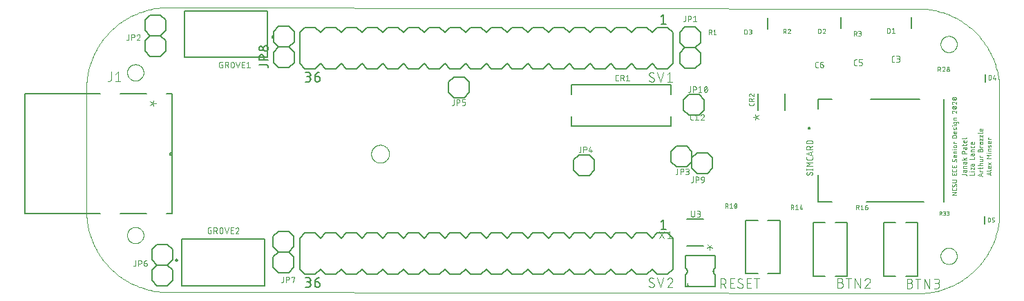
<source format=gto>
G04 EAGLE Gerber RS-274X export*
G75*
%MOMM*%
%FSLAX34Y34*%
%LPD*%
%INSilk top*%
%IPPOS*%
%AMOC8*
5,1,8,0,0,1.08239X$1,22.5*%
G01*
%ADD10C,0.100000*%
%ADD11C,0.050800*%
%ADD12C,0.000000*%
%ADD13C,0.127000*%
%ADD14C,0.200000*%
%ADD15C,0.203200*%
%ADD16C,0.152400*%
%ADD17C,0.101600*%
%ADD18C,0.025400*%
%ADD19C,0.076200*%


D10*
X0Y100000D02*
X29Y97584D01*
X117Y95169D01*
X263Y92757D01*
X467Y90349D01*
X729Y87946D01*
X1049Y85551D01*
X1427Y83164D01*
X1863Y80787D01*
X2356Y78422D01*
X2906Y76068D01*
X3512Y73729D01*
X4175Y71405D01*
X4894Y69098D01*
X5669Y66809D01*
X6498Y64540D01*
X7383Y62291D01*
X8321Y60064D01*
X9313Y57860D01*
X10357Y55681D01*
X11454Y53528D01*
X12603Y51402D01*
X13803Y49304D01*
X15053Y47236D01*
X16353Y45199D01*
X17702Y43194D01*
X19098Y41221D01*
X20542Y39284D01*
X22033Y37381D01*
X23568Y35516D01*
X25149Y33688D01*
X26773Y31898D01*
X28440Y30149D01*
X30149Y28440D01*
X31898Y26773D01*
X33688Y25149D01*
X35516Y23568D01*
X37381Y22033D01*
X39284Y20542D01*
X41221Y19098D01*
X43194Y17702D01*
X45199Y16353D01*
X47236Y15053D01*
X49304Y13803D01*
X51402Y12603D01*
X53528Y11454D01*
X55681Y10357D01*
X57860Y9313D01*
X60064Y8321D01*
X62291Y7383D01*
X64540Y6498D01*
X66809Y5669D01*
X69098Y4894D01*
X71405Y4175D01*
X73729Y3512D01*
X76068Y2906D01*
X78422Y2356D01*
X80787Y1863D01*
X83164Y1427D01*
X85551Y1049D01*
X87946Y729D01*
X90349Y467D01*
X92757Y263D01*
X95169Y117D01*
X97584Y29D01*
X100000Y0D01*
X1118706Y98476D02*
X1118706Y248476D01*
X100000Y350000D02*
X97584Y349971D01*
X95169Y349883D01*
X92757Y349737D01*
X90349Y349533D01*
X87946Y349271D01*
X85551Y348951D01*
X83164Y348573D01*
X80787Y348137D01*
X78422Y347644D01*
X76068Y347094D01*
X73729Y346488D01*
X71405Y345825D01*
X69098Y345106D01*
X66809Y344331D01*
X64540Y343502D01*
X62291Y342617D01*
X60064Y341679D01*
X57860Y340687D01*
X55681Y339643D01*
X53528Y338546D01*
X51402Y337397D01*
X49304Y336197D01*
X47236Y334947D01*
X45199Y333647D01*
X43194Y332298D01*
X41221Y330902D01*
X39284Y329458D01*
X37381Y327967D01*
X35516Y326432D01*
X33688Y324851D01*
X31898Y323227D01*
X30149Y321560D01*
X28440Y319851D01*
X26773Y318102D01*
X25149Y316312D01*
X23568Y314484D01*
X22033Y312619D01*
X20542Y310716D01*
X19098Y308779D01*
X17702Y306806D01*
X16353Y304801D01*
X15053Y302764D01*
X13803Y300696D01*
X12603Y298598D01*
X11454Y296472D01*
X10357Y294319D01*
X9313Y292140D01*
X8321Y289936D01*
X7383Y287709D01*
X6498Y285460D01*
X5669Y283191D01*
X4894Y280902D01*
X4175Y278595D01*
X3512Y276271D01*
X2906Y273932D01*
X2356Y271578D01*
X1863Y269213D01*
X1427Y266836D01*
X1049Y264449D01*
X729Y262054D01*
X467Y259651D01*
X263Y257243D01*
X117Y254831D01*
X29Y252416D01*
X0Y250000D01*
X0Y100000D01*
X100000Y0D02*
X1018706Y-1524D01*
X1018706Y348476D02*
X100000Y350000D01*
X1018706Y348476D02*
X1021122Y348447D01*
X1023537Y348359D01*
X1025949Y348213D01*
X1028357Y348009D01*
X1030760Y347747D01*
X1033155Y347427D01*
X1035542Y347049D01*
X1037919Y346613D01*
X1040284Y346120D01*
X1042638Y345570D01*
X1044977Y344964D01*
X1047301Y344301D01*
X1049608Y343582D01*
X1051897Y342807D01*
X1054166Y341978D01*
X1056415Y341093D01*
X1058642Y340155D01*
X1060846Y339163D01*
X1063025Y338119D01*
X1065178Y337022D01*
X1067304Y335873D01*
X1069402Y334673D01*
X1071470Y333423D01*
X1073507Y332123D01*
X1075512Y330774D01*
X1077485Y329378D01*
X1079422Y327934D01*
X1081325Y326443D01*
X1083190Y324908D01*
X1085018Y323327D01*
X1086808Y321703D01*
X1088557Y320036D01*
X1090266Y318327D01*
X1091933Y316578D01*
X1093557Y314788D01*
X1095138Y312960D01*
X1096673Y311095D01*
X1098164Y309192D01*
X1099608Y307255D01*
X1101004Y305282D01*
X1102353Y303277D01*
X1103653Y301240D01*
X1104903Y299172D01*
X1106103Y297074D01*
X1107252Y294948D01*
X1108349Y292795D01*
X1109393Y290616D01*
X1110385Y288412D01*
X1111323Y286185D01*
X1112208Y283936D01*
X1113037Y281667D01*
X1113812Y279378D01*
X1114531Y277071D01*
X1115194Y274747D01*
X1115800Y272408D01*
X1116350Y270054D01*
X1116843Y267689D01*
X1117279Y265312D01*
X1117657Y262925D01*
X1117977Y260530D01*
X1118239Y258127D01*
X1118443Y255719D01*
X1118589Y253307D01*
X1118677Y250892D01*
X1118706Y248476D01*
X100000Y350000D02*
X97584Y349971D01*
X95169Y349883D01*
X92757Y349737D01*
X90349Y349533D01*
X87946Y349271D01*
X85551Y348951D01*
X83164Y348573D01*
X80787Y348137D01*
X78422Y347644D01*
X76068Y347094D01*
X73729Y346488D01*
X71405Y345825D01*
X69098Y345106D01*
X66809Y344331D01*
X64540Y343502D01*
X62291Y342617D01*
X60064Y341679D01*
X57860Y340687D01*
X55681Y339643D01*
X53528Y338546D01*
X51402Y337397D01*
X49304Y336197D01*
X47236Y334947D01*
X45199Y333647D01*
X43194Y332298D01*
X41221Y330902D01*
X39284Y329458D01*
X37381Y327967D01*
X35516Y326432D01*
X33688Y324851D01*
X31898Y323227D01*
X30149Y321560D01*
X28440Y319851D01*
X26773Y318102D01*
X25149Y316312D01*
X23568Y314484D01*
X22033Y312619D01*
X20542Y310716D01*
X19098Y308779D01*
X17702Y306806D01*
X16353Y304801D01*
X15053Y302764D01*
X13803Y300696D01*
X12603Y298598D01*
X11454Y296472D01*
X10357Y294319D01*
X9313Y292140D01*
X8321Y289936D01*
X7383Y287709D01*
X6498Y285460D01*
X5669Y283191D01*
X4894Y280902D01*
X4175Y278595D01*
X3512Y276271D01*
X2906Y273932D01*
X2356Y271578D01*
X1863Y269213D01*
X1427Y266836D01*
X1049Y264449D01*
X729Y262054D01*
X467Y259651D01*
X263Y257243D01*
X117Y254831D01*
X29Y252416D01*
X0Y250000D01*
X1018706Y-1524D02*
X1021122Y-1495D01*
X1023537Y-1407D01*
X1025949Y-1261D01*
X1028357Y-1057D01*
X1030760Y-795D01*
X1033155Y-475D01*
X1035542Y-97D01*
X1037919Y339D01*
X1040284Y832D01*
X1042638Y1382D01*
X1044977Y1988D01*
X1047301Y2651D01*
X1049608Y3370D01*
X1051897Y4145D01*
X1054166Y4974D01*
X1056415Y5859D01*
X1058642Y6797D01*
X1060846Y7789D01*
X1063025Y8833D01*
X1065178Y9930D01*
X1067304Y11079D01*
X1069402Y12279D01*
X1071470Y13529D01*
X1073507Y14829D01*
X1075512Y16178D01*
X1077485Y17574D01*
X1079422Y19018D01*
X1081325Y20509D01*
X1083190Y22044D01*
X1085018Y23625D01*
X1086808Y25249D01*
X1088557Y26916D01*
X1090266Y28625D01*
X1091933Y30374D01*
X1093557Y32164D01*
X1095138Y33992D01*
X1096673Y35857D01*
X1098164Y37760D01*
X1099608Y39697D01*
X1101004Y41670D01*
X1102353Y43675D01*
X1103653Y45712D01*
X1104903Y47780D01*
X1106103Y49878D01*
X1107252Y52004D01*
X1108349Y54157D01*
X1109393Y56336D01*
X1110385Y58540D01*
X1111323Y60767D01*
X1112208Y63016D01*
X1113037Y65285D01*
X1113812Y67574D01*
X1114531Y69881D01*
X1115194Y72205D01*
X1115800Y74544D01*
X1116350Y76898D01*
X1116843Y79263D01*
X1117279Y81640D01*
X1117657Y84027D01*
X1117977Y86422D01*
X1118239Y88825D01*
X1118443Y91233D01*
X1118589Y93645D01*
X1118677Y96060D01*
X1118706Y98476D01*
D11*
X1076988Y145119D02*
X1072642Y145119D01*
X1076988Y145119D02*
X1077058Y145117D01*
X1077127Y145111D01*
X1077196Y145101D01*
X1077264Y145088D01*
X1077332Y145070D01*
X1077398Y145049D01*
X1077463Y145024D01*
X1077527Y144996D01*
X1077589Y144964D01*
X1077649Y144929D01*
X1077707Y144890D01*
X1077762Y144848D01*
X1077816Y144803D01*
X1077866Y144755D01*
X1077914Y144705D01*
X1077959Y144651D01*
X1078001Y144596D01*
X1078040Y144538D01*
X1078075Y144478D01*
X1078107Y144416D01*
X1078135Y144352D01*
X1078160Y144287D01*
X1078181Y144221D01*
X1078199Y144153D01*
X1078212Y144085D01*
X1078222Y144016D01*
X1078228Y143947D01*
X1078230Y143877D01*
X1078230Y143256D01*
X1076057Y148663D02*
X1076057Y150060D01*
X1076056Y148663D02*
X1076058Y148599D01*
X1076064Y148534D01*
X1076073Y148471D01*
X1076086Y148408D01*
X1076103Y148346D01*
X1076124Y148285D01*
X1076148Y148225D01*
X1076176Y148167D01*
X1076207Y148110D01*
X1076241Y148056D01*
X1076279Y148003D01*
X1076320Y147953D01*
X1076363Y147906D01*
X1076409Y147861D01*
X1076458Y147819D01*
X1076509Y147780D01*
X1076563Y147744D01*
X1076618Y147711D01*
X1076676Y147682D01*
X1076734Y147656D01*
X1076795Y147633D01*
X1076856Y147614D01*
X1076919Y147599D01*
X1076983Y147588D01*
X1077046Y147580D01*
X1077111Y147576D01*
X1077175Y147576D01*
X1077240Y147580D01*
X1077303Y147588D01*
X1077367Y147599D01*
X1077430Y147614D01*
X1077491Y147633D01*
X1077552Y147656D01*
X1077610Y147682D01*
X1077668Y147711D01*
X1077723Y147744D01*
X1077777Y147780D01*
X1077828Y147819D01*
X1077877Y147861D01*
X1077923Y147906D01*
X1077966Y147953D01*
X1078007Y148003D01*
X1078045Y148056D01*
X1078079Y148110D01*
X1078110Y148167D01*
X1078138Y148225D01*
X1078162Y148285D01*
X1078183Y148346D01*
X1078200Y148408D01*
X1078213Y148471D01*
X1078222Y148534D01*
X1078228Y148599D01*
X1078230Y148663D01*
X1078230Y150060D01*
X1075436Y150060D01*
X1075378Y150058D01*
X1075319Y150053D01*
X1075262Y150044D01*
X1075204Y150031D01*
X1075148Y150014D01*
X1075093Y149995D01*
X1075040Y149971D01*
X1074987Y149945D01*
X1074937Y149915D01*
X1074889Y149882D01*
X1074843Y149846D01*
X1074799Y149808D01*
X1074757Y149766D01*
X1074719Y149722D01*
X1074683Y149676D01*
X1074650Y149628D01*
X1074620Y149578D01*
X1074594Y149525D01*
X1074570Y149472D01*
X1074551Y149417D01*
X1074534Y149361D01*
X1074521Y149303D01*
X1074512Y149246D01*
X1074507Y149187D01*
X1074505Y149129D01*
X1074505Y147887D01*
X1074505Y152726D02*
X1078230Y152726D01*
X1074505Y152726D02*
X1074505Y154278D01*
X1074507Y154336D01*
X1074512Y154395D01*
X1074521Y154452D01*
X1074534Y154510D01*
X1074551Y154566D01*
X1074570Y154621D01*
X1074594Y154674D01*
X1074620Y154727D01*
X1074650Y154777D01*
X1074683Y154825D01*
X1074719Y154871D01*
X1074757Y154915D01*
X1074799Y154957D01*
X1074843Y154995D01*
X1074889Y155031D01*
X1074937Y155064D01*
X1074987Y155094D01*
X1075040Y155120D01*
X1075093Y155144D01*
X1075148Y155163D01*
X1075204Y155180D01*
X1075262Y155193D01*
X1075319Y155202D01*
X1075378Y155207D01*
X1075436Y155209D01*
X1075436Y155210D02*
X1078230Y155210D01*
X1076057Y158721D02*
X1076057Y160118D01*
X1076056Y158721D02*
X1076058Y158657D01*
X1076064Y158592D01*
X1076073Y158529D01*
X1076086Y158466D01*
X1076103Y158404D01*
X1076124Y158343D01*
X1076148Y158283D01*
X1076176Y158225D01*
X1076207Y158168D01*
X1076241Y158114D01*
X1076279Y158061D01*
X1076320Y158011D01*
X1076363Y157964D01*
X1076409Y157919D01*
X1076458Y157877D01*
X1076509Y157838D01*
X1076563Y157802D01*
X1076618Y157769D01*
X1076676Y157740D01*
X1076734Y157714D01*
X1076795Y157691D01*
X1076856Y157672D01*
X1076919Y157657D01*
X1076983Y157646D01*
X1077046Y157638D01*
X1077111Y157634D01*
X1077175Y157634D01*
X1077240Y157638D01*
X1077303Y157646D01*
X1077367Y157657D01*
X1077430Y157672D01*
X1077491Y157691D01*
X1077552Y157714D01*
X1077610Y157740D01*
X1077668Y157769D01*
X1077723Y157802D01*
X1077777Y157838D01*
X1077828Y157877D01*
X1077877Y157919D01*
X1077923Y157964D01*
X1077966Y158011D01*
X1078007Y158061D01*
X1078045Y158114D01*
X1078079Y158168D01*
X1078110Y158225D01*
X1078138Y158283D01*
X1078162Y158343D01*
X1078183Y158404D01*
X1078200Y158466D01*
X1078213Y158529D01*
X1078222Y158592D01*
X1078228Y158657D01*
X1078230Y158721D01*
X1078230Y160118D01*
X1075436Y160118D01*
X1075378Y160116D01*
X1075319Y160111D01*
X1075262Y160102D01*
X1075204Y160089D01*
X1075148Y160072D01*
X1075093Y160053D01*
X1075040Y160029D01*
X1074987Y160003D01*
X1074937Y159973D01*
X1074889Y159940D01*
X1074843Y159904D01*
X1074799Y159866D01*
X1074757Y159824D01*
X1074719Y159780D01*
X1074683Y159734D01*
X1074650Y159686D01*
X1074620Y159636D01*
X1074594Y159583D01*
X1074570Y159530D01*
X1074551Y159475D01*
X1074534Y159419D01*
X1074521Y159361D01*
X1074512Y159304D01*
X1074507Y159245D01*
X1074505Y159187D01*
X1074505Y157945D01*
X1072642Y162851D02*
X1078230Y162851D01*
X1076367Y162851D02*
X1074505Y165334D01*
X1075591Y163937D02*
X1078230Y165334D01*
X1078230Y170603D02*
X1072642Y170603D01*
X1072642Y172156D01*
X1072644Y172233D01*
X1072650Y172311D01*
X1072659Y172387D01*
X1072673Y172464D01*
X1072690Y172539D01*
X1072711Y172613D01*
X1072736Y172687D01*
X1072764Y172759D01*
X1072796Y172829D01*
X1072831Y172898D01*
X1072870Y172965D01*
X1072912Y173030D01*
X1072957Y173093D01*
X1073005Y173154D01*
X1073056Y173212D01*
X1073110Y173267D01*
X1073167Y173320D01*
X1073226Y173369D01*
X1073288Y173416D01*
X1073352Y173460D01*
X1073418Y173500D01*
X1073486Y173537D01*
X1073556Y173571D01*
X1073627Y173601D01*
X1073700Y173627D01*
X1073774Y173650D01*
X1073849Y173669D01*
X1073924Y173684D01*
X1074001Y173696D01*
X1074078Y173704D01*
X1074155Y173708D01*
X1074233Y173708D01*
X1074310Y173704D01*
X1074387Y173696D01*
X1074464Y173684D01*
X1074539Y173669D01*
X1074614Y173650D01*
X1074688Y173627D01*
X1074761Y173601D01*
X1074832Y173571D01*
X1074902Y173537D01*
X1074970Y173500D01*
X1075036Y173460D01*
X1075100Y173416D01*
X1075162Y173369D01*
X1075221Y173320D01*
X1075278Y173267D01*
X1075332Y173212D01*
X1075383Y173154D01*
X1075431Y173093D01*
X1075476Y173030D01*
X1075518Y172965D01*
X1075557Y172898D01*
X1075592Y172829D01*
X1075624Y172759D01*
X1075652Y172687D01*
X1075677Y172613D01*
X1075698Y172539D01*
X1075715Y172464D01*
X1075729Y172387D01*
X1075738Y172311D01*
X1075744Y172233D01*
X1075746Y172156D01*
X1075746Y170603D01*
X1076057Y176826D02*
X1076057Y178223D01*
X1076056Y176826D02*
X1076058Y176762D01*
X1076064Y176697D01*
X1076073Y176634D01*
X1076086Y176571D01*
X1076103Y176509D01*
X1076124Y176448D01*
X1076148Y176388D01*
X1076176Y176330D01*
X1076207Y176273D01*
X1076241Y176219D01*
X1076279Y176166D01*
X1076320Y176116D01*
X1076363Y176069D01*
X1076409Y176024D01*
X1076458Y175982D01*
X1076509Y175943D01*
X1076563Y175907D01*
X1076618Y175874D01*
X1076676Y175845D01*
X1076734Y175819D01*
X1076795Y175796D01*
X1076856Y175777D01*
X1076919Y175762D01*
X1076983Y175751D01*
X1077046Y175743D01*
X1077111Y175739D01*
X1077175Y175739D01*
X1077240Y175743D01*
X1077303Y175751D01*
X1077367Y175762D01*
X1077430Y175777D01*
X1077491Y175796D01*
X1077552Y175819D01*
X1077610Y175845D01*
X1077668Y175874D01*
X1077723Y175907D01*
X1077777Y175943D01*
X1077828Y175982D01*
X1077877Y176024D01*
X1077923Y176069D01*
X1077966Y176116D01*
X1078007Y176166D01*
X1078045Y176219D01*
X1078079Y176273D01*
X1078110Y176330D01*
X1078138Y176388D01*
X1078162Y176448D01*
X1078183Y176509D01*
X1078200Y176571D01*
X1078213Y176634D01*
X1078222Y176697D01*
X1078228Y176762D01*
X1078230Y176826D01*
X1078230Y178223D01*
X1075436Y178223D01*
X1075378Y178221D01*
X1075319Y178216D01*
X1075262Y178207D01*
X1075204Y178194D01*
X1075148Y178177D01*
X1075093Y178158D01*
X1075040Y178134D01*
X1074987Y178108D01*
X1074937Y178078D01*
X1074889Y178045D01*
X1074843Y178009D01*
X1074799Y177971D01*
X1074757Y177929D01*
X1074719Y177885D01*
X1074683Y177839D01*
X1074650Y177791D01*
X1074620Y177741D01*
X1074594Y177688D01*
X1074570Y177635D01*
X1074551Y177580D01*
X1074534Y177524D01*
X1074521Y177466D01*
X1074512Y177409D01*
X1074507Y177350D01*
X1074505Y177292D01*
X1074505Y176050D01*
X1074505Y180240D02*
X1074505Y182103D01*
X1072642Y180861D02*
X1077299Y180861D01*
X1077357Y180863D01*
X1077416Y180868D01*
X1077473Y180877D01*
X1077531Y180890D01*
X1077587Y180907D01*
X1077642Y180926D01*
X1077695Y180950D01*
X1077748Y180976D01*
X1077798Y181006D01*
X1077846Y181039D01*
X1077892Y181075D01*
X1077936Y181113D01*
X1077978Y181155D01*
X1078016Y181199D01*
X1078052Y181245D01*
X1078085Y181293D01*
X1078115Y181344D01*
X1078141Y181396D01*
X1078165Y181449D01*
X1078184Y181504D01*
X1078201Y181560D01*
X1078214Y181618D01*
X1078223Y181675D01*
X1078228Y181734D01*
X1078230Y181792D01*
X1078230Y182103D01*
X1078230Y185112D02*
X1078230Y186665D01*
X1078230Y185112D02*
X1078228Y185054D01*
X1078223Y184995D01*
X1078214Y184938D01*
X1078201Y184880D01*
X1078184Y184824D01*
X1078165Y184769D01*
X1078141Y184716D01*
X1078115Y184663D01*
X1078085Y184613D01*
X1078052Y184565D01*
X1078016Y184519D01*
X1077978Y184475D01*
X1077936Y184433D01*
X1077892Y184395D01*
X1077846Y184359D01*
X1077798Y184326D01*
X1077748Y184296D01*
X1077695Y184270D01*
X1077642Y184246D01*
X1077587Y184227D01*
X1077531Y184210D01*
X1077473Y184197D01*
X1077416Y184188D01*
X1077357Y184183D01*
X1077299Y184181D01*
X1075746Y184181D01*
X1075676Y184183D01*
X1075607Y184189D01*
X1075538Y184199D01*
X1075470Y184212D01*
X1075402Y184230D01*
X1075336Y184251D01*
X1075271Y184276D01*
X1075207Y184304D01*
X1075145Y184336D01*
X1075085Y184371D01*
X1075027Y184410D01*
X1074972Y184452D01*
X1074918Y184497D01*
X1074868Y184545D01*
X1074820Y184595D01*
X1074775Y184649D01*
X1074733Y184704D01*
X1074694Y184762D01*
X1074659Y184822D01*
X1074627Y184884D01*
X1074599Y184948D01*
X1074574Y185013D01*
X1074553Y185079D01*
X1074535Y185147D01*
X1074522Y185215D01*
X1074512Y185284D01*
X1074506Y185353D01*
X1074504Y185423D01*
X1074506Y185493D01*
X1074512Y185562D01*
X1074522Y185631D01*
X1074535Y185699D01*
X1074553Y185767D01*
X1074574Y185833D01*
X1074599Y185898D01*
X1074627Y185962D01*
X1074659Y186024D01*
X1074694Y186084D01*
X1074733Y186142D01*
X1074775Y186197D01*
X1074820Y186251D01*
X1074868Y186301D01*
X1074918Y186349D01*
X1074972Y186394D01*
X1075027Y186436D01*
X1075085Y186475D01*
X1075145Y186510D01*
X1075207Y186542D01*
X1075271Y186570D01*
X1075336Y186595D01*
X1075402Y186616D01*
X1075470Y186634D01*
X1075538Y186647D01*
X1075607Y186657D01*
X1075676Y186663D01*
X1075746Y186665D01*
X1076367Y186665D01*
X1076367Y184181D01*
X1077299Y189005D02*
X1072642Y189005D01*
X1077299Y189006D02*
X1077357Y189008D01*
X1077416Y189013D01*
X1077473Y189022D01*
X1077531Y189035D01*
X1077587Y189052D01*
X1077642Y189071D01*
X1077695Y189095D01*
X1077748Y189121D01*
X1077798Y189151D01*
X1077846Y189184D01*
X1077892Y189220D01*
X1077936Y189258D01*
X1077978Y189300D01*
X1078016Y189344D01*
X1078052Y189390D01*
X1078085Y189438D01*
X1078115Y189488D01*
X1078141Y189541D01*
X1078165Y189594D01*
X1078184Y189649D01*
X1078201Y189705D01*
X1078214Y189763D01*
X1078223Y189820D01*
X1078228Y189879D01*
X1078230Y189937D01*
X1082040Y144018D02*
X1087628Y144018D01*
X1087628Y146502D01*
X1087628Y148485D02*
X1083903Y148485D01*
X1082350Y148330D02*
X1082040Y148330D01*
X1082040Y148640D01*
X1082350Y148640D01*
X1082350Y148330D01*
X1083903Y150535D02*
X1083903Y153019D01*
X1087628Y150535D01*
X1087628Y153019D01*
X1085455Y156165D02*
X1085455Y157562D01*
X1085454Y156165D02*
X1085456Y156101D01*
X1085462Y156036D01*
X1085471Y155973D01*
X1085484Y155910D01*
X1085501Y155848D01*
X1085522Y155787D01*
X1085546Y155727D01*
X1085574Y155669D01*
X1085605Y155612D01*
X1085639Y155558D01*
X1085677Y155505D01*
X1085718Y155455D01*
X1085761Y155408D01*
X1085807Y155363D01*
X1085856Y155321D01*
X1085907Y155282D01*
X1085961Y155246D01*
X1086016Y155213D01*
X1086074Y155184D01*
X1086132Y155158D01*
X1086193Y155135D01*
X1086254Y155116D01*
X1086317Y155101D01*
X1086381Y155090D01*
X1086444Y155082D01*
X1086509Y155078D01*
X1086573Y155078D01*
X1086638Y155082D01*
X1086701Y155090D01*
X1086765Y155101D01*
X1086828Y155116D01*
X1086889Y155135D01*
X1086950Y155158D01*
X1087008Y155184D01*
X1087066Y155213D01*
X1087121Y155246D01*
X1087175Y155282D01*
X1087226Y155321D01*
X1087275Y155363D01*
X1087321Y155408D01*
X1087364Y155455D01*
X1087405Y155505D01*
X1087443Y155558D01*
X1087477Y155612D01*
X1087508Y155669D01*
X1087536Y155727D01*
X1087560Y155787D01*
X1087581Y155848D01*
X1087598Y155910D01*
X1087611Y155973D01*
X1087620Y156036D01*
X1087626Y156101D01*
X1087628Y156165D01*
X1087628Y157562D01*
X1084834Y157562D01*
X1084776Y157560D01*
X1084717Y157555D01*
X1084660Y157546D01*
X1084602Y157533D01*
X1084546Y157516D01*
X1084491Y157497D01*
X1084438Y157473D01*
X1084385Y157447D01*
X1084335Y157417D01*
X1084287Y157384D01*
X1084241Y157348D01*
X1084197Y157310D01*
X1084155Y157268D01*
X1084117Y157224D01*
X1084081Y157178D01*
X1084048Y157130D01*
X1084018Y157080D01*
X1083992Y157027D01*
X1083968Y156974D01*
X1083949Y156919D01*
X1083932Y156863D01*
X1083919Y156805D01*
X1083910Y156748D01*
X1083905Y156689D01*
X1083903Y156631D01*
X1083903Y155389D01*
X1082040Y163220D02*
X1087628Y163220D01*
X1087628Y165704D01*
X1085455Y168783D02*
X1085455Y170180D01*
X1085454Y168783D02*
X1085456Y168719D01*
X1085462Y168654D01*
X1085471Y168591D01*
X1085484Y168528D01*
X1085501Y168466D01*
X1085522Y168405D01*
X1085546Y168345D01*
X1085574Y168287D01*
X1085605Y168230D01*
X1085639Y168176D01*
X1085677Y168123D01*
X1085718Y168073D01*
X1085761Y168026D01*
X1085807Y167981D01*
X1085856Y167939D01*
X1085907Y167900D01*
X1085961Y167864D01*
X1086016Y167831D01*
X1086074Y167802D01*
X1086132Y167776D01*
X1086193Y167753D01*
X1086254Y167734D01*
X1086317Y167719D01*
X1086381Y167708D01*
X1086444Y167700D01*
X1086509Y167696D01*
X1086573Y167696D01*
X1086638Y167700D01*
X1086701Y167708D01*
X1086765Y167719D01*
X1086828Y167734D01*
X1086889Y167753D01*
X1086950Y167776D01*
X1087008Y167802D01*
X1087066Y167831D01*
X1087121Y167864D01*
X1087175Y167900D01*
X1087226Y167939D01*
X1087275Y167981D01*
X1087321Y168026D01*
X1087364Y168073D01*
X1087405Y168123D01*
X1087443Y168176D01*
X1087477Y168230D01*
X1087508Y168287D01*
X1087536Y168345D01*
X1087560Y168405D01*
X1087581Y168466D01*
X1087598Y168528D01*
X1087611Y168591D01*
X1087620Y168654D01*
X1087626Y168719D01*
X1087628Y168783D01*
X1087628Y170180D01*
X1084834Y170180D01*
X1084776Y170178D01*
X1084717Y170173D01*
X1084660Y170164D01*
X1084602Y170151D01*
X1084546Y170134D01*
X1084491Y170115D01*
X1084438Y170091D01*
X1084385Y170065D01*
X1084335Y170035D01*
X1084287Y170002D01*
X1084241Y169966D01*
X1084197Y169928D01*
X1084155Y169886D01*
X1084117Y169842D01*
X1084081Y169796D01*
X1084048Y169748D01*
X1084018Y169698D01*
X1083992Y169645D01*
X1083968Y169592D01*
X1083949Y169537D01*
X1083932Y169481D01*
X1083919Y169423D01*
X1083910Y169366D01*
X1083905Y169307D01*
X1083903Y169249D01*
X1083903Y168007D01*
X1083903Y172846D02*
X1087628Y172846D01*
X1083903Y172846D02*
X1083903Y174399D01*
X1083905Y174457D01*
X1083910Y174516D01*
X1083919Y174573D01*
X1083932Y174631D01*
X1083949Y174687D01*
X1083968Y174742D01*
X1083992Y174795D01*
X1084018Y174848D01*
X1084048Y174898D01*
X1084081Y174946D01*
X1084117Y174992D01*
X1084155Y175036D01*
X1084197Y175078D01*
X1084241Y175116D01*
X1084287Y175152D01*
X1084335Y175185D01*
X1084385Y175215D01*
X1084438Y175241D01*
X1084491Y175265D01*
X1084546Y175284D01*
X1084602Y175301D01*
X1084660Y175314D01*
X1084717Y175323D01*
X1084776Y175328D01*
X1084834Y175330D01*
X1087628Y175330D01*
X1087628Y178722D02*
X1087628Y179964D01*
X1087628Y178722D02*
X1087626Y178664D01*
X1087621Y178605D01*
X1087612Y178548D01*
X1087599Y178490D01*
X1087582Y178434D01*
X1087563Y178379D01*
X1087539Y178326D01*
X1087513Y178273D01*
X1087483Y178223D01*
X1087450Y178175D01*
X1087414Y178129D01*
X1087376Y178085D01*
X1087334Y178043D01*
X1087290Y178005D01*
X1087244Y177969D01*
X1087196Y177936D01*
X1087146Y177906D01*
X1087093Y177880D01*
X1087040Y177856D01*
X1086985Y177837D01*
X1086929Y177820D01*
X1086871Y177807D01*
X1086814Y177798D01*
X1086755Y177793D01*
X1086697Y177791D01*
X1084834Y177791D01*
X1084776Y177793D01*
X1084717Y177798D01*
X1084660Y177807D01*
X1084602Y177820D01*
X1084546Y177837D01*
X1084491Y177856D01*
X1084438Y177880D01*
X1084385Y177906D01*
X1084335Y177936D01*
X1084287Y177969D01*
X1084241Y178005D01*
X1084197Y178043D01*
X1084155Y178085D01*
X1084117Y178129D01*
X1084081Y178175D01*
X1084048Y178223D01*
X1084018Y178273D01*
X1083992Y178326D01*
X1083968Y178379D01*
X1083949Y178434D01*
X1083932Y178490D01*
X1083919Y178548D01*
X1083910Y178605D01*
X1083905Y178664D01*
X1083903Y178722D01*
X1083903Y179964D01*
X1087628Y182922D02*
X1087628Y184474D01*
X1087628Y182922D02*
X1087626Y182864D01*
X1087621Y182805D01*
X1087612Y182748D01*
X1087599Y182690D01*
X1087582Y182634D01*
X1087563Y182579D01*
X1087539Y182526D01*
X1087513Y182473D01*
X1087483Y182423D01*
X1087450Y182375D01*
X1087414Y182329D01*
X1087376Y182285D01*
X1087334Y182243D01*
X1087290Y182205D01*
X1087244Y182169D01*
X1087196Y182136D01*
X1087146Y182106D01*
X1087093Y182080D01*
X1087040Y182056D01*
X1086985Y182037D01*
X1086929Y182020D01*
X1086871Y182007D01*
X1086814Y181998D01*
X1086755Y181993D01*
X1086697Y181991D01*
X1086697Y181990D02*
X1085144Y181990D01*
X1085074Y181992D01*
X1085005Y181998D01*
X1084936Y182008D01*
X1084868Y182021D01*
X1084800Y182039D01*
X1084734Y182060D01*
X1084669Y182085D01*
X1084605Y182113D01*
X1084543Y182145D01*
X1084483Y182180D01*
X1084425Y182219D01*
X1084370Y182261D01*
X1084316Y182306D01*
X1084266Y182354D01*
X1084218Y182404D01*
X1084173Y182458D01*
X1084131Y182513D01*
X1084092Y182571D01*
X1084057Y182631D01*
X1084025Y182693D01*
X1083997Y182757D01*
X1083972Y182822D01*
X1083951Y182888D01*
X1083933Y182956D01*
X1083920Y183024D01*
X1083910Y183093D01*
X1083904Y183162D01*
X1083902Y183232D01*
X1083904Y183302D01*
X1083910Y183371D01*
X1083920Y183440D01*
X1083933Y183508D01*
X1083951Y183576D01*
X1083972Y183642D01*
X1083997Y183707D01*
X1084025Y183771D01*
X1084057Y183833D01*
X1084092Y183893D01*
X1084131Y183951D01*
X1084173Y184006D01*
X1084218Y184060D01*
X1084266Y184110D01*
X1084316Y184158D01*
X1084370Y184203D01*
X1084425Y184245D01*
X1084483Y184284D01*
X1084543Y184319D01*
X1084605Y184351D01*
X1084669Y184379D01*
X1084734Y184404D01*
X1084800Y184425D01*
X1084868Y184443D01*
X1084936Y184456D01*
X1085005Y184466D01*
X1085074Y184472D01*
X1085144Y184474D01*
X1085765Y184474D01*
X1085765Y181990D01*
X1092454Y144357D02*
X1098042Y142494D01*
X1098042Y146219D02*
X1092454Y144357D01*
X1096645Y145754D02*
X1096645Y142960D01*
X1098042Y148451D02*
X1094317Y148451D01*
X1094317Y150314D01*
X1094938Y150314D01*
X1094317Y151610D02*
X1094317Y153472D01*
X1092454Y152230D02*
X1097111Y152230D01*
X1097111Y152231D02*
X1097169Y152233D01*
X1097228Y152238D01*
X1097285Y152247D01*
X1097343Y152260D01*
X1097399Y152277D01*
X1097454Y152296D01*
X1097507Y152320D01*
X1097560Y152346D01*
X1097610Y152376D01*
X1097658Y152409D01*
X1097704Y152445D01*
X1097748Y152483D01*
X1097790Y152525D01*
X1097828Y152569D01*
X1097864Y152615D01*
X1097897Y152663D01*
X1097927Y152714D01*
X1097953Y152766D01*
X1097977Y152819D01*
X1097996Y152874D01*
X1098013Y152930D01*
X1098026Y152988D01*
X1098035Y153045D01*
X1098040Y153104D01*
X1098042Y153162D01*
X1098042Y153472D01*
X1098042Y155734D02*
X1092454Y155734D01*
X1094317Y155734D02*
X1094317Y157286D01*
X1094319Y157344D01*
X1094324Y157403D01*
X1094333Y157460D01*
X1094346Y157518D01*
X1094363Y157574D01*
X1094382Y157629D01*
X1094406Y157682D01*
X1094432Y157735D01*
X1094462Y157785D01*
X1094495Y157833D01*
X1094531Y157879D01*
X1094569Y157923D01*
X1094611Y157965D01*
X1094655Y158003D01*
X1094701Y158039D01*
X1094749Y158072D01*
X1094799Y158102D01*
X1094852Y158128D01*
X1094905Y158152D01*
X1094960Y158171D01*
X1095016Y158188D01*
X1095074Y158201D01*
X1095131Y158210D01*
X1095190Y158215D01*
X1095248Y158217D01*
X1098042Y158217D01*
X1097111Y160854D02*
X1094317Y160854D01*
X1097111Y160854D02*
X1097169Y160856D01*
X1097228Y160861D01*
X1097285Y160870D01*
X1097343Y160883D01*
X1097399Y160900D01*
X1097454Y160919D01*
X1097507Y160943D01*
X1097560Y160969D01*
X1097610Y160999D01*
X1097658Y161032D01*
X1097704Y161068D01*
X1097748Y161106D01*
X1097790Y161148D01*
X1097828Y161192D01*
X1097864Y161238D01*
X1097897Y161286D01*
X1097927Y161336D01*
X1097953Y161389D01*
X1097977Y161442D01*
X1097996Y161497D01*
X1098013Y161553D01*
X1098026Y161611D01*
X1098035Y161668D01*
X1098040Y161727D01*
X1098042Y161785D01*
X1098042Y163338D01*
X1094317Y163338D01*
X1094317Y166007D02*
X1098042Y166007D01*
X1094317Y166007D02*
X1094317Y167870D01*
X1094938Y167870D01*
X1094938Y172879D02*
X1094938Y174432D01*
X1094940Y174509D01*
X1094946Y174587D01*
X1094955Y174663D01*
X1094969Y174740D01*
X1094986Y174815D01*
X1095007Y174889D01*
X1095032Y174963D01*
X1095060Y175035D01*
X1095092Y175105D01*
X1095127Y175174D01*
X1095166Y175241D01*
X1095208Y175306D01*
X1095253Y175369D01*
X1095301Y175430D01*
X1095352Y175488D01*
X1095406Y175543D01*
X1095463Y175596D01*
X1095522Y175645D01*
X1095584Y175692D01*
X1095648Y175736D01*
X1095714Y175776D01*
X1095782Y175813D01*
X1095852Y175847D01*
X1095923Y175877D01*
X1095996Y175903D01*
X1096070Y175926D01*
X1096145Y175945D01*
X1096220Y175960D01*
X1096297Y175972D01*
X1096374Y175980D01*
X1096451Y175984D01*
X1096529Y175984D01*
X1096606Y175980D01*
X1096683Y175972D01*
X1096760Y175960D01*
X1096835Y175945D01*
X1096910Y175926D01*
X1096984Y175903D01*
X1097057Y175877D01*
X1097128Y175847D01*
X1097198Y175813D01*
X1097266Y175776D01*
X1097332Y175736D01*
X1097396Y175692D01*
X1097458Y175645D01*
X1097517Y175596D01*
X1097574Y175543D01*
X1097628Y175488D01*
X1097679Y175430D01*
X1097727Y175369D01*
X1097772Y175306D01*
X1097814Y175241D01*
X1097853Y175174D01*
X1097888Y175105D01*
X1097920Y175035D01*
X1097948Y174963D01*
X1097973Y174889D01*
X1097994Y174815D01*
X1098011Y174740D01*
X1098025Y174663D01*
X1098034Y174587D01*
X1098040Y174509D01*
X1098042Y174432D01*
X1098042Y172879D01*
X1092454Y172879D01*
X1092454Y174432D01*
X1092456Y174502D01*
X1092462Y174571D01*
X1092472Y174640D01*
X1092485Y174708D01*
X1092503Y174776D01*
X1092524Y174842D01*
X1092549Y174907D01*
X1092577Y174971D01*
X1092609Y175033D01*
X1092644Y175093D01*
X1092683Y175151D01*
X1092725Y175206D01*
X1092770Y175260D01*
X1092818Y175310D01*
X1092868Y175358D01*
X1092922Y175403D01*
X1092977Y175445D01*
X1093035Y175484D01*
X1093095Y175519D01*
X1093157Y175551D01*
X1093221Y175579D01*
X1093286Y175604D01*
X1093352Y175625D01*
X1093420Y175643D01*
X1093488Y175656D01*
X1093557Y175666D01*
X1093626Y175672D01*
X1093696Y175674D01*
X1093766Y175672D01*
X1093835Y175666D01*
X1093904Y175656D01*
X1093972Y175643D01*
X1094040Y175625D01*
X1094106Y175604D01*
X1094171Y175579D01*
X1094235Y175551D01*
X1094297Y175519D01*
X1094357Y175484D01*
X1094415Y175445D01*
X1094470Y175403D01*
X1094524Y175358D01*
X1094574Y175310D01*
X1094622Y175260D01*
X1094667Y175206D01*
X1094709Y175151D01*
X1094748Y175093D01*
X1094783Y175033D01*
X1094815Y174971D01*
X1094843Y174907D01*
X1094868Y174842D01*
X1094889Y174776D01*
X1094907Y174708D01*
X1094920Y174640D01*
X1094930Y174571D01*
X1094936Y174502D01*
X1094938Y174432D01*
X1094317Y178260D02*
X1098042Y178260D01*
X1094317Y178260D02*
X1094317Y180123D01*
X1094938Y180123D01*
X1095869Y182943D02*
X1095869Y184340D01*
X1095868Y182943D02*
X1095870Y182879D01*
X1095876Y182814D01*
X1095885Y182751D01*
X1095898Y182688D01*
X1095915Y182626D01*
X1095936Y182565D01*
X1095960Y182505D01*
X1095988Y182447D01*
X1096019Y182390D01*
X1096053Y182336D01*
X1096091Y182283D01*
X1096132Y182233D01*
X1096175Y182186D01*
X1096221Y182141D01*
X1096270Y182099D01*
X1096321Y182060D01*
X1096375Y182024D01*
X1096430Y181991D01*
X1096488Y181962D01*
X1096546Y181936D01*
X1096607Y181913D01*
X1096668Y181894D01*
X1096731Y181879D01*
X1096795Y181868D01*
X1096858Y181860D01*
X1096923Y181856D01*
X1096987Y181856D01*
X1097052Y181860D01*
X1097115Y181868D01*
X1097179Y181879D01*
X1097242Y181894D01*
X1097303Y181913D01*
X1097364Y181936D01*
X1097422Y181962D01*
X1097480Y181991D01*
X1097535Y182024D01*
X1097589Y182060D01*
X1097640Y182099D01*
X1097689Y182141D01*
X1097735Y182186D01*
X1097778Y182233D01*
X1097819Y182283D01*
X1097857Y182336D01*
X1097891Y182390D01*
X1097922Y182447D01*
X1097950Y182505D01*
X1097974Y182565D01*
X1097995Y182626D01*
X1098012Y182688D01*
X1098025Y182751D01*
X1098034Y182814D01*
X1098040Y182879D01*
X1098042Y182943D01*
X1098042Y184340D01*
X1095248Y184340D01*
X1095248Y184339D02*
X1095190Y184337D01*
X1095131Y184332D01*
X1095074Y184323D01*
X1095016Y184310D01*
X1094960Y184293D01*
X1094905Y184274D01*
X1094852Y184250D01*
X1094799Y184224D01*
X1094749Y184194D01*
X1094701Y184161D01*
X1094655Y184125D01*
X1094611Y184087D01*
X1094569Y184045D01*
X1094531Y184001D01*
X1094495Y183955D01*
X1094462Y183907D01*
X1094432Y183857D01*
X1094406Y183804D01*
X1094382Y183751D01*
X1094363Y183696D01*
X1094346Y183640D01*
X1094333Y183582D01*
X1094324Y183525D01*
X1094319Y183466D01*
X1094317Y183408D01*
X1094317Y182167D01*
X1094317Y186640D02*
X1094317Y189123D01*
X1098042Y186640D01*
X1098042Y189123D01*
X1094317Y191029D02*
X1094317Y193513D01*
X1098042Y191029D01*
X1098042Y193513D01*
X1097111Y195670D02*
X1092454Y195670D01*
X1097111Y195671D02*
X1097169Y195673D01*
X1097228Y195678D01*
X1097285Y195687D01*
X1097343Y195700D01*
X1097399Y195717D01*
X1097454Y195736D01*
X1097507Y195760D01*
X1097560Y195786D01*
X1097610Y195816D01*
X1097658Y195849D01*
X1097704Y195885D01*
X1097748Y195923D01*
X1097790Y195965D01*
X1097828Y196009D01*
X1097864Y196055D01*
X1097897Y196103D01*
X1097927Y196153D01*
X1097953Y196206D01*
X1097977Y196259D01*
X1097996Y196314D01*
X1098013Y196370D01*
X1098026Y196428D01*
X1098035Y196485D01*
X1098040Y196544D01*
X1098042Y196602D01*
X1098042Y199458D02*
X1098042Y201011D01*
X1098042Y199458D02*
X1098040Y199400D01*
X1098035Y199341D01*
X1098026Y199284D01*
X1098013Y199226D01*
X1097996Y199170D01*
X1097977Y199115D01*
X1097953Y199062D01*
X1097927Y199009D01*
X1097897Y198959D01*
X1097864Y198911D01*
X1097828Y198865D01*
X1097790Y198821D01*
X1097748Y198779D01*
X1097704Y198741D01*
X1097658Y198705D01*
X1097610Y198672D01*
X1097560Y198642D01*
X1097507Y198616D01*
X1097454Y198592D01*
X1097399Y198573D01*
X1097343Y198556D01*
X1097285Y198543D01*
X1097228Y198534D01*
X1097169Y198529D01*
X1097111Y198527D01*
X1095558Y198527D01*
X1095488Y198529D01*
X1095419Y198535D01*
X1095350Y198545D01*
X1095282Y198558D01*
X1095214Y198576D01*
X1095148Y198597D01*
X1095083Y198622D01*
X1095019Y198650D01*
X1094957Y198682D01*
X1094897Y198717D01*
X1094839Y198756D01*
X1094784Y198798D01*
X1094730Y198843D01*
X1094680Y198891D01*
X1094632Y198941D01*
X1094587Y198995D01*
X1094545Y199050D01*
X1094506Y199108D01*
X1094471Y199168D01*
X1094439Y199230D01*
X1094411Y199294D01*
X1094386Y199359D01*
X1094365Y199425D01*
X1094347Y199493D01*
X1094334Y199561D01*
X1094324Y199630D01*
X1094318Y199699D01*
X1094316Y199769D01*
X1094318Y199839D01*
X1094324Y199908D01*
X1094334Y199977D01*
X1094347Y200045D01*
X1094365Y200113D01*
X1094386Y200179D01*
X1094411Y200244D01*
X1094439Y200308D01*
X1094471Y200370D01*
X1094506Y200430D01*
X1094545Y200488D01*
X1094587Y200543D01*
X1094632Y200597D01*
X1094680Y200647D01*
X1094730Y200695D01*
X1094784Y200740D01*
X1094839Y200782D01*
X1094897Y200821D01*
X1094957Y200856D01*
X1095019Y200888D01*
X1095083Y200916D01*
X1095148Y200941D01*
X1095214Y200962D01*
X1095282Y200980D01*
X1095350Y200993D01*
X1095419Y201003D01*
X1095488Y201009D01*
X1095558Y201011D01*
X1096179Y201011D01*
X1096179Y198527D01*
X1102868Y145627D02*
X1108456Y143764D01*
X1108456Y147489D02*
X1102868Y145627D01*
X1107059Y147024D02*
X1107059Y144230D01*
X1107525Y149575D02*
X1102868Y149575D01*
X1107525Y149575D02*
X1107583Y149577D01*
X1107642Y149582D01*
X1107699Y149591D01*
X1107757Y149604D01*
X1107813Y149621D01*
X1107868Y149640D01*
X1107921Y149664D01*
X1107974Y149690D01*
X1108024Y149720D01*
X1108072Y149753D01*
X1108118Y149789D01*
X1108162Y149827D01*
X1108204Y149869D01*
X1108242Y149913D01*
X1108278Y149959D01*
X1108311Y150007D01*
X1108341Y150057D01*
X1108367Y150110D01*
X1108391Y150163D01*
X1108410Y150218D01*
X1108427Y150274D01*
X1108440Y150332D01*
X1108449Y150389D01*
X1108454Y150448D01*
X1108456Y150506D01*
X1108456Y153363D02*
X1108456Y154915D01*
X1108456Y153363D02*
X1108454Y153305D01*
X1108449Y153246D01*
X1108440Y153189D01*
X1108427Y153131D01*
X1108410Y153075D01*
X1108391Y153020D01*
X1108367Y152967D01*
X1108341Y152914D01*
X1108311Y152864D01*
X1108278Y152816D01*
X1108242Y152770D01*
X1108204Y152726D01*
X1108162Y152684D01*
X1108118Y152646D01*
X1108072Y152610D01*
X1108024Y152577D01*
X1107974Y152547D01*
X1107921Y152521D01*
X1107868Y152497D01*
X1107813Y152478D01*
X1107757Y152461D01*
X1107699Y152448D01*
X1107642Y152439D01*
X1107583Y152434D01*
X1107525Y152432D01*
X1105972Y152432D01*
X1105972Y152431D02*
X1105902Y152433D01*
X1105833Y152439D01*
X1105764Y152449D01*
X1105696Y152462D01*
X1105628Y152480D01*
X1105562Y152501D01*
X1105497Y152526D01*
X1105433Y152554D01*
X1105371Y152586D01*
X1105311Y152621D01*
X1105253Y152660D01*
X1105198Y152702D01*
X1105144Y152747D01*
X1105094Y152795D01*
X1105046Y152845D01*
X1105001Y152899D01*
X1104959Y152954D01*
X1104920Y153012D01*
X1104885Y153072D01*
X1104853Y153134D01*
X1104825Y153198D01*
X1104800Y153263D01*
X1104779Y153329D01*
X1104761Y153397D01*
X1104748Y153465D01*
X1104738Y153534D01*
X1104732Y153603D01*
X1104730Y153673D01*
X1104732Y153743D01*
X1104738Y153812D01*
X1104748Y153881D01*
X1104761Y153949D01*
X1104779Y154017D01*
X1104800Y154083D01*
X1104825Y154148D01*
X1104853Y154212D01*
X1104885Y154274D01*
X1104920Y154334D01*
X1104959Y154392D01*
X1105001Y154447D01*
X1105046Y154501D01*
X1105094Y154551D01*
X1105144Y154599D01*
X1105198Y154644D01*
X1105253Y154686D01*
X1105311Y154725D01*
X1105371Y154760D01*
X1105433Y154792D01*
X1105497Y154820D01*
X1105562Y154845D01*
X1105628Y154866D01*
X1105696Y154884D01*
X1105764Y154897D01*
X1105833Y154907D01*
X1105902Y154913D01*
X1105972Y154915D01*
X1106593Y154915D01*
X1106593Y152432D01*
X1108456Y157004D02*
X1104731Y159487D01*
X1104731Y157004D02*
X1108456Y159487D01*
X1108456Y164795D02*
X1102868Y164795D01*
X1105972Y166658D01*
X1102868Y168520D01*
X1108456Y168520D01*
X1108456Y171047D02*
X1104731Y171047D01*
X1103178Y170892D02*
X1102868Y170892D01*
X1102868Y171202D01*
X1103178Y171202D01*
X1103178Y170892D01*
X1104731Y173463D02*
X1108456Y173463D01*
X1104731Y173463D02*
X1104731Y175015D01*
X1104733Y175073D01*
X1104738Y175132D01*
X1104747Y175189D01*
X1104760Y175247D01*
X1104777Y175303D01*
X1104796Y175358D01*
X1104820Y175411D01*
X1104846Y175464D01*
X1104876Y175514D01*
X1104909Y175562D01*
X1104945Y175608D01*
X1104983Y175652D01*
X1105025Y175694D01*
X1105069Y175732D01*
X1105115Y175768D01*
X1105163Y175801D01*
X1105213Y175831D01*
X1105266Y175857D01*
X1105319Y175881D01*
X1105374Y175900D01*
X1105430Y175917D01*
X1105488Y175930D01*
X1105545Y175939D01*
X1105604Y175944D01*
X1105662Y175946D01*
X1108456Y175946D01*
X1106283Y178866D02*
X1106904Y180418D01*
X1106283Y178866D02*
X1106261Y178815D01*
X1106235Y178766D01*
X1106206Y178718D01*
X1106173Y178673D01*
X1106137Y178630D01*
X1106099Y178589D01*
X1106057Y178552D01*
X1106014Y178517D01*
X1105968Y178485D01*
X1105919Y178457D01*
X1105869Y178432D01*
X1105818Y178411D01*
X1105765Y178393D01*
X1105711Y178379D01*
X1105656Y178369D01*
X1105600Y178363D01*
X1105545Y178360D01*
X1105489Y178361D01*
X1105433Y178367D01*
X1105378Y178376D01*
X1105324Y178388D01*
X1105270Y178405D01*
X1105218Y178425D01*
X1105168Y178449D01*
X1105119Y178476D01*
X1105072Y178507D01*
X1105028Y178541D01*
X1104986Y178577D01*
X1104946Y178617D01*
X1104910Y178659D01*
X1104876Y178704D01*
X1104846Y178751D01*
X1104819Y178799D01*
X1104795Y178850D01*
X1104775Y178902D01*
X1104759Y178956D01*
X1104746Y179010D01*
X1104737Y179065D01*
X1104732Y179121D01*
X1104731Y179177D01*
X1104730Y179176D02*
X1104734Y179287D01*
X1104740Y179398D01*
X1104751Y179508D01*
X1104765Y179618D01*
X1104782Y179728D01*
X1104802Y179837D01*
X1104826Y179945D01*
X1104854Y180052D01*
X1104885Y180159D01*
X1104919Y180264D01*
X1104956Y180369D01*
X1104997Y180472D01*
X1105041Y180574D01*
X1106904Y180418D02*
X1106926Y180469D01*
X1106952Y180518D01*
X1106981Y180566D01*
X1107014Y180611D01*
X1107050Y180654D01*
X1107088Y180695D01*
X1107130Y180732D01*
X1107173Y180767D01*
X1107219Y180799D01*
X1107268Y180827D01*
X1107318Y180852D01*
X1107369Y180873D01*
X1107422Y180891D01*
X1107476Y180905D01*
X1107531Y180915D01*
X1107587Y180921D01*
X1107642Y180924D01*
X1107698Y180923D01*
X1107754Y180917D01*
X1107809Y180908D01*
X1107863Y180896D01*
X1107917Y180879D01*
X1107969Y180859D01*
X1108019Y180835D01*
X1108068Y180808D01*
X1108115Y180777D01*
X1108159Y180743D01*
X1108201Y180707D01*
X1108241Y180667D01*
X1108277Y180625D01*
X1108311Y180580D01*
X1108341Y180533D01*
X1108368Y180485D01*
X1108392Y180434D01*
X1108412Y180382D01*
X1108428Y180328D01*
X1108441Y180274D01*
X1108450Y180219D01*
X1108455Y180163D01*
X1108456Y180107D01*
X1108456Y180108D02*
X1108453Y179974D01*
X1108446Y179840D01*
X1108435Y179706D01*
X1108422Y179573D01*
X1108404Y179440D01*
X1108384Y179307D01*
X1108360Y179175D01*
X1108332Y179044D01*
X1108302Y178913D01*
X1108268Y178784D01*
X1108230Y178655D01*
X1108190Y178527D01*
X1108146Y178400D01*
X1108456Y184087D02*
X1108456Y185639D01*
X1108456Y184087D02*
X1108454Y184029D01*
X1108449Y183970D01*
X1108440Y183913D01*
X1108427Y183855D01*
X1108410Y183799D01*
X1108391Y183744D01*
X1108367Y183691D01*
X1108341Y183638D01*
X1108311Y183588D01*
X1108278Y183540D01*
X1108242Y183494D01*
X1108204Y183450D01*
X1108162Y183408D01*
X1108118Y183370D01*
X1108072Y183334D01*
X1108024Y183301D01*
X1107974Y183271D01*
X1107921Y183245D01*
X1107868Y183221D01*
X1107813Y183202D01*
X1107757Y183185D01*
X1107699Y183172D01*
X1107642Y183163D01*
X1107583Y183158D01*
X1107525Y183156D01*
X1107525Y183155D02*
X1105972Y183155D01*
X1105902Y183157D01*
X1105833Y183163D01*
X1105764Y183173D01*
X1105696Y183186D01*
X1105628Y183204D01*
X1105562Y183225D01*
X1105497Y183250D01*
X1105433Y183278D01*
X1105371Y183310D01*
X1105311Y183345D01*
X1105253Y183384D01*
X1105198Y183426D01*
X1105144Y183471D01*
X1105094Y183519D01*
X1105046Y183569D01*
X1105001Y183623D01*
X1104959Y183678D01*
X1104920Y183736D01*
X1104885Y183796D01*
X1104853Y183858D01*
X1104825Y183922D01*
X1104800Y183987D01*
X1104779Y184053D01*
X1104761Y184121D01*
X1104748Y184189D01*
X1104738Y184258D01*
X1104732Y184327D01*
X1104730Y184397D01*
X1104732Y184467D01*
X1104738Y184536D01*
X1104748Y184605D01*
X1104761Y184673D01*
X1104779Y184741D01*
X1104800Y184807D01*
X1104825Y184872D01*
X1104853Y184936D01*
X1104885Y184998D01*
X1104920Y185058D01*
X1104959Y185116D01*
X1105001Y185171D01*
X1105046Y185225D01*
X1105094Y185275D01*
X1105144Y185323D01*
X1105198Y185368D01*
X1105253Y185410D01*
X1105311Y185449D01*
X1105371Y185484D01*
X1105433Y185516D01*
X1105497Y185544D01*
X1105562Y185569D01*
X1105628Y185590D01*
X1105696Y185608D01*
X1105764Y185621D01*
X1105833Y185631D01*
X1105902Y185637D01*
X1105972Y185639D01*
X1106593Y185639D01*
X1106593Y183155D01*
X1108456Y188125D02*
X1104731Y188125D01*
X1104731Y189988D01*
X1105352Y189988D01*
X1066292Y119634D02*
X1060704Y119634D01*
X1066292Y122738D01*
X1060704Y122738D01*
X1066292Y126529D02*
X1066292Y127771D01*
X1066292Y126529D02*
X1066290Y126459D01*
X1066284Y126390D01*
X1066274Y126321D01*
X1066261Y126253D01*
X1066243Y126185D01*
X1066222Y126119D01*
X1066197Y126054D01*
X1066169Y125990D01*
X1066137Y125928D01*
X1066102Y125868D01*
X1066063Y125810D01*
X1066021Y125755D01*
X1065976Y125701D01*
X1065928Y125651D01*
X1065878Y125603D01*
X1065824Y125558D01*
X1065769Y125516D01*
X1065711Y125477D01*
X1065651Y125442D01*
X1065589Y125410D01*
X1065525Y125382D01*
X1065460Y125357D01*
X1065394Y125336D01*
X1065326Y125318D01*
X1065258Y125305D01*
X1065189Y125295D01*
X1065120Y125289D01*
X1065050Y125287D01*
X1061946Y125287D01*
X1061876Y125289D01*
X1061807Y125295D01*
X1061738Y125305D01*
X1061670Y125318D01*
X1061602Y125336D01*
X1061536Y125357D01*
X1061471Y125382D01*
X1061407Y125410D01*
X1061345Y125442D01*
X1061285Y125477D01*
X1061227Y125516D01*
X1061172Y125558D01*
X1061118Y125603D01*
X1061068Y125651D01*
X1061020Y125701D01*
X1060975Y125755D01*
X1060933Y125810D01*
X1060894Y125868D01*
X1060859Y125928D01*
X1060827Y125990D01*
X1060799Y126054D01*
X1060774Y126119D01*
X1060753Y126185D01*
X1060735Y126253D01*
X1060722Y126321D01*
X1060712Y126390D01*
X1060706Y126459D01*
X1060704Y126529D01*
X1060704Y127771D01*
X1065050Y132797D02*
X1065120Y132795D01*
X1065189Y132789D01*
X1065258Y132779D01*
X1065326Y132766D01*
X1065394Y132748D01*
X1065460Y132727D01*
X1065525Y132702D01*
X1065589Y132674D01*
X1065651Y132642D01*
X1065711Y132607D01*
X1065769Y132568D01*
X1065824Y132526D01*
X1065878Y132481D01*
X1065928Y132433D01*
X1065976Y132383D01*
X1066021Y132329D01*
X1066063Y132274D01*
X1066102Y132216D01*
X1066137Y132156D01*
X1066169Y132094D01*
X1066197Y132030D01*
X1066222Y131965D01*
X1066243Y131899D01*
X1066261Y131831D01*
X1066274Y131763D01*
X1066284Y131694D01*
X1066290Y131625D01*
X1066292Y131555D01*
X1066290Y131456D01*
X1066285Y131358D01*
X1066275Y131260D01*
X1066262Y131162D01*
X1066246Y131065D01*
X1066226Y130968D01*
X1066202Y130873D01*
X1066174Y130778D01*
X1066143Y130684D01*
X1066109Y130592D01*
X1066071Y130501D01*
X1066030Y130411D01*
X1065985Y130323D01*
X1065937Y130237D01*
X1065886Y130153D01*
X1065832Y130071D01*
X1065774Y129990D01*
X1065714Y129912D01*
X1065651Y129837D01*
X1065585Y129763D01*
X1065516Y129693D01*
X1061946Y129847D02*
X1061876Y129849D01*
X1061807Y129855D01*
X1061738Y129865D01*
X1061670Y129878D01*
X1061602Y129896D01*
X1061536Y129917D01*
X1061471Y129942D01*
X1061407Y129970D01*
X1061345Y130002D01*
X1061285Y130037D01*
X1061227Y130076D01*
X1061172Y130118D01*
X1061118Y130163D01*
X1061068Y130211D01*
X1061020Y130261D01*
X1060975Y130315D01*
X1060933Y130370D01*
X1060894Y130428D01*
X1060859Y130488D01*
X1060827Y130550D01*
X1060799Y130614D01*
X1060774Y130679D01*
X1060753Y130745D01*
X1060735Y130813D01*
X1060722Y130881D01*
X1060712Y130950D01*
X1060706Y131019D01*
X1060704Y131089D01*
X1060706Y131183D01*
X1060712Y131276D01*
X1060721Y131369D01*
X1060734Y131462D01*
X1060751Y131554D01*
X1060771Y131645D01*
X1060796Y131736D01*
X1060823Y131825D01*
X1060855Y131913D01*
X1060890Y132000D01*
X1060928Y132086D01*
X1060970Y132169D01*
X1061015Y132252D01*
X1061063Y132332D01*
X1061115Y132410D01*
X1061170Y132486D01*
X1063032Y130469D02*
X1062996Y130410D01*
X1062956Y130354D01*
X1062913Y130300D01*
X1062868Y130248D01*
X1062819Y130199D01*
X1062768Y130153D01*
X1062715Y130110D01*
X1062659Y130069D01*
X1062601Y130032D01*
X1062541Y129997D01*
X1062480Y129967D01*
X1062417Y129939D01*
X1062352Y129915D01*
X1062286Y129895D01*
X1062219Y129878D01*
X1062152Y129865D01*
X1062084Y129856D01*
X1062015Y129850D01*
X1061946Y129848D01*
X1063964Y132176D02*
X1064000Y132235D01*
X1064040Y132291D01*
X1064083Y132345D01*
X1064128Y132397D01*
X1064177Y132446D01*
X1064228Y132492D01*
X1064281Y132535D01*
X1064337Y132576D01*
X1064395Y132613D01*
X1064455Y132648D01*
X1064516Y132678D01*
X1064579Y132706D01*
X1064644Y132730D01*
X1064710Y132750D01*
X1064777Y132767D01*
X1064844Y132780D01*
X1064912Y132789D01*
X1064981Y132795D01*
X1065050Y132797D01*
X1063964Y132176D02*
X1063032Y130468D01*
X1064740Y135179D02*
X1060704Y135179D01*
X1064740Y135179D02*
X1064817Y135181D01*
X1064895Y135187D01*
X1064971Y135196D01*
X1065048Y135210D01*
X1065123Y135227D01*
X1065197Y135248D01*
X1065271Y135273D01*
X1065343Y135301D01*
X1065413Y135333D01*
X1065482Y135368D01*
X1065549Y135407D01*
X1065614Y135449D01*
X1065677Y135494D01*
X1065738Y135542D01*
X1065796Y135593D01*
X1065851Y135647D01*
X1065904Y135704D01*
X1065953Y135763D01*
X1066000Y135825D01*
X1066044Y135889D01*
X1066084Y135955D01*
X1066121Y136023D01*
X1066155Y136093D01*
X1066185Y136164D01*
X1066211Y136237D01*
X1066234Y136311D01*
X1066253Y136386D01*
X1066268Y136461D01*
X1066280Y136538D01*
X1066288Y136615D01*
X1066292Y136692D01*
X1066292Y136770D01*
X1066288Y136847D01*
X1066280Y136924D01*
X1066268Y137001D01*
X1066253Y137076D01*
X1066234Y137151D01*
X1066211Y137225D01*
X1066185Y137298D01*
X1066155Y137369D01*
X1066121Y137439D01*
X1066084Y137507D01*
X1066044Y137573D01*
X1066000Y137637D01*
X1065953Y137699D01*
X1065904Y137758D01*
X1065851Y137815D01*
X1065796Y137869D01*
X1065738Y137920D01*
X1065677Y137968D01*
X1065614Y138013D01*
X1065549Y138055D01*
X1065482Y138094D01*
X1065413Y138129D01*
X1065343Y138161D01*
X1065271Y138189D01*
X1065197Y138214D01*
X1065123Y138235D01*
X1065048Y138252D01*
X1064971Y138266D01*
X1064895Y138275D01*
X1064817Y138281D01*
X1064740Y138283D01*
X1060704Y138283D01*
X1066292Y143968D02*
X1066292Y146451D01*
X1066292Y143968D02*
X1060704Y143968D01*
X1060704Y146451D01*
X1063188Y145831D02*
X1063188Y143968D01*
X1066292Y149754D02*
X1066292Y150996D01*
X1066292Y149754D02*
X1066290Y149684D01*
X1066284Y149615D01*
X1066274Y149546D01*
X1066261Y149478D01*
X1066243Y149410D01*
X1066222Y149344D01*
X1066197Y149279D01*
X1066169Y149215D01*
X1066137Y149153D01*
X1066102Y149093D01*
X1066063Y149035D01*
X1066021Y148980D01*
X1065976Y148926D01*
X1065928Y148876D01*
X1065878Y148828D01*
X1065824Y148783D01*
X1065769Y148741D01*
X1065711Y148702D01*
X1065651Y148667D01*
X1065589Y148635D01*
X1065525Y148607D01*
X1065460Y148582D01*
X1065394Y148561D01*
X1065326Y148543D01*
X1065258Y148530D01*
X1065189Y148520D01*
X1065120Y148514D01*
X1065050Y148512D01*
X1065050Y148513D02*
X1061946Y148513D01*
X1061946Y148512D02*
X1061876Y148514D01*
X1061807Y148520D01*
X1061738Y148530D01*
X1061670Y148543D01*
X1061602Y148561D01*
X1061536Y148582D01*
X1061471Y148607D01*
X1061407Y148635D01*
X1061345Y148667D01*
X1061285Y148702D01*
X1061227Y148741D01*
X1061172Y148783D01*
X1061118Y148828D01*
X1061068Y148876D01*
X1061020Y148926D01*
X1060975Y148980D01*
X1060933Y149035D01*
X1060894Y149093D01*
X1060859Y149153D01*
X1060827Y149215D01*
X1060799Y149279D01*
X1060774Y149344D01*
X1060753Y149410D01*
X1060735Y149478D01*
X1060722Y149546D01*
X1060712Y149615D01*
X1060706Y149684D01*
X1060704Y149754D01*
X1060704Y150996D01*
X1066292Y153295D02*
X1066292Y155778D01*
X1066292Y153295D02*
X1060704Y153295D01*
X1060704Y155778D01*
X1063188Y155157D02*
X1063188Y153295D01*
X1066292Y162461D02*
X1066290Y162531D01*
X1066284Y162600D01*
X1066274Y162669D01*
X1066261Y162737D01*
X1066243Y162805D01*
X1066222Y162871D01*
X1066197Y162936D01*
X1066169Y163000D01*
X1066137Y163062D01*
X1066102Y163122D01*
X1066063Y163180D01*
X1066021Y163235D01*
X1065976Y163289D01*
X1065928Y163339D01*
X1065878Y163387D01*
X1065824Y163432D01*
X1065769Y163474D01*
X1065711Y163513D01*
X1065651Y163548D01*
X1065589Y163580D01*
X1065525Y163608D01*
X1065460Y163633D01*
X1065394Y163654D01*
X1065326Y163672D01*
X1065258Y163685D01*
X1065189Y163695D01*
X1065120Y163701D01*
X1065050Y163703D01*
X1066292Y162461D02*
X1066290Y162362D01*
X1066285Y162264D01*
X1066275Y162166D01*
X1066262Y162068D01*
X1066246Y161971D01*
X1066226Y161874D01*
X1066202Y161779D01*
X1066174Y161684D01*
X1066143Y161590D01*
X1066109Y161498D01*
X1066071Y161407D01*
X1066030Y161317D01*
X1065985Y161229D01*
X1065937Y161143D01*
X1065886Y161059D01*
X1065832Y160977D01*
X1065774Y160896D01*
X1065714Y160818D01*
X1065651Y160743D01*
X1065585Y160669D01*
X1065516Y160599D01*
X1061946Y160754D02*
X1061876Y160756D01*
X1061807Y160762D01*
X1061738Y160772D01*
X1061670Y160785D01*
X1061602Y160803D01*
X1061536Y160824D01*
X1061471Y160849D01*
X1061407Y160877D01*
X1061345Y160909D01*
X1061285Y160944D01*
X1061227Y160983D01*
X1061172Y161025D01*
X1061118Y161070D01*
X1061068Y161118D01*
X1061020Y161168D01*
X1060975Y161222D01*
X1060933Y161277D01*
X1060894Y161335D01*
X1060859Y161395D01*
X1060827Y161457D01*
X1060799Y161521D01*
X1060774Y161586D01*
X1060753Y161652D01*
X1060735Y161720D01*
X1060722Y161788D01*
X1060712Y161857D01*
X1060706Y161926D01*
X1060704Y161996D01*
X1060706Y162090D01*
X1060712Y162183D01*
X1060721Y162276D01*
X1060734Y162369D01*
X1060751Y162461D01*
X1060771Y162552D01*
X1060796Y162643D01*
X1060823Y162732D01*
X1060855Y162820D01*
X1060890Y162907D01*
X1060928Y162993D01*
X1060970Y163076D01*
X1061015Y163159D01*
X1061063Y163239D01*
X1061115Y163317D01*
X1061170Y163393D01*
X1063032Y161375D02*
X1062996Y161316D01*
X1062956Y161260D01*
X1062913Y161206D01*
X1062868Y161154D01*
X1062819Y161105D01*
X1062768Y161059D01*
X1062715Y161016D01*
X1062659Y160975D01*
X1062601Y160938D01*
X1062541Y160903D01*
X1062480Y160873D01*
X1062417Y160845D01*
X1062352Y160821D01*
X1062286Y160801D01*
X1062219Y160784D01*
X1062152Y160771D01*
X1062084Y160762D01*
X1062015Y160756D01*
X1061946Y160754D01*
X1063964Y163082D02*
X1064000Y163141D01*
X1064040Y163197D01*
X1064083Y163251D01*
X1064128Y163303D01*
X1064177Y163352D01*
X1064228Y163398D01*
X1064281Y163441D01*
X1064337Y163482D01*
X1064395Y163519D01*
X1064455Y163554D01*
X1064516Y163584D01*
X1064579Y163612D01*
X1064644Y163636D01*
X1064710Y163656D01*
X1064777Y163673D01*
X1064844Y163686D01*
X1064912Y163695D01*
X1064981Y163701D01*
X1065050Y163703D01*
X1063964Y163082D02*
X1063032Y161375D01*
X1066292Y166778D02*
X1066292Y168330D01*
X1066292Y166778D02*
X1066290Y166720D01*
X1066285Y166661D01*
X1066276Y166604D01*
X1066263Y166546D01*
X1066246Y166490D01*
X1066227Y166435D01*
X1066203Y166382D01*
X1066177Y166329D01*
X1066147Y166279D01*
X1066114Y166231D01*
X1066078Y166185D01*
X1066040Y166141D01*
X1065998Y166099D01*
X1065954Y166061D01*
X1065908Y166025D01*
X1065860Y165992D01*
X1065810Y165962D01*
X1065757Y165936D01*
X1065704Y165912D01*
X1065649Y165893D01*
X1065593Y165876D01*
X1065535Y165863D01*
X1065478Y165854D01*
X1065419Y165849D01*
X1065361Y165847D01*
X1063808Y165847D01*
X1063738Y165849D01*
X1063669Y165855D01*
X1063600Y165865D01*
X1063532Y165878D01*
X1063464Y165896D01*
X1063398Y165917D01*
X1063333Y165942D01*
X1063269Y165970D01*
X1063207Y166002D01*
X1063147Y166037D01*
X1063089Y166076D01*
X1063034Y166118D01*
X1062980Y166163D01*
X1062930Y166211D01*
X1062882Y166261D01*
X1062837Y166315D01*
X1062795Y166370D01*
X1062756Y166428D01*
X1062721Y166488D01*
X1062689Y166550D01*
X1062661Y166614D01*
X1062636Y166679D01*
X1062615Y166745D01*
X1062597Y166813D01*
X1062584Y166881D01*
X1062574Y166950D01*
X1062568Y167019D01*
X1062566Y167089D01*
X1062568Y167159D01*
X1062574Y167228D01*
X1062584Y167297D01*
X1062597Y167365D01*
X1062615Y167433D01*
X1062636Y167499D01*
X1062661Y167564D01*
X1062689Y167628D01*
X1062721Y167690D01*
X1062756Y167750D01*
X1062795Y167808D01*
X1062837Y167863D01*
X1062882Y167917D01*
X1062930Y167967D01*
X1062980Y168015D01*
X1063034Y168060D01*
X1063089Y168102D01*
X1063147Y168141D01*
X1063207Y168176D01*
X1063269Y168208D01*
X1063333Y168236D01*
X1063398Y168261D01*
X1063464Y168282D01*
X1063532Y168300D01*
X1063600Y168313D01*
X1063669Y168323D01*
X1063738Y168329D01*
X1063808Y168331D01*
X1063808Y168330D02*
X1064429Y168330D01*
X1064429Y165847D01*
X1066292Y170785D02*
X1062567Y170785D01*
X1062567Y172337D01*
X1062569Y172395D01*
X1062574Y172454D01*
X1062583Y172511D01*
X1062596Y172569D01*
X1062613Y172625D01*
X1062632Y172680D01*
X1062656Y172733D01*
X1062682Y172786D01*
X1062712Y172836D01*
X1062745Y172884D01*
X1062781Y172930D01*
X1062819Y172974D01*
X1062861Y173016D01*
X1062905Y173054D01*
X1062951Y173090D01*
X1062999Y173123D01*
X1063049Y173153D01*
X1063102Y173179D01*
X1063155Y173203D01*
X1063210Y173222D01*
X1063266Y173239D01*
X1063324Y173252D01*
X1063381Y173261D01*
X1063440Y173266D01*
X1063498Y173268D01*
X1066292Y173268D01*
X1066292Y175684D02*
X1062567Y175684D01*
X1061014Y175529D02*
X1060704Y175529D01*
X1060704Y175839D01*
X1061014Y175839D01*
X1061014Y175529D01*
X1063808Y177917D02*
X1065050Y177917D01*
X1063808Y177917D02*
X1063738Y177919D01*
X1063669Y177925D01*
X1063600Y177935D01*
X1063532Y177948D01*
X1063464Y177966D01*
X1063398Y177987D01*
X1063333Y178012D01*
X1063269Y178040D01*
X1063207Y178072D01*
X1063147Y178107D01*
X1063089Y178146D01*
X1063034Y178188D01*
X1062980Y178233D01*
X1062930Y178281D01*
X1062882Y178331D01*
X1062837Y178385D01*
X1062795Y178440D01*
X1062756Y178498D01*
X1062721Y178558D01*
X1062689Y178620D01*
X1062661Y178684D01*
X1062636Y178749D01*
X1062615Y178815D01*
X1062597Y178883D01*
X1062584Y178951D01*
X1062574Y179020D01*
X1062568Y179089D01*
X1062566Y179159D01*
X1062568Y179229D01*
X1062574Y179298D01*
X1062584Y179367D01*
X1062597Y179435D01*
X1062615Y179503D01*
X1062636Y179569D01*
X1062661Y179634D01*
X1062689Y179698D01*
X1062721Y179760D01*
X1062756Y179820D01*
X1062795Y179878D01*
X1062837Y179933D01*
X1062882Y179987D01*
X1062930Y180037D01*
X1062980Y180085D01*
X1063034Y180130D01*
X1063089Y180172D01*
X1063147Y180211D01*
X1063207Y180246D01*
X1063269Y180278D01*
X1063333Y180306D01*
X1063398Y180331D01*
X1063464Y180352D01*
X1063532Y180370D01*
X1063600Y180383D01*
X1063669Y180393D01*
X1063738Y180399D01*
X1063808Y180401D01*
X1063808Y180400D02*
X1065050Y180400D01*
X1065050Y180401D02*
X1065120Y180399D01*
X1065189Y180393D01*
X1065258Y180383D01*
X1065326Y180370D01*
X1065394Y180352D01*
X1065460Y180331D01*
X1065525Y180306D01*
X1065589Y180278D01*
X1065651Y180246D01*
X1065711Y180211D01*
X1065769Y180172D01*
X1065824Y180130D01*
X1065878Y180085D01*
X1065928Y180037D01*
X1065976Y179987D01*
X1066021Y179933D01*
X1066063Y179878D01*
X1066102Y179820D01*
X1066137Y179760D01*
X1066169Y179698D01*
X1066197Y179634D01*
X1066222Y179569D01*
X1066243Y179503D01*
X1066261Y179435D01*
X1066274Y179367D01*
X1066284Y179298D01*
X1066290Y179229D01*
X1066292Y179159D01*
X1066290Y179089D01*
X1066284Y179020D01*
X1066274Y178951D01*
X1066261Y178883D01*
X1066243Y178815D01*
X1066222Y178749D01*
X1066197Y178684D01*
X1066169Y178620D01*
X1066137Y178558D01*
X1066102Y178498D01*
X1066063Y178440D01*
X1066021Y178385D01*
X1065976Y178331D01*
X1065928Y178281D01*
X1065878Y178233D01*
X1065824Y178188D01*
X1065769Y178146D01*
X1065711Y178107D01*
X1065651Y178072D01*
X1065589Y178040D01*
X1065525Y178012D01*
X1065460Y177987D01*
X1065394Y177966D01*
X1065326Y177948D01*
X1065258Y177935D01*
X1065189Y177925D01*
X1065120Y177919D01*
X1065050Y177917D01*
X1066292Y182887D02*
X1062567Y182887D01*
X1062567Y184750D01*
X1063188Y184750D01*
X1060704Y189676D02*
X1066292Y189676D01*
X1060704Y189676D02*
X1060704Y191229D01*
X1060706Y191305D01*
X1060711Y191381D01*
X1060721Y191457D01*
X1060734Y191532D01*
X1060751Y191606D01*
X1060771Y191680D01*
X1060795Y191752D01*
X1060822Y191823D01*
X1060853Y191893D01*
X1060887Y191961D01*
X1060925Y192027D01*
X1060966Y192091D01*
X1061009Y192154D01*
X1061056Y192214D01*
X1061106Y192271D01*
X1061159Y192326D01*
X1061214Y192379D01*
X1061271Y192429D01*
X1061331Y192476D01*
X1061394Y192519D01*
X1061458Y192560D01*
X1061524Y192598D01*
X1061592Y192632D01*
X1061662Y192663D01*
X1061733Y192690D01*
X1061806Y192714D01*
X1061879Y192734D01*
X1061953Y192751D01*
X1062028Y192764D01*
X1062104Y192774D01*
X1062180Y192779D01*
X1062256Y192781D01*
X1064740Y192781D01*
X1064816Y192779D01*
X1064892Y192774D01*
X1064968Y192764D01*
X1065043Y192751D01*
X1065117Y192734D01*
X1065191Y192714D01*
X1065263Y192690D01*
X1065334Y192663D01*
X1065404Y192632D01*
X1065472Y192598D01*
X1065538Y192560D01*
X1065602Y192519D01*
X1065665Y192476D01*
X1065725Y192429D01*
X1065782Y192379D01*
X1065837Y192326D01*
X1065890Y192271D01*
X1065940Y192214D01*
X1065987Y192154D01*
X1066030Y192091D01*
X1066071Y192027D01*
X1066109Y191961D01*
X1066143Y191893D01*
X1066174Y191823D01*
X1066201Y191752D01*
X1066225Y191680D01*
X1066245Y191606D01*
X1066262Y191532D01*
X1066275Y191457D01*
X1066285Y191381D01*
X1066290Y191305D01*
X1066292Y191229D01*
X1066292Y189676D01*
X1066292Y196222D02*
X1066292Y197774D01*
X1066292Y196222D02*
X1066290Y196164D01*
X1066285Y196105D01*
X1066276Y196048D01*
X1066263Y195990D01*
X1066246Y195934D01*
X1066227Y195879D01*
X1066203Y195826D01*
X1066177Y195773D01*
X1066147Y195723D01*
X1066114Y195675D01*
X1066078Y195629D01*
X1066040Y195585D01*
X1065998Y195543D01*
X1065954Y195505D01*
X1065908Y195469D01*
X1065860Y195436D01*
X1065810Y195406D01*
X1065757Y195380D01*
X1065704Y195356D01*
X1065649Y195337D01*
X1065593Y195320D01*
X1065535Y195307D01*
X1065478Y195298D01*
X1065419Y195293D01*
X1065361Y195291D01*
X1065361Y195290D02*
X1063808Y195290D01*
X1063738Y195292D01*
X1063669Y195298D01*
X1063600Y195308D01*
X1063532Y195321D01*
X1063464Y195339D01*
X1063398Y195360D01*
X1063333Y195385D01*
X1063269Y195413D01*
X1063207Y195445D01*
X1063147Y195480D01*
X1063089Y195519D01*
X1063034Y195561D01*
X1062980Y195606D01*
X1062930Y195654D01*
X1062882Y195704D01*
X1062837Y195758D01*
X1062795Y195813D01*
X1062756Y195871D01*
X1062721Y195931D01*
X1062689Y195993D01*
X1062661Y196057D01*
X1062636Y196122D01*
X1062615Y196188D01*
X1062597Y196256D01*
X1062584Y196324D01*
X1062574Y196393D01*
X1062568Y196462D01*
X1062566Y196532D01*
X1062568Y196602D01*
X1062574Y196671D01*
X1062584Y196740D01*
X1062597Y196808D01*
X1062615Y196876D01*
X1062636Y196942D01*
X1062661Y197007D01*
X1062689Y197071D01*
X1062721Y197133D01*
X1062756Y197193D01*
X1062795Y197251D01*
X1062837Y197306D01*
X1062882Y197360D01*
X1062930Y197410D01*
X1062980Y197458D01*
X1063034Y197503D01*
X1063089Y197545D01*
X1063147Y197584D01*
X1063207Y197619D01*
X1063269Y197651D01*
X1063333Y197679D01*
X1063398Y197704D01*
X1063464Y197725D01*
X1063532Y197743D01*
X1063600Y197756D01*
X1063669Y197766D01*
X1063738Y197772D01*
X1063808Y197774D01*
X1064429Y197774D01*
X1064429Y195290D01*
X1064119Y200511D02*
X1064740Y202063D01*
X1064119Y200511D02*
X1064097Y200460D01*
X1064071Y200411D01*
X1064042Y200363D01*
X1064009Y200318D01*
X1063973Y200275D01*
X1063935Y200234D01*
X1063893Y200197D01*
X1063850Y200162D01*
X1063804Y200130D01*
X1063755Y200102D01*
X1063705Y200077D01*
X1063654Y200056D01*
X1063601Y200038D01*
X1063547Y200024D01*
X1063492Y200014D01*
X1063436Y200008D01*
X1063381Y200005D01*
X1063325Y200006D01*
X1063269Y200012D01*
X1063214Y200021D01*
X1063160Y200033D01*
X1063106Y200050D01*
X1063054Y200070D01*
X1063004Y200094D01*
X1062955Y200121D01*
X1062908Y200152D01*
X1062864Y200186D01*
X1062822Y200222D01*
X1062782Y200262D01*
X1062746Y200304D01*
X1062712Y200349D01*
X1062682Y200396D01*
X1062655Y200444D01*
X1062631Y200495D01*
X1062611Y200547D01*
X1062595Y200601D01*
X1062582Y200655D01*
X1062573Y200710D01*
X1062568Y200766D01*
X1062567Y200822D01*
X1062566Y200821D02*
X1062570Y200932D01*
X1062576Y201043D01*
X1062587Y201153D01*
X1062601Y201263D01*
X1062618Y201373D01*
X1062638Y201482D01*
X1062662Y201590D01*
X1062690Y201697D01*
X1062721Y201804D01*
X1062755Y201909D01*
X1062792Y202014D01*
X1062833Y202117D01*
X1062877Y202219D01*
X1064740Y202063D02*
X1064762Y202114D01*
X1064788Y202163D01*
X1064817Y202211D01*
X1064850Y202256D01*
X1064886Y202299D01*
X1064924Y202340D01*
X1064966Y202377D01*
X1065009Y202412D01*
X1065055Y202444D01*
X1065104Y202472D01*
X1065154Y202497D01*
X1065205Y202518D01*
X1065258Y202536D01*
X1065312Y202550D01*
X1065367Y202560D01*
X1065423Y202566D01*
X1065478Y202569D01*
X1065534Y202568D01*
X1065590Y202562D01*
X1065645Y202553D01*
X1065699Y202541D01*
X1065753Y202524D01*
X1065805Y202504D01*
X1065855Y202480D01*
X1065904Y202453D01*
X1065951Y202422D01*
X1065995Y202388D01*
X1066037Y202352D01*
X1066077Y202312D01*
X1066113Y202270D01*
X1066147Y202225D01*
X1066177Y202178D01*
X1066204Y202130D01*
X1066228Y202079D01*
X1066248Y202027D01*
X1066264Y201973D01*
X1066277Y201919D01*
X1066286Y201864D01*
X1066291Y201808D01*
X1066292Y201752D01*
X1066292Y201753D02*
X1066289Y201619D01*
X1066282Y201485D01*
X1066271Y201351D01*
X1066258Y201218D01*
X1066240Y201085D01*
X1066220Y200952D01*
X1066196Y200820D01*
X1066168Y200689D01*
X1066138Y200558D01*
X1066104Y200429D01*
X1066066Y200300D01*
X1066026Y200172D01*
X1065982Y200045D01*
X1066292Y204762D02*
X1062567Y204762D01*
X1061014Y204606D02*
X1060704Y204606D01*
X1060704Y204917D01*
X1061014Y204917D01*
X1061014Y204606D01*
X1066292Y207897D02*
X1066292Y209449D01*
X1066292Y207897D02*
X1066290Y207839D01*
X1066285Y207780D01*
X1066276Y207723D01*
X1066263Y207665D01*
X1066246Y207609D01*
X1066227Y207554D01*
X1066203Y207501D01*
X1066177Y207448D01*
X1066147Y207398D01*
X1066114Y207350D01*
X1066078Y207304D01*
X1066040Y207260D01*
X1065998Y207218D01*
X1065954Y207180D01*
X1065908Y207144D01*
X1065860Y207111D01*
X1065810Y207081D01*
X1065757Y207055D01*
X1065704Y207031D01*
X1065649Y207012D01*
X1065593Y206995D01*
X1065535Y206982D01*
X1065478Y206973D01*
X1065419Y206968D01*
X1065361Y206966D01*
X1063498Y206966D01*
X1063440Y206968D01*
X1063381Y206973D01*
X1063324Y206982D01*
X1063266Y206995D01*
X1063210Y207012D01*
X1063155Y207031D01*
X1063102Y207055D01*
X1063049Y207081D01*
X1062999Y207111D01*
X1062951Y207144D01*
X1062905Y207180D01*
X1062861Y207218D01*
X1062819Y207260D01*
X1062781Y207304D01*
X1062745Y207350D01*
X1062712Y207398D01*
X1062682Y207448D01*
X1062656Y207501D01*
X1062632Y207554D01*
X1062613Y207609D01*
X1062596Y207665D01*
X1062583Y207723D01*
X1062574Y207780D01*
X1062569Y207839D01*
X1062567Y207897D01*
X1062567Y209449D01*
X1067223Y209449D01*
X1067281Y209447D01*
X1067340Y209442D01*
X1067397Y209433D01*
X1067455Y209420D01*
X1067511Y209403D01*
X1067566Y209384D01*
X1067619Y209360D01*
X1067672Y209334D01*
X1067722Y209304D01*
X1067770Y209271D01*
X1067816Y209235D01*
X1067860Y209197D01*
X1067902Y209155D01*
X1067940Y209111D01*
X1067976Y209065D01*
X1068009Y209017D01*
X1068039Y208967D01*
X1068065Y208914D01*
X1068089Y208861D01*
X1068108Y208806D01*
X1068125Y208750D01*
X1068138Y208692D01*
X1068147Y208635D01*
X1068152Y208576D01*
X1068154Y208518D01*
X1068155Y208518D02*
X1068155Y207276D01*
X1066292Y212115D02*
X1062567Y212115D01*
X1062567Y213667D01*
X1062569Y213725D01*
X1062574Y213784D01*
X1062583Y213841D01*
X1062596Y213899D01*
X1062613Y213955D01*
X1062632Y214010D01*
X1062656Y214063D01*
X1062682Y214116D01*
X1062712Y214166D01*
X1062745Y214214D01*
X1062781Y214260D01*
X1062819Y214304D01*
X1062861Y214346D01*
X1062905Y214384D01*
X1062951Y214420D01*
X1062999Y214453D01*
X1063049Y214483D01*
X1063102Y214509D01*
X1063155Y214533D01*
X1063210Y214552D01*
X1063266Y214569D01*
X1063324Y214582D01*
X1063381Y214591D01*
X1063440Y214596D01*
X1063498Y214598D01*
X1063498Y214599D02*
X1066292Y214599D01*
X1060704Y221742D02*
X1060706Y221815D01*
X1060712Y221888D01*
X1060721Y221961D01*
X1060735Y222032D01*
X1060752Y222104D01*
X1060772Y222174D01*
X1060797Y222243D01*
X1060825Y222310D01*
X1060856Y222376D01*
X1060891Y222441D01*
X1060929Y222503D01*
X1060971Y222563D01*
X1061015Y222621D01*
X1061063Y222677D01*
X1061113Y222730D01*
X1061166Y222780D01*
X1061222Y222828D01*
X1061280Y222872D01*
X1061340Y222914D01*
X1061403Y222952D01*
X1061467Y222987D01*
X1061533Y223018D01*
X1061600Y223046D01*
X1061669Y223071D01*
X1061739Y223091D01*
X1061811Y223108D01*
X1061882Y223122D01*
X1061955Y223131D01*
X1062028Y223137D01*
X1062101Y223139D01*
X1060704Y221742D02*
X1060706Y221658D01*
X1060712Y221575D01*
X1060721Y221492D01*
X1060735Y221409D01*
X1060752Y221328D01*
X1060774Y221247D01*
X1060799Y221167D01*
X1060827Y221089D01*
X1060859Y221011D01*
X1060895Y220936D01*
X1060934Y220862D01*
X1060977Y220790D01*
X1061023Y220720D01*
X1061072Y220653D01*
X1061125Y220587D01*
X1061180Y220525D01*
X1061238Y220465D01*
X1061299Y220407D01*
X1061362Y220353D01*
X1061428Y220301D01*
X1061496Y220253D01*
X1061567Y220208D01*
X1061639Y220166D01*
X1061714Y220128D01*
X1061790Y220093D01*
X1061867Y220062D01*
X1061946Y220034D01*
X1063187Y222672D02*
X1063134Y222726D01*
X1063077Y222777D01*
X1063018Y222825D01*
X1062957Y222870D01*
X1062894Y222911D01*
X1062828Y222950D01*
X1062761Y222985D01*
X1062692Y223017D01*
X1062621Y223045D01*
X1062550Y223069D01*
X1062477Y223090D01*
X1062403Y223107D01*
X1062328Y223121D01*
X1062253Y223130D01*
X1062177Y223136D01*
X1062101Y223138D01*
X1063188Y222673D02*
X1066292Y220034D01*
X1066292Y223139D01*
X1063498Y225520D02*
X1063367Y225522D01*
X1063237Y225527D01*
X1063107Y225537D01*
X1062977Y225550D01*
X1062847Y225566D01*
X1062718Y225586D01*
X1062590Y225610D01*
X1062463Y225638D01*
X1062336Y225669D01*
X1062210Y225704D01*
X1062085Y225742D01*
X1061961Y225784D01*
X1061839Y225829D01*
X1061718Y225878D01*
X1061598Y225930D01*
X1061480Y225986D01*
X1061420Y226009D01*
X1061360Y226035D01*
X1061303Y226064D01*
X1061247Y226097D01*
X1061193Y226133D01*
X1061141Y226171D01*
X1061091Y226213D01*
X1061044Y226257D01*
X1060999Y226304D01*
X1060957Y226354D01*
X1060918Y226405D01*
X1060882Y226459D01*
X1060849Y226515D01*
X1060819Y226572D01*
X1060792Y226631D01*
X1060769Y226692D01*
X1060749Y226753D01*
X1060733Y226816D01*
X1060720Y226880D01*
X1060711Y226944D01*
X1060706Y227008D01*
X1060704Y227073D01*
X1060706Y227138D01*
X1060711Y227202D01*
X1060720Y227266D01*
X1060733Y227330D01*
X1060749Y227393D01*
X1060769Y227454D01*
X1060792Y227515D01*
X1060819Y227574D01*
X1060849Y227631D01*
X1060882Y227687D01*
X1060918Y227741D01*
X1060957Y227792D01*
X1060999Y227842D01*
X1061044Y227889D01*
X1061091Y227933D01*
X1061141Y227975D01*
X1061193Y228013D01*
X1061247Y228049D01*
X1061303Y228082D01*
X1061360Y228111D01*
X1061420Y228137D01*
X1061480Y228160D01*
X1061480Y228159D02*
X1061598Y228215D01*
X1061718Y228267D01*
X1061839Y228316D01*
X1061961Y228361D01*
X1062085Y228403D01*
X1062210Y228441D01*
X1062336Y228476D01*
X1062462Y228507D01*
X1062590Y228535D01*
X1062718Y228559D01*
X1062847Y228579D01*
X1062977Y228595D01*
X1063107Y228608D01*
X1063237Y228618D01*
X1063367Y228623D01*
X1063498Y228625D01*
X1063498Y225521D02*
X1063629Y225523D01*
X1063759Y225528D01*
X1063889Y225538D01*
X1064019Y225551D01*
X1064149Y225567D01*
X1064278Y225587D01*
X1064406Y225611D01*
X1064533Y225639D01*
X1064660Y225670D01*
X1064786Y225705D01*
X1064911Y225743D01*
X1065035Y225785D01*
X1065157Y225830D01*
X1065278Y225879D01*
X1065398Y225931D01*
X1065516Y225987D01*
X1065516Y225986D02*
X1065576Y226009D01*
X1065636Y226035D01*
X1065693Y226064D01*
X1065749Y226097D01*
X1065803Y226133D01*
X1065855Y226171D01*
X1065905Y226213D01*
X1065952Y226257D01*
X1065997Y226304D01*
X1066039Y226354D01*
X1066078Y226405D01*
X1066114Y226459D01*
X1066147Y226515D01*
X1066177Y226572D01*
X1066204Y226631D01*
X1066227Y226692D01*
X1066247Y226753D01*
X1066263Y226816D01*
X1066276Y226880D01*
X1066285Y226944D01*
X1066290Y227008D01*
X1066292Y227073D01*
X1065516Y228159D02*
X1065398Y228215D01*
X1065278Y228267D01*
X1065157Y228316D01*
X1065035Y228361D01*
X1064911Y228403D01*
X1064786Y228441D01*
X1064660Y228476D01*
X1064534Y228507D01*
X1064406Y228535D01*
X1064278Y228559D01*
X1064149Y228579D01*
X1064019Y228595D01*
X1063889Y228608D01*
X1063759Y228618D01*
X1063629Y228623D01*
X1063498Y228625D01*
X1065516Y228160D02*
X1065576Y228137D01*
X1065636Y228111D01*
X1065693Y228082D01*
X1065749Y228049D01*
X1065803Y228013D01*
X1065855Y227975D01*
X1065905Y227933D01*
X1065952Y227889D01*
X1065997Y227842D01*
X1066039Y227792D01*
X1066078Y227741D01*
X1066114Y227687D01*
X1066147Y227631D01*
X1066177Y227574D01*
X1066204Y227515D01*
X1066227Y227454D01*
X1066247Y227393D01*
X1066263Y227330D01*
X1066276Y227266D01*
X1066285Y227202D01*
X1066290Y227138D01*
X1066292Y227073D01*
X1065050Y225831D02*
X1061946Y228315D01*
X1060704Y232714D02*
X1060706Y232787D01*
X1060712Y232860D01*
X1060721Y232933D01*
X1060735Y233004D01*
X1060752Y233076D01*
X1060772Y233146D01*
X1060797Y233215D01*
X1060825Y233282D01*
X1060856Y233348D01*
X1060891Y233413D01*
X1060929Y233475D01*
X1060971Y233535D01*
X1061015Y233593D01*
X1061063Y233649D01*
X1061113Y233702D01*
X1061166Y233752D01*
X1061222Y233800D01*
X1061280Y233844D01*
X1061340Y233886D01*
X1061403Y233924D01*
X1061467Y233959D01*
X1061533Y233990D01*
X1061600Y234018D01*
X1061669Y234043D01*
X1061739Y234063D01*
X1061811Y234080D01*
X1061882Y234094D01*
X1061955Y234103D01*
X1062028Y234109D01*
X1062101Y234111D01*
X1060704Y232714D02*
X1060706Y232630D01*
X1060712Y232547D01*
X1060721Y232464D01*
X1060735Y232381D01*
X1060752Y232300D01*
X1060774Y232219D01*
X1060799Y232139D01*
X1060827Y232061D01*
X1060859Y231983D01*
X1060895Y231908D01*
X1060934Y231834D01*
X1060977Y231762D01*
X1061023Y231692D01*
X1061072Y231625D01*
X1061125Y231559D01*
X1061180Y231497D01*
X1061238Y231437D01*
X1061299Y231379D01*
X1061362Y231325D01*
X1061428Y231273D01*
X1061496Y231225D01*
X1061567Y231180D01*
X1061639Y231138D01*
X1061714Y231100D01*
X1061790Y231065D01*
X1061867Y231034D01*
X1061946Y231006D01*
X1063187Y233645D02*
X1063134Y233699D01*
X1063077Y233750D01*
X1063018Y233798D01*
X1062957Y233843D01*
X1062894Y233884D01*
X1062828Y233923D01*
X1062761Y233958D01*
X1062692Y233990D01*
X1062621Y234018D01*
X1062550Y234042D01*
X1062477Y234063D01*
X1062403Y234080D01*
X1062328Y234094D01*
X1062253Y234103D01*
X1062177Y234109D01*
X1062101Y234111D01*
X1063188Y233646D02*
X1066292Y231007D01*
X1066292Y234111D01*
X1063498Y236493D02*
X1063367Y236495D01*
X1063237Y236500D01*
X1063107Y236510D01*
X1062977Y236523D01*
X1062847Y236539D01*
X1062718Y236559D01*
X1062590Y236583D01*
X1062463Y236611D01*
X1062336Y236642D01*
X1062210Y236677D01*
X1062085Y236715D01*
X1061961Y236757D01*
X1061839Y236802D01*
X1061718Y236851D01*
X1061598Y236903D01*
X1061480Y236959D01*
X1061480Y236958D02*
X1061420Y236981D01*
X1061360Y237007D01*
X1061303Y237036D01*
X1061247Y237069D01*
X1061193Y237105D01*
X1061141Y237143D01*
X1061091Y237185D01*
X1061044Y237229D01*
X1060999Y237276D01*
X1060957Y237326D01*
X1060918Y237377D01*
X1060882Y237431D01*
X1060849Y237487D01*
X1060819Y237544D01*
X1060792Y237603D01*
X1060769Y237664D01*
X1060749Y237725D01*
X1060733Y237788D01*
X1060720Y237852D01*
X1060711Y237916D01*
X1060706Y237980D01*
X1060704Y238045D01*
X1060706Y238110D01*
X1060711Y238174D01*
X1060720Y238238D01*
X1060733Y238302D01*
X1060749Y238365D01*
X1060769Y238426D01*
X1060792Y238487D01*
X1060819Y238546D01*
X1060849Y238603D01*
X1060882Y238659D01*
X1060918Y238713D01*
X1060957Y238764D01*
X1060999Y238814D01*
X1061044Y238861D01*
X1061091Y238905D01*
X1061141Y238947D01*
X1061193Y238985D01*
X1061247Y239021D01*
X1061303Y239054D01*
X1061360Y239083D01*
X1061420Y239109D01*
X1061480Y239132D01*
X1061598Y239188D01*
X1061718Y239240D01*
X1061839Y239289D01*
X1061961Y239334D01*
X1062085Y239376D01*
X1062210Y239414D01*
X1062336Y239449D01*
X1062462Y239480D01*
X1062590Y239508D01*
X1062718Y239532D01*
X1062847Y239552D01*
X1062977Y239568D01*
X1063107Y239581D01*
X1063237Y239591D01*
X1063367Y239596D01*
X1063498Y239598D01*
X1063498Y236493D02*
X1063629Y236495D01*
X1063759Y236500D01*
X1063889Y236510D01*
X1064019Y236523D01*
X1064149Y236539D01*
X1064278Y236559D01*
X1064406Y236583D01*
X1064533Y236611D01*
X1064660Y236642D01*
X1064786Y236677D01*
X1064911Y236715D01*
X1065035Y236757D01*
X1065157Y236802D01*
X1065278Y236851D01*
X1065398Y236903D01*
X1065516Y236959D01*
X1065516Y236958D02*
X1065576Y236981D01*
X1065636Y237007D01*
X1065693Y237036D01*
X1065749Y237069D01*
X1065803Y237105D01*
X1065855Y237143D01*
X1065905Y237185D01*
X1065952Y237229D01*
X1065997Y237276D01*
X1066039Y237326D01*
X1066078Y237377D01*
X1066114Y237431D01*
X1066147Y237487D01*
X1066177Y237544D01*
X1066204Y237603D01*
X1066227Y237664D01*
X1066247Y237725D01*
X1066263Y237788D01*
X1066276Y237852D01*
X1066285Y237916D01*
X1066290Y237980D01*
X1066292Y238045D01*
X1065516Y239132D02*
X1065398Y239188D01*
X1065278Y239240D01*
X1065157Y239289D01*
X1065035Y239334D01*
X1064911Y239376D01*
X1064786Y239414D01*
X1064660Y239449D01*
X1064534Y239480D01*
X1064406Y239508D01*
X1064278Y239532D01*
X1064149Y239552D01*
X1064019Y239568D01*
X1063889Y239581D01*
X1063759Y239591D01*
X1063629Y239596D01*
X1063498Y239598D01*
X1065516Y239132D02*
X1065576Y239109D01*
X1065636Y239083D01*
X1065693Y239054D01*
X1065749Y239021D01*
X1065803Y238985D01*
X1065855Y238947D01*
X1065905Y238905D01*
X1065952Y238861D01*
X1065997Y238814D01*
X1066039Y238764D01*
X1066078Y238713D01*
X1066114Y238659D01*
X1066147Y238603D01*
X1066177Y238546D01*
X1066204Y238487D01*
X1066227Y238426D01*
X1066247Y238365D01*
X1066263Y238302D01*
X1066276Y238238D01*
X1066285Y238174D01*
X1066290Y238110D01*
X1066292Y238045D01*
X1065050Y236804D02*
X1061946Y239287D01*
D12*
X1046640Y44450D02*
X1046643Y44695D01*
X1046652Y44941D01*
X1046667Y45186D01*
X1046688Y45430D01*
X1046715Y45674D01*
X1046748Y45917D01*
X1046787Y46160D01*
X1046832Y46401D01*
X1046883Y46641D01*
X1046940Y46880D01*
X1047002Y47117D01*
X1047071Y47353D01*
X1047145Y47587D01*
X1047225Y47819D01*
X1047310Y48049D01*
X1047401Y48277D01*
X1047498Y48502D01*
X1047600Y48726D01*
X1047708Y48946D01*
X1047821Y49164D01*
X1047939Y49379D01*
X1048063Y49591D01*
X1048191Y49800D01*
X1048325Y50006D01*
X1048464Y50208D01*
X1048608Y50407D01*
X1048757Y50602D01*
X1048910Y50794D01*
X1049068Y50982D01*
X1049230Y51166D01*
X1049398Y51345D01*
X1049569Y51521D01*
X1049745Y51692D01*
X1049924Y51860D01*
X1050108Y52022D01*
X1050296Y52180D01*
X1050488Y52333D01*
X1050683Y52482D01*
X1050882Y52626D01*
X1051084Y52765D01*
X1051290Y52899D01*
X1051499Y53027D01*
X1051711Y53151D01*
X1051926Y53269D01*
X1052144Y53382D01*
X1052364Y53490D01*
X1052588Y53592D01*
X1052813Y53689D01*
X1053041Y53780D01*
X1053271Y53865D01*
X1053503Y53945D01*
X1053737Y54019D01*
X1053973Y54088D01*
X1054210Y54150D01*
X1054449Y54207D01*
X1054689Y54258D01*
X1054930Y54303D01*
X1055173Y54342D01*
X1055416Y54375D01*
X1055660Y54402D01*
X1055904Y54423D01*
X1056149Y54438D01*
X1056395Y54447D01*
X1056640Y54450D01*
X1056885Y54447D01*
X1057131Y54438D01*
X1057376Y54423D01*
X1057620Y54402D01*
X1057864Y54375D01*
X1058107Y54342D01*
X1058350Y54303D01*
X1058591Y54258D01*
X1058831Y54207D01*
X1059070Y54150D01*
X1059307Y54088D01*
X1059543Y54019D01*
X1059777Y53945D01*
X1060009Y53865D01*
X1060239Y53780D01*
X1060467Y53689D01*
X1060692Y53592D01*
X1060916Y53490D01*
X1061136Y53382D01*
X1061354Y53269D01*
X1061569Y53151D01*
X1061781Y53027D01*
X1061990Y52899D01*
X1062196Y52765D01*
X1062398Y52626D01*
X1062597Y52482D01*
X1062792Y52333D01*
X1062984Y52180D01*
X1063172Y52022D01*
X1063356Y51860D01*
X1063535Y51692D01*
X1063711Y51521D01*
X1063882Y51345D01*
X1064050Y51166D01*
X1064212Y50982D01*
X1064370Y50794D01*
X1064523Y50602D01*
X1064672Y50407D01*
X1064816Y50208D01*
X1064955Y50006D01*
X1065089Y49800D01*
X1065217Y49591D01*
X1065341Y49379D01*
X1065459Y49164D01*
X1065572Y48946D01*
X1065680Y48726D01*
X1065782Y48502D01*
X1065879Y48277D01*
X1065970Y48049D01*
X1066055Y47819D01*
X1066135Y47587D01*
X1066209Y47353D01*
X1066278Y47117D01*
X1066340Y46880D01*
X1066397Y46641D01*
X1066448Y46401D01*
X1066493Y46160D01*
X1066532Y45917D01*
X1066565Y45674D01*
X1066592Y45430D01*
X1066613Y45186D01*
X1066628Y44941D01*
X1066637Y44695D01*
X1066640Y44450D01*
X1066637Y44205D01*
X1066628Y43959D01*
X1066613Y43714D01*
X1066592Y43470D01*
X1066565Y43226D01*
X1066532Y42983D01*
X1066493Y42740D01*
X1066448Y42499D01*
X1066397Y42259D01*
X1066340Y42020D01*
X1066278Y41783D01*
X1066209Y41547D01*
X1066135Y41313D01*
X1066055Y41081D01*
X1065970Y40851D01*
X1065879Y40623D01*
X1065782Y40398D01*
X1065680Y40174D01*
X1065572Y39954D01*
X1065459Y39736D01*
X1065341Y39521D01*
X1065217Y39309D01*
X1065089Y39100D01*
X1064955Y38894D01*
X1064816Y38692D01*
X1064672Y38493D01*
X1064523Y38298D01*
X1064370Y38106D01*
X1064212Y37918D01*
X1064050Y37734D01*
X1063882Y37555D01*
X1063711Y37379D01*
X1063535Y37208D01*
X1063356Y37040D01*
X1063172Y36878D01*
X1062984Y36720D01*
X1062792Y36567D01*
X1062597Y36418D01*
X1062398Y36274D01*
X1062196Y36135D01*
X1061990Y36001D01*
X1061781Y35873D01*
X1061569Y35749D01*
X1061354Y35631D01*
X1061136Y35518D01*
X1060916Y35410D01*
X1060692Y35308D01*
X1060467Y35211D01*
X1060239Y35120D01*
X1060009Y35035D01*
X1059777Y34955D01*
X1059543Y34881D01*
X1059307Y34812D01*
X1059070Y34750D01*
X1058831Y34693D01*
X1058591Y34642D01*
X1058350Y34597D01*
X1058107Y34558D01*
X1057864Y34525D01*
X1057620Y34498D01*
X1057376Y34477D01*
X1057131Y34462D01*
X1056885Y34453D01*
X1056640Y34450D01*
X1056395Y34453D01*
X1056149Y34462D01*
X1055904Y34477D01*
X1055660Y34498D01*
X1055416Y34525D01*
X1055173Y34558D01*
X1054930Y34597D01*
X1054689Y34642D01*
X1054449Y34693D01*
X1054210Y34750D01*
X1053973Y34812D01*
X1053737Y34881D01*
X1053503Y34955D01*
X1053271Y35035D01*
X1053041Y35120D01*
X1052813Y35211D01*
X1052588Y35308D01*
X1052364Y35410D01*
X1052144Y35518D01*
X1051926Y35631D01*
X1051711Y35749D01*
X1051499Y35873D01*
X1051290Y36001D01*
X1051084Y36135D01*
X1050882Y36274D01*
X1050683Y36418D01*
X1050488Y36567D01*
X1050296Y36720D01*
X1050108Y36878D01*
X1049924Y37040D01*
X1049745Y37208D01*
X1049569Y37379D01*
X1049398Y37555D01*
X1049230Y37734D01*
X1049068Y37918D01*
X1048910Y38106D01*
X1048757Y38298D01*
X1048608Y38493D01*
X1048464Y38692D01*
X1048325Y38894D01*
X1048191Y39100D01*
X1048063Y39309D01*
X1047939Y39521D01*
X1047821Y39736D01*
X1047708Y39954D01*
X1047600Y40174D01*
X1047498Y40398D01*
X1047401Y40623D01*
X1047310Y40851D01*
X1047225Y41081D01*
X1047145Y41313D01*
X1047071Y41547D01*
X1047002Y41783D01*
X1046940Y42020D01*
X1046883Y42259D01*
X1046832Y42499D01*
X1046787Y42740D01*
X1046748Y42983D01*
X1046715Y43226D01*
X1046688Y43470D01*
X1046667Y43714D01*
X1046652Y43959D01*
X1046643Y44205D01*
X1046640Y44450D01*
X1046640Y304800D02*
X1046643Y305045D01*
X1046652Y305291D01*
X1046667Y305536D01*
X1046688Y305780D01*
X1046715Y306024D01*
X1046748Y306267D01*
X1046787Y306510D01*
X1046832Y306751D01*
X1046883Y306991D01*
X1046940Y307230D01*
X1047002Y307467D01*
X1047071Y307703D01*
X1047145Y307937D01*
X1047225Y308169D01*
X1047310Y308399D01*
X1047401Y308627D01*
X1047498Y308852D01*
X1047600Y309076D01*
X1047708Y309296D01*
X1047821Y309514D01*
X1047939Y309729D01*
X1048063Y309941D01*
X1048191Y310150D01*
X1048325Y310356D01*
X1048464Y310558D01*
X1048608Y310757D01*
X1048757Y310952D01*
X1048910Y311144D01*
X1049068Y311332D01*
X1049230Y311516D01*
X1049398Y311695D01*
X1049569Y311871D01*
X1049745Y312042D01*
X1049924Y312210D01*
X1050108Y312372D01*
X1050296Y312530D01*
X1050488Y312683D01*
X1050683Y312832D01*
X1050882Y312976D01*
X1051084Y313115D01*
X1051290Y313249D01*
X1051499Y313377D01*
X1051711Y313501D01*
X1051926Y313619D01*
X1052144Y313732D01*
X1052364Y313840D01*
X1052588Y313942D01*
X1052813Y314039D01*
X1053041Y314130D01*
X1053271Y314215D01*
X1053503Y314295D01*
X1053737Y314369D01*
X1053973Y314438D01*
X1054210Y314500D01*
X1054449Y314557D01*
X1054689Y314608D01*
X1054930Y314653D01*
X1055173Y314692D01*
X1055416Y314725D01*
X1055660Y314752D01*
X1055904Y314773D01*
X1056149Y314788D01*
X1056395Y314797D01*
X1056640Y314800D01*
X1056885Y314797D01*
X1057131Y314788D01*
X1057376Y314773D01*
X1057620Y314752D01*
X1057864Y314725D01*
X1058107Y314692D01*
X1058350Y314653D01*
X1058591Y314608D01*
X1058831Y314557D01*
X1059070Y314500D01*
X1059307Y314438D01*
X1059543Y314369D01*
X1059777Y314295D01*
X1060009Y314215D01*
X1060239Y314130D01*
X1060467Y314039D01*
X1060692Y313942D01*
X1060916Y313840D01*
X1061136Y313732D01*
X1061354Y313619D01*
X1061569Y313501D01*
X1061781Y313377D01*
X1061990Y313249D01*
X1062196Y313115D01*
X1062398Y312976D01*
X1062597Y312832D01*
X1062792Y312683D01*
X1062984Y312530D01*
X1063172Y312372D01*
X1063356Y312210D01*
X1063535Y312042D01*
X1063711Y311871D01*
X1063882Y311695D01*
X1064050Y311516D01*
X1064212Y311332D01*
X1064370Y311144D01*
X1064523Y310952D01*
X1064672Y310757D01*
X1064816Y310558D01*
X1064955Y310356D01*
X1065089Y310150D01*
X1065217Y309941D01*
X1065341Y309729D01*
X1065459Y309514D01*
X1065572Y309296D01*
X1065680Y309076D01*
X1065782Y308852D01*
X1065879Y308627D01*
X1065970Y308399D01*
X1066055Y308169D01*
X1066135Y307937D01*
X1066209Y307703D01*
X1066278Y307467D01*
X1066340Y307230D01*
X1066397Y306991D01*
X1066448Y306751D01*
X1066493Y306510D01*
X1066532Y306267D01*
X1066565Y306024D01*
X1066592Y305780D01*
X1066613Y305536D01*
X1066628Y305291D01*
X1066637Y305045D01*
X1066640Y304800D01*
X1066637Y304555D01*
X1066628Y304309D01*
X1066613Y304064D01*
X1066592Y303820D01*
X1066565Y303576D01*
X1066532Y303333D01*
X1066493Y303090D01*
X1066448Y302849D01*
X1066397Y302609D01*
X1066340Y302370D01*
X1066278Y302133D01*
X1066209Y301897D01*
X1066135Y301663D01*
X1066055Y301431D01*
X1065970Y301201D01*
X1065879Y300973D01*
X1065782Y300748D01*
X1065680Y300524D01*
X1065572Y300304D01*
X1065459Y300086D01*
X1065341Y299871D01*
X1065217Y299659D01*
X1065089Y299450D01*
X1064955Y299244D01*
X1064816Y299042D01*
X1064672Y298843D01*
X1064523Y298648D01*
X1064370Y298456D01*
X1064212Y298268D01*
X1064050Y298084D01*
X1063882Y297905D01*
X1063711Y297729D01*
X1063535Y297558D01*
X1063356Y297390D01*
X1063172Y297228D01*
X1062984Y297070D01*
X1062792Y296917D01*
X1062597Y296768D01*
X1062398Y296624D01*
X1062196Y296485D01*
X1061990Y296351D01*
X1061781Y296223D01*
X1061569Y296099D01*
X1061354Y295981D01*
X1061136Y295868D01*
X1060916Y295760D01*
X1060692Y295658D01*
X1060467Y295561D01*
X1060239Y295470D01*
X1060009Y295385D01*
X1059777Y295305D01*
X1059543Y295231D01*
X1059307Y295162D01*
X1059070Y295100D01*
X1058831Y295043D01*
X1058591Y294992D01*
X1058350Y294947D01*
X1058107Y294908D01*
X1057864Y294875D01*
X1057620Y294848D01*
X1057376Y294827D01*
X1057131Y294812D01*
X1056885Y294803D01*
X1056640Y294800D01*
X1056395Y294803D01*
X1056149Y294812D01*
X1055904Y294827D01*
X1055660Y294848D01*
X1055416Y294875D01*
X1055173Y294908D01*
X1054930Y294947D01*
X1054689Y294992D01*
X1054449Y295043D01*
X1054210Y295100D01*
X1053973Y295162D01*
X1053737Y295231D01*
X1053503Y295305D01*
X1053271Y295385D01*
X1053041Y295470D01*
X1052813Y295561D01*
X1052588Y295658D01*
X1052364Y295760D01*
X1052144Y295868D01*
X1051926Y295981D01*
X1051711Y296099D01*
X1051499Y296223D01*
X1051290Y296351D01*
X1051084Y296485D01*
X1050882Y296624D01*
X1050683Y296768D01*
X1050488Y296917D01*
X1050296Y297070D01*
X1050108Y297228D01*
X1049924Y297390D01*
X1049745Y297558D01*
X1049569Y297729D01*
X1049398Y297905D01*
X1049230Y298084D01*
X1049068Y298268D01*
X1048910Y298456D01*
X1048757Y298648D01*
X1048608Y298843D01*
X1048464Y299042D01*
X1048325Y299244D01*
X1048191Y299450D01*
X1048063Y299659D01*
X1047939Y299871D01*
X1047821Y300086D01*
X1047708Y300304D01*
X1047600Y300524D01*
X1047498Y300748D01*
X1047401Y300973D01*
X1047310Y301201D01*
X1047225Y301431D01*
X1047145Y301663D01*
X1047071Y301897D01*
X1047002Y302133D01*
X1046940Y302370D01*
X1046883Y302609D01*
X1046832Y302849D01*
X1046787Y303090D01*
X1046748Y303333D01*
X1046715Y303576D01*
X1046688Y303820D01*
X1046667Y304064D01*
X1046652Y304309D01*
X1046643Y304555D01*
X1046640Y304800D01*
X50000Y270000D02*
X50003Y270245D01*
X50012Y270491D01*
X50027Y270736D01*
X50048Y270980D01*
X50075Y271224D01*
X50108Y271467D01*
X50147Y271710D01*
X50192Y271951D01*
X50243Y272191D01*
X50300Y272430D01*
X50362Y272667D01*
X50431Y272903D01*
X50505Y273137D01*
X50585Y273369D01*
X50670Y273599D01*
X50761Y273827D01*
X50858Y274052D01*
X50960Y274276D01*
X51068Y274496D01*
X51181Y274714D01*
X51299Y274929D01*
X51423Y275141D01*
X51551Y275350D01*
X51685Y275556D01*
X51824Y275758D01*
X51968Y275957D01*
X52117Y276152D01*
X52270Y276344D01*
X52428Y276532D01*
X52590Y276716D01*
X52758Y276895D01*
X52929Y277071D01*
X53105Y277242D01*
X53284Y277410D01*
X53468Y277572D01*
X53656Y277730D01*
X53848Y277883D01*
X54043Y278032D01*
X54242Y278176D01*
X54444Y278315D01*
X54650Y278449D01*
X54859Y278577D01*
X55071Y278701D01*
X55286Y278819D01*
X55504Y278932D01*
X55724Y279040D01*
X55948Y279142D01*
X56173Y279239D01*
X56401Y279330D01*
X56631Y279415D01*
X56863Y279495D01*
X57097Y279569D01*
X57333Y279638D01*
X57570Y279700D01*
X57809Y279757D01*
X58049Y279808D01*
X58290Y279853D01*
X58533Y279892D01*
X58776Y279925D01*
X59020Y279952D01*
X59264Y279973D01*
X59509Y279988D01*
X59755Y279997D01*
X60000Y280000D01*
X60245Y279997D01*
X60491Y279988D01*
X60736Y279973D01*
X60980Y279952D01*
X61224Y279925D01*
X61467Y279892D01*
X61710Y279853D01*
X61951Y279808D01*
X62191Y279757D01*
X62430Y279700D01*
X62667Y279638D01*
X62903Y279569D01*
X63137Y279495D01*
X63369Y279415D01*
X63599Y279330D01*
X63827Y279239D01*
X64052Y279142D01*
X64276Y279040D01*
X64496Y278932D01*
X64714Y278819D01*
X64929Y278701D01*
X65141Y278577D01*
X65350Y278449D01*
X65556Y278315D01*
X65758Y278176D01*
X65957Y278032D01*
X66152Y277883D01*
X66344Y277730D01*
X66532Y277572D01*
X66716Y277410D01*
X66895Y277242D01*
X67071Y277071D01*
X67242Y276895D01*
X67410Y276716D01*
X67572Y276532D01*
X67730Y276344D01*
X67883Y276152D01*
X68032Y275957D01*
X68176Y275758D01*
X68315Y275556D01*
X68449Y275350D01*
X68577Y275141D01*
X68701Y274929D01*
X68819Y274714D01*
X68932Y274496D01*
X69040Y274276D01*
X69142Y274052D01*
X69239Y273827D01*
X69330Y273599D01*
X69415Y273369D01*
X69495Y273137D01*
X69569Y272903D01*
X69638Y272667D01*
X69700Y272430D01*
X69757Y272191D01*
X69808Y271951D01*
X69853Y271710D01*
X69892Y271467D01*
X69925Y271224D01*
X69952Y270980D01*
X69973Y270736D01*
X69988Y270491D01*
X69997Y270245D01*
X70000Y270000D01*
X69997Y269755D01*
X69988Y269509D01*
X69973Y269264D01*
X69952Y269020D01*
X69925Y268776D01*
X69892Y268533D01*
X69853Y268290D01*
X69808Y268049D01*
X69757Y267809D01*
X69700Y267570D01*
X69638Y267333D01*
X69569Y267097D01*
X69495Y266863D01*
X69415Y266631D01*
X69330Y266401D01*
X69239Y266173D01*
X69142Y265948D01*
X69040Y265724D01*
X68932Y265504D01*
X68819Y265286D01*
X68701Y265071D01*
X68577Y264859D01*
X68449Y264650D01*
X68315Y264444D01*
X68176Y264242D01*
X68032Y264043D01*
X67883Y263848D01*
X67730Y263656D01*
X67572Y263468D01*
X67410Y263284D01*
X67242Y263105D01*
X67071Y262929D01*
X66895Y262758D01*
X66716Y262590D01*
X66532Y262428D01*
X66344Y262270D01*
X66152Y262117D01*
X65957Y261968D01*
X65758Y261824D01*
X65556Y261685D01*
X65350Y261551D01*
X65141Y261423D01*
X64929Y261299D01*
X64714Y261181D01*
X64496Y261068D01*
X64276Y260960D01*
X64052Y260858D01*
X63827Y260761D01*
X63599Y260670D01*
X63369Y260585D01*
X63137Y260505D01*
X62903Y260431D01*
X62667Y260362D01*
X62430Y260300D01*
X62191Y260243D01*
X61951Y260192D01*
X61710Y260147D01*
X61467Y260108D01*
X61224Y260075D01*
X60980Y260048D01*
X60736Y260027D01*
X60491Y260012D01*
X60245Y260003D01*
X60000Y260000D01*
X59755Y260003D01*
X59509Y260012D01*
X59264Y260027D01*
X59020Y260048D01*
X58776Y260075D01*
X58533Y260108D01*
X58290Y260147D01*
X58049Y260192D01*
X57809Y260243D01*
X57570Y260300D01*
X57333Y260362D01*
X57097Y260431D01*
X56863Y260505D01*
X56631Y260585D01*
X56401Y260670D01*
X56173Y260761D01*
X55948Y260858D01*
X55724Y260960D01*
X55504Y261068D01*
X55286Y261181D01*
X55071Y261299D01*
X54859Y261423D01*
X54650Y261551D01*
X54444Y261685D01*
X54242Y261824D01*
X54043Y261968D01*
X53848Y262117D01*
X53656Y262270D01*
X53468Y262428D01*
X53284Y262590D01*
X53105Y262758D01*
X52929Y262929D01*
X52758Y263105D01*
X52590Y263284D01*
X52428Y263468D01*
X52270Y263656D01*
X52117Y263848D01*
X51968Y264043D01*
X51824Y264242D01*
X51685Y264444D01*
X51551Y264650D01*
X51423Y264859D01*
X51299Y265071D01*
X51181Y265286D01*
X51068Y265504D01*
X50960Y265724D01*
X50858Y265948D01*
X50761Y266173D01*
X50670Y266401D01*
X50585Y266631D01*
X50505Y266863D01*
X50431Y267097D01*
X50362Y267333D01*
X50300Y267570D01*
X50243Y267809D01*
X50192Y268049D01*
X50147Y268290D01*
X50108Y268533D01*
X50075Y268776D01*
X50048Y269020D01*
X50027Y269264D01*
X50012Y269509D01*
X50003Y269755D01*
X50000Y270000D01*
X50000Y70000D02*
X50003Y70245D01*
X50012Y70491D01*
X50027Y70736D01*
X50048Y70980D01*
X50075Y71224D01*
X50108Y71467D01*
X50147Y71710D01*
X50192Y71951D01*
X50243Y72191D01*
X50300Y72430D01*
X50362Y72667D01*
X50431Y72903D01*
X50505Y73137D01*
X50585Y73369D01*
X50670Y73599D01*
X50761Y73827D01*
X50858Y74052D01*
X50960Y74276D01*
X51068Y74496D01*
X51181Y74714D01*
X51299Y74929D01*
X51423Y75141D01*
X51551Y75350D01*
X51685Y75556D01*
X51824Y75758D01*
X51968Y75957D01*
X52117Y76152D01*
X52270Y76344D01*
X52428Y76532D01*
X52590Y76716D01*
X52758Y76895D01*
X52929Y77071D01*
X53105Y77242D01*
X53284Y77410D01*
X53468Y77572D01*
X53656Y77730D01*
X53848Y77883D01*
X54043Y78032D01*
X54242Y78176D01*
X54444Y78315D01*
X54650Y78449D01*
X54859Y78577D01*
X55071Y78701D01*
X55286Y78819D01*
X55504Y78932D01*
X55724Y79040D01*
X55948Y79142D01*
X56173Y79239D01*
X56401Y79330D01*
X56631Y79415D01*
X56863Y79495D01*
X57097Y79569D01*
X57333Y79638D01*
X57570Y79700D01*
X57809Y79757D01*
X58049Y79808D01*
X58290Y79853D01*
X58533Y79892D01*
X58776Y79925D01*
X59020Y79952D01*
X59264Y79973D01*
X59509Y79988D01*
X59755Y79997D01*
X60000Y80000D01*
X60245Y79997D01*
X60491Y79988D01*
X60736Y79973D01*
X60980Y79952D01*
X61224Y79925D01*
X61467Y79892D01*
X61710Y79853D01*
X61951Y79808D01*
X62191Y79757D01*
X62430Y79700D01*
X62667Y79638D01*
X62903Y79569D01*
X63137Y79495D01*
X63369Y79415D01*
X63599Y79330D01*
X63827Y79239D01*
X64052Y79142D01*
X64276Y79040D01*
X64496Y78932D01*
X64714Y78819D01*
X64929Y78701D01*
X65141Y78577D01*
X65350Y78449D01*
X65556Y78315D01*
X65758Y78176D01*
X65957Y78032D01*
X66152Y77883D01*
X66344Y77730D01*
X66532Y77572D01*
X66716Y77410D01*
X66895Y77242D01*
X67071Y77071D01*
X67242Y76895D01*
X67410Y76716D01*
X67572Y76532D01*
X67730Y76344D01*
X67883Y76152D01*
X68032Y75957D01*
X68176Y75758D01*
X68315Y75556D01*
X68449Y75350D01*
X68577Y75141D01*
X68701Y74929D01*
X68819Y74714D01*
X68932Y74496D01*
X69040Y74276D01*
X69142Y74052D01*
X69239Y73827D01*
X69330Y73599D01*
X69415Y73369D01*
X69495Y73137D01*
X69569Y72903D01*
X69638Y72667D01*
X69700Y72430D01*
X69757Y72191D01*
X69808Y71951D01*
X69853Y71710D01*
X69892Y71467D01*
X69925Y71224D01*
X69952Y70980D01*
X69973Y70736D01*
X69988Y70491D01*
X69997Y70245D01*
X70000Y70000D01*
X69997Y69755D01*
X69988Y69509D01*
X69973Y69264D01*
X69952Y69020D01*
X69925Y68776D01*
X69892Y68533D01*
X69853Y68290D01*
X69808Y68049D01*
X69757Y67809D01*
X69700Y67570D01*
X69638Y67333D01*
X69569Y67097D01*
X69495Y66863D01*
X69415Y66631D01*
X69330Y66401D01*
X69239Y66173D01*
X69142Y65948D01*
X69040Y65724D01*
X68932Y65504D01*
X68819Y65286D01*
X68701Y65071D01*
X68577Y64859D01*
X68449Y64650D01*
X68315Y64444D01*
X68176Y64242D01*
X68032Y64043D01*
X67883Y63848D01*
X67730Y63656D01*
X67572Y63468D01*
X67410Y63284D01*
X67242Y63105D01*
X67071Y62929D01*
X66895Y62758D01*
X66716Y62590D01*
X66532Y62428D01*
X66344Y62270D01*
X66152Y62117D01*
X65957Y61968D01*
X65758Y61824D01*
X65556Y61685D01*
X65350Y61551D01*
X65141Y61423D01*
X64929Y61299D01*
X64714Y61181D01*
X64496Y61068D01*
X64276Y60960D01*
X64052Y60858D01*
X63827Y60761D01*
X63599Y60670D01*
X63369Y60585D01*
X63137Y60505D01*
X62903Y60431D01*
X62667Y60362D01*
X62430Y60300D01*
X62191Y60243D01*
X61951Y60192D01*
X61710Y60147D01*
X61467Y60108D01*
X61224Y60075D01*
X60980Y60048D01*
X60736Y60027D01*
X60491Y60012D01*
X60245Y60003D01*
X60000Y60000D01*
X59755Y60003D01*
X59509Y60012D01*
X59264Y60027D01*
X59020Y60048D01*
X58776Y60075D01*
X58533Y60108D01*
X58290Y60147D01*
X58049Y60192D01*
X57809Y60243D01*
X57570Y60300D01*
X57333Y60362D01*
X57097Y60431D01*
X56863Y60505D01*
X56631Y60585D01*
X56401Y60670D01*
X56173Y60761D01*
X55948Y60858D01*
X55724Y60960D01*
X55504Y61068D01*
X55286Y61181D01*
X55071Y61299D01*
X54859Y61423D01*
X54650Y61551D01*
X54444Y61685D01*
X54242Y61824D01*
X54043Y61968D01*
X53848Y62117D01*
X53656Y62270D01*
X53468Y62428D01*
X53284Y62590D01*
X53105Y62758D01*
X52929Y62929D01*
X52758Y63105D01*
X52590Y63284D01*
X52428Y63468D01*
X52270Y63656D01*
X52117Y63848D01*
X51968Y64043D01*
X51824Y64242D01*
X51685Y64444D01*
X51551Y64650D01*
X51423Y64859D01*
X51299Y65071D01*
X51181Y65286D01*
X51068Y65504D01*
X50960Y65724D01*
X50858Y65948D01*
X50761Y66173D01*
X50670Y66401D01*
X50585Y66631D01*
X50505Y66863D01*
X50431Y67097D01*
X50362Y67333D01*
X50300Y67570D01*
X50243Y67809D01*
X50192Y68049D01*
X50147Y68290D01*
X50108Y68533D01*
X50075Y68776D01*
X50048Y69020D01*
X50027Y69264D01*
X50012Y69509D01*
X50003Y69755D01*
X50000Y70000D01*
X349000Y170000D02*
X349003Y170270D01*
X349013Y170540D01*
X349030Y170809D01*
X349053Y171078D01*
X349083Y171347D01*
X349119Y171614D01*
X349162Y171881D01*
X349211Y172146D01*
X349267Y172410D01*
X349330Y172673D01*
X349398Y172934D01*
X349474Y173193D01*
X349555Y173450D01*
X349643Y173706D01*
X349737Y173959D01*
X349837Y174210D01*
X349944Y174458D01*
X350056Y174703D01*
X350175Y174946D01*
X350299Y175185D01*
X350429Y175422D01*
X350565Y175655D01*
X350707Y175885D01*
X350854Y176111D01*
X351007Y176334D01*
X351165Y176553D01*
X351328Y176768D01*
X351497Y176978D01*
X351671Y177185D01*
X351850Y177387D01*
X352033Y177585D01*
X352222Y177778D01*
X352415Y177967D01*
X352613Y178150D01*
X352815Y178329D01*
X353022Y178503D01*
X353232Y178672D01*
X353447Y178835D01*
X353666Y178993D01*
X353889Y179146D01*
X354115Y179293D01*
X354345Y179435D01*
X354578Y179571D01*
X354815Y179701D01*
X355054Y179825D01*
X355297Y179944D01*
X355542Y180056D01*
X355790Y180163D01*
X356041Y180263D01*
X356294Y180357D01*
X356550Y180445D01*
X356807Y180526D01*
X357066Y180602D01*
X357327Y180670D01*
X357590Y180733D01*
X357854Y180789D01*
X358119Y180838D01*
X358386Y180881D01*
X358653Y180917D01*
X358922Y180947D01*
X359191Y180970D01*
X359460Y180987D01*
X359730Y180997D01*
X360000Y181000D01*
X360270Y180997D01*
X360540Y180987D01*
X360809Y180970D01*
X361078Y180947D01*
X361347Y180917D01*
X361614Y180881D01*
X361881Y180838D01*
X362146Y180789D01*
X362410Y180733D01*
X362673Y180670D01*
X362934Y180602D01*
X363193Y180526D01*
X363450Y180445D01*
X363706Y180357D01*
X363959Y180263D01*
X364210Y180163D01*
X364458Y180056D01*
X364703Y179944D01*
X364946Y179825D01*
X365185Y179701D01*
X365422Y179571D01*
X365655Y179435D01*
X365885Y179293D01*
X366111Y179146D01*
X366334Y178993D01*
X366553Y178835D01*
X366768Y178672D01*
X366978Y178503D01*
X367185Y178329D01*
X367387Y178150D01*
X367585Y177967D01*
X367778Y177778D01*
X367967Y177585D01*
X368150Y177387D01*
X368329Y177185D01*
X368503Y176978D01*
X368672Y176768D01*
X368835Y176553D01*
X368993Y176334D01*
X369146Y176111D01*
X369293Y175885D01*
X369435Y175655D01*
X369571Y175422D01*
X369701Y175185D01*
X369825Y174946D01*
X369944Y174703D01*
X370056Y174458D01*
X370163Y174210D01*
X370263Y173959D01*
X370357Y173706D01*
X370445Y173450D01*
X370526Y173193D01*
X370602Y172934D01*
X370670Y172673D01*
X370733Y172410D01*
X370789Y172146D01*
X370838Y171881D01*
X370881Y171614D01*
X370917Y171347D01*
X370947Y171078D01*
X370970Y170809D01*
X370987Y170540D01*
X370997Y170270D01*
X371000Y170000D01*
X370997Y169730D01*
X370987Y169460D01*
X370970Y169191D01*
X370947Y168922D01*
X370917Y168653D01*
X370881Y168386D01*
X370838Y168119D01*
X370789Y167854D01*
X370733Y167590D01*
X370670Y167327D01*
X370602Y167066D01*
X370526Y166807D01*
X370445Y166550D01*
X370357Y166294D01*
X370263Y166041D01*
X370163Y165790D01*
X370056Y165542D01*
X369944Y165297D01*
X369825Y165054D01*
X369701Y164815D01*
X369571Y164578D01*
X369435Y164345D01*
X369293Y164115D01*
X369146Y163889D01*
X368993Y163666D01*
X368835Y163447D01*
X368672Y163232D01*
X368503Y163022D01*
X368329Y162815D01*
X368150Y162613D01*
X367967Y162415D01*
X367778Y162222D01*
X367585Y162033D01*
X367387Y161850D01*
X367185Y161671D01*
X366978Y161497D01*
X366768Y161328D01*
X366553Y161165D01*
X366334Y161007D01*
X366111Y160854D01*
X365885Y160707D01*
X365655Y160565D01*
X365422Y160429D01*
X365185Y160299D01*
X364946Y160175D01*
X364703Y160056D01*
X364458Y159944D01*
X364210Y159837D01*
X363959Y159737D01*
X363706Y159643D01*
X363450Y159555D01*
X363193Y159474D01*
X362934Y159398D01*
X362673Y159330D01*
X362410Y159267D01*
X362146Y159211D01*
X361881Y159162D01*
X361614Y159119D01*
X361347Y159083D01*
X361078Y159053D01*
X360809Y159030D01*
X360540Y159013D01*
X360270Y159003D01*
X360000Y159000D01*
X359730Y159003D01*
X359460Y159013D01*
X359191Y159030D01*
X358922Y159053D01*
X358653Y159083D01*
X358386Y159119D01*
X358119Y159162D01*
X357854Y159211D01*
X357590Y159267D01*
X357327Y159330D01*
X357066Y159398D01*
X356807Y159474D01*
X356550Y159555D01*
X356294Y159643D01*
X356041Y159737D01*
X355790Y159837D01*
X355542Y159944D01*
X355297Y160056D01*
X355054Y160175D01*
X354815Y160299D01*
X354578Y160429D01*
X354345Y160565D01*
X354115Y160707D01*
X353889Y160854D01*
X353666Y161007D01*
X353447Y161165D01*
X353232Y161328D01*
X353022Y161497D01*
X352815Y161671D01*
X352613Y161850D01*
X352415Y162033D01*
X352222Y162222D01*
X352033Y162415D01*
X351850Y162613D01*
X351671Y162815D01*
X351497Y163022D01*
X351328Y163232D01*
X351165Y163447D01*
X351007Y163666D01*
X350854Y163889D01*
X350707Y164115D01*
X350565Y164345D01*
X350429Y164578D01*
X350299Y164815D01*
X350175Y165054D01*
X350056Y165297D01*
X349944Y165542D01*
X349837Y165790D01*
X349737Y166041D01*
X349643Y166294D01*
X349555Y166550D01*
X349474Y166807D01*
X349398Y167066D01*
X349330Y167327D01*
X349267Y167590D01*
X349211Y167854D01*
X349162Y168119D01*
X349119Y168386D01*
X349083Y168653D01*
X349053Y168922D01*
X349030Y169191D01*
X349013Y169460D01*
X349003Y169730D01*
X349000Y170000D01*
D11*
X988406Y283076D02*
X989987Y283076D01*
X988406Y283076D02*
X988328Y283078D01*
X988251Y283084D01*
X988174Y283093D01*
X988098Y283106D01*
X988022Y283123D01*
X987947Y283144D01*
X987874Y283168D01*
X987801Y283196D01*
X987730Y283228D01*
X987661Y283263D01*
X987594Y283301D01*
X987528Y283342D01*
X987465Y283387D01*
X987404Y283435D01*
X987345Y283485D01*
X987289Y283539D01*
X987235Y283595D01*
X987185Y283654D01*
X987137Y283715D01*
X987092Y283778D01*
X987051Y283844D01*
X987013Y283911D01*
X986978Y283980D01*
X986946Y284051D01*
X986918Y284124D01*
X986894Y284197D01*
X986873Y284272D01*
X986856Y284348D01*
X986843Y284424D01*
X986834Y284501D01*
X986828Y284578D01*
X986826Y284656D01*
X986826Y288608D01*
X986828Y288686D01*
X986834Y288763D01*
X986843Y288840D01*
X986856Y288916D01*
X986873Y288992D01*
X986894Y289067D01*
X986918Y289140D01*
X986946Y289213D01*
X986978Y289284D01*
X987013Y289353D01*
X987051Y289420D01*
X987092Y289486D01*
X987137Y289549D01*
X987185Y289610D01*
X987235Y289669D01*
X987289Y289725D01*
X987345Y289779D01*
X987404Y289829D01*
X987465Y289877D01*
X987528Y289922D01*
X987594Y289963D01*
X987661Y290001D01*
X987730Y290036D01*
X987801Y290068D01*
X987874Y290096D01*
X987947Y290120D01*
X988022Y290141D01*
X988098Y290158D01*
X988174Y290171D01*
X988251Y290180D01*
X988328Y290186D01*
X988406Y290188D01*
X989987Y290188D01*
X992559Y283076D02*
X994534Y283076D01*
X994621Y283078D01*
X994709Y283084D01*
X994796Y283093D01*
X994882Y283107D01*
X994968Y283124D01*
X995052Y283145D01*
X995136Y283170D01*
X995219Y283199D01*
X995300Y283231D01*
X995380Y283266D01*
X995458Y283305D01*
X995535Y283348D01*
X995609Y283394D01*
X995681Y283443D01*
X995751Y283495D01*
X995819Y283551D01*
X995884Y283609D01*
X995947Y283670D01*
X996006Y283734D01*
X996063Y283801D01*
X996117Y283869D01*
X996168Y283941D01*
X996215Y284014D01*
X996260Y284089D01*
X996301Y284167D01*
X996338Y284246D01*
X996372Y284326D01*
X996402Y284408D01*
X996429Y284491D01*
X996452Y284576D01*
X996471Y284661D01*
X996486Y284747D01*
X996498Y284834D01*
X996506Y284921D01*
X996510Y285008D01*
X996510Y285096D01*
X996506Y285183D01*
X996498Y285270D01*
X996486Y285357D01*
X996471Y285443D01*
X996452Y285528D01*
X996429Y285613D01*
X996402Y285696D01*
X996372Y285778D01*
X996338Y285858D01*
X996301Y285937D01*
X996260Y286015D01*
X996215Y286090D01*
X996168Y286163D01*
X996117Y286235D01*
X996063Y286303D01*
X996006Y286370D01*
X995947Y286434D01*
X995884Y286495D01*
X995819Y286553D01*
X995751Y286609D01*
X995681Y286661D01*
X995609Y286710D01*
X995535Y286756D01*
X995458Y286799D01*
X995380Y286838D01*
X995300Y286873D01*
X995219Y286905D01*
X995136Y286934D01*
X995052Y286959D01*
X994968Y286980D01*
X994882Y286997D01*
X994796Y287011D01*
X994709Y287020D01*
X994621Y287026D01*
X994534Y287028D01*
X994930Y290188D02*
X992559Y290188D01*
X994930Y290188D02*
X995009Y290186D01*
X995087Y290180D01*
X995165Y290170D01*
X995243Y290157D01*
X995320Y290139D01*
X995396Y290118D01*
X995470Y290093D01*
X995544Y290064D01*
X995616Y290032D01*
X995686Y289996D01*
X995754Y289956D01*
X995820Y289913D01*
X995884Y289867D01*
X995946Y289818D01*
X996005Y289766D01*
X996061Y289711D01*
X996115Y289653D01*
X996165Y289593D01*
X996213Y289530D01*
X996257Y289465D01*
X996298Y289398D01*
X996336Y289329D01*
X996370Y289258D01*
X996401Y289185D01*
X996428Y289111D01*
X996451Y289036D01*
X996470Y288960D01*
X996486Y288882D01*
X996498Y288804D01*
X996506Y288726D01*
X996510Y288647D01*
X996510Y288569D01*
X996506Y288490D01*
X996498Y288412D01*
X996486Y288334D01*
X996470Y288256D01*
X996451Y288180D01*
X996428Y288105D01*
X996401Y288031D01*
X996370Y287958D01*
X996336Y287887D01*
X996298Y287818D01*
X996257Y287751D01*
X996213Y287686D01*
X996165Y287623D01*
X996115Y287563D01*
X996061Y287505D01*
X996005Y287450D01*
X995946Y287398D01*
X995884Y287349D01*
X995820Y287303D01*
X995754Y287260D01*
X995686Y287220D01*
X995616Y287184D01*
X995544Y287152D01*
X995470Y287123D01*
X995396Y287098D01*
X995320Y287077D01*
X995243Y287059D01*
X995165Y287046D01*
X995087Y287036D01*
X995009Y287030D01*
X994930Y287028D01*
X994930Y287027D02*
X993349Y287027D01*
X943871Y278826D02*
X942290Y278826D01*
X942212Y278828D01*
X942135Y278834D01*
X942058Y278843D01*
X941982Y278856D01*
X941906Y278873D01*
X941831Y278894D01*
X941758Y278918D01*
X941685Y278946D01*
X941614Y278978D01*
X941545Y279013D01*
X941478Y279051D01*
X941412Y279092D01*
X941349Y279137D01*
X941288Y279185D01*
X941229Y279235D01*
X941173Y279289D01*
X941119Y279345D01*
X941069Y279404D01*
X941021Y279465D01*
X940976Y279528D01*
X940935Y279594D01*
X940897Y279661D01*
X940862Y279730D01*
X940830Y279801D01*
X940802Y279874D01*
X940778Y279947D01*
X940757Y280022D01*
X940740Y280098D01*
X940727Y280174D01*
X940718Y280251D01*
X940712Y280328D01*
X940710Y280406D01*
X940710Y284358D01*
X940712Y284436D01*
X940718Y284513D01*
X940727Y284590D01*
X940740Y284666D01*
X940757Y284742D01*
X940778Y284817D01*
X940802Y284890D01*
X940830Y284963D01*
X940862Y285034D01*
X940897Y285103D01*
X940935Y285170D01*
X940976Y285236D01*
X941021Y285299D01*
X941069Y285360D01*
X941119Y285419D01*
X941173Y285475D01*
X941229Y285529D01*
X941288Y285579D01*
X941349Y285627D01*
X941412Y285672D01*
X941478Y285713D01*
X941545Y285751D01*
X941614Y285786D01*
X941685Y285818D01*
X941758Y285846D01*
X941831Y285870D01*
X941906Y285891D01*
X941982Y285908D01*
X942058Y285921D01*
X942135Y285930D01*
X942212Y285936D01*
X942290Y285938D01*
X943871Y285938D01*
X946443Y278826D02*
X948814Y278826D01*
X948892Y278828D01*
X948969Y278834D01*
X949046Y278843D01*
X949122Y278856D01*
X949198Y278873D01*
X949273Y278894D01*
X949346Y278918D01*
X949419Y278946D01*
X949490Y278978D01*
X949559Y279013D01*
X949626Y279051D01*
X949692Y279092D01*
X949755Y279137D01*
X949816Y279185D01*
X949875Y279235D01*
X949931Y279289D01*
X949985Y279345D01*
X950035Y279404D01*
X950083Y279465D01*
X950128Y279528D01*
X950169Y279594D01*
X950207Y279661D01*
X950242Y279730D01*
X950274Y279801D01*
X950302Y279874D01*
X950326Y279947D01*
X950347Y280022D01*
X950364Y280098D01*
X950377Y280174D01*
X950386Y280251D01*
X950392Y280328D01*
X950394Y280406D01*
X950394Y281197D01*
X950392Y281275D01*
X950386Y281352D01*
X950377Y281429D01*
X950364Y281505D01*
X950347Y281581D01*
X950326Y281656D01*
X950302Y281729D01*
X950274Y281802D01*
X950242Y281873D01*
X950207Y281942D01*
X950169Y282009D01*
X950128Y282075D01*
X950083Y282138D01*
X950035Y282199D01*
X949985Y282258D01*
X949931Y282314D01*
X949875Y282368D01*
X949816Y282418D01*
X949755Y282466D01*
X949692Y282511D01*
X949626Y282552D01*
X949559Y282590D01*
X949490Y282625D01*
X949419Y282657D01*
X949346Y282685D01*
X949273Y282709D01*
X949198Y282730D01*
X949122Y282747D01*
X949046Y282760D01*
X948969Y282769D01*
X948892Y282775D01*
X948814Y282777D01*
X946443Y282777D01*
X946443Y285938D01*
X950394Y285938D01*
D13*
X896400Y237650D02*
X896400Y225200D01*
X896400Y237650D02*
X913400Y237650D01*
X960700Y237650D02*
X1020700Y237650D01*
X1025700Y111150D02*
X955700Y111150D01*
X896400Y111150D02*
X896400Y144400D01*
X896400Y111150D02*
X913400Y111150D01*
D14*
X884700Y201950D02*
X884702Y202013D01*
X884708Y202075D01*
X884718Y202137D01*
X884731Y202199D01*
X884749Y202259D01*
X884770Y202318D01*
X884795Y202376D01*
X884824Y202432D01*
X884856Y202486D01*
X884891Y202538D01*
X884929Y202587D01*
X884971Y202635D01*
X885015Y202679D01*
X885063Y202721D01*
X885112Y202759D01*
X885164Y202794D01*
X885218Y202826D01*
X885274Y202855D01*
X885332Y202880D01*
X885391Y202901D01*
X885451Y202919D01*
X885513Y202932D01*
X885575Y202942D01*
X885637Y202948D01*
X885700Y202950D01*
X885763Y202948D01*
X885825Y202942D01*
X885887Y202932D01*
X885949Y202919D01*
X886009Y202901D01*
X886068Y202880D01*
X886126Y202855D01*
X886182Y202826D01*
X886236Y202794D01*
X886288Y202759D01*
X886337Y202721D01*
X886385Y202679D01*
X886429Y202635D01*
X886471Y202587D01*
X886509Y202538D01*
X886544Y202486D01*
X886576Y202432D01*
X886605Y202376D01*
X886630Y202318D01*
X886651Y202259D01*
X886669Y202199D01*
X886682Y202137D01*
X886692Y202075D01*
X886698Y202013D01*
X886700Y201950D01*
X886698Y201887D01*
X886692Y201825D01*
X886682Y201763D01*
X886669Y201701D01*
X886651Y201641D01*
X886630Y201582D01*
X886605Y201524D01*
X886576Y201468D01*
X886544Y201414D01*
X886509Y201362D01*
X886471Y201313D01*
X886429Y201265D01*
X886385Y201221D01*
X886337Y201179D01*
X886288Y201141D01*
X886236Y201106D01*
X886182Y201074D01*
X886126Y201045D01*
X886068Y201020D01*
X886009Y200999D01*
X885949Y200981D01*
X885887Y200968D01*
X885825Y200958D01*
X885763Y200952D01*
X885700Y200950D01*
X885637Y200952D01*
X885575Y200958D01*
X885513Y200968D01*
X885451Y200981D01*
X885391Y200999D01*
X885332Y201020D01*
X885274Y201045D01*
X885218Y201074D01*
X885164Y201106D01*
X885112Y201141D01*
X885063Y201179D01*
X885015Y201221D01*
X884971Y201265D01*
X884929Y201313D01*
X884891Y201362D01*
X884856Y201414D01*
X884824Y201468D01*
X884795Y201524D01*
X884770Y201582D01*
X884749Y201641D01*
X884731Y201701D01*
X884718Y201763D01*
X884708Y201825D01*
X884702Y201887D01*
X884700Y201950D01*
D13*
X1050900Y237650D02*
X1050900Y111150D01*
D11*
X889512Y146251D02*
X889510Y146329D01*
X889504Y146406D01*
X889495Y146483D01*
X889482Y146559D01*
X889465Y146635D01*
X889444Y146710D01*
X889420Y146783D01*
X889392Y146856D01*
X889360Y146927D01*
X889325Y146996D01*
X889287Y147063D01*
X889246Y147129D01*
X889201Y147192D01*
X889153Y147253D01*
X889103Y147312D01*
X889049Y147368D01*
X888993Y147422D01*
X888934Y147472D01*
X888873Y147520D01*
X888810Y147565D01*
X888744Y147606D01*
X888677Y147644D01*
X888608Y147679D01*
X888537Y147711D01*
X888464Y147739D01*
X888391Y147763D01*
X888316Y147784D01*
X888240Y147801D01*
X888164Y147814D01*
X888087Y147823D01*
X888010Y147829D01*
X887932Y147831D01*
X889513Y146251D02*
X889511Y146136D01*
X889505Y146022D01*
X889495Y145908D01*
X889482Y145794D01*
X889464Y145681D01*
X889442Y145568D01*
X889417Y145456D01*
X889388Y145346D01*
X889355Y145236D01*
X889318Y145127D01*
X889278Y145020D01*
X889234Y144914D01*
X889186Y144810D01*
X889135Y144707D01*
X889080Y144607D01*
X889022Y144508D01*
X888960Y144411D01*
X888896Y144317D01*
X888828Y144224D01*
X888756Y144134D01*
X888682Y144047D01*
X888605Y143962D01*
X888525Y143880D01*
X883981Y144079D02*
X883903Y144081D01*
X883826Y144087D01*
X883749Y144096D01*
X883673Y144109D01*
X883597Y144126D01*
X883522Y144147D01*
X883449Y144171D01*
X883376Y144199D01*
X883305Y144231D01*
X883236Y144266D01*
X883169Y144304D01*
X883103Y144345D01*
X883040Y144390D01*
X882979Y144438D01*
X882920Y144488D01*
X882864Y144542D01*
X882810Y144598D01*
X882760Y144657D01*
X882712Y144718D01*
X882667Y144781D01*
X882626Y144847D01*
X882588Y144914D01*
X882553Y144983D01*
X882521Y145054D01*
X882493Y145127D01*
X882469Y145200D01*
X882448Y145275D01*
X882431Y145351D01*
X882418Y145427D01*
X882409Y145504D01*
X882403Y145581D01*
X882401Y145659D01*
X882403Y145765D01*
X882409Y145871D01*
X882418Y145976D01*
X882431Y146081D01*
X882448Y146186D01*
X882469Y146290D01*
X882493Y146393D01*
X882521Y146495D01*
X882553Y146596D01*
X882588Y146696D01*
X882627Y146794D01*
X882670Y146892D01*
X882715Y146987D01*
X882764Y147081D01*
X882817Y147173D01*
X882873Y147263D01*
X882932Y147351D01*
X882994Y147437D01*
X885364Y144868D02*
X885322Y144801D01*
X885277Y144736D01*
X885228Y144673D01*
X885177Y144612D01*
X885122Y144555D01*
X885065Y144500D01*
X885005Y144447D01*
X884943Y144398D01*
X884878Y144352D01*
X884812Y144310D01*
X884743Y144270D01*
X884672Y144234D01*
X884599Y144202D01*
X884525Y144173D01*
X884450Y144148D01*
X884374Y144127D01*
X884296Y144109D01*
X884218Y144096D01*
X884139Y144086D01*
X884060Y144080D01*
X883981Y144078D01*
X886549Y147042D02*
X886591Y147109D01*
X886636Y147174D01*
X886685Y147237D01*
X886736Y147298D01*
X886791Y147355D01*
X886848Y147410D01*
X886908Y147463D01*
X886970Y147512D01*
X887035Y147558D01*
X887101Y147600D01*
X887170Y147640D01*
X887241Y147676D01*
X887314Y147708D01*
X887388Y147737D01*
X887463Y147762D01*
X887539Y147783D01*
X887617Y147801D01*
X887695Y147814D01*
X887774Y147824D01*
X887853Y147830D01*
X887932Y147832D01*
X886549Y147041D02*
X885364Y144868D01*
X882401Y151114D02*
X889513Y151114D01*
X889513Y150324D02*
X889513Y151904D01*
X882401Y151904D02*
X882401Y150324D01*
X882401Y154915D02*
X889513Y154915D01*
X886352Y157286D02*
X882401Y154915D01*
X886352Y157286D02*
X882401Y159657D01*
X889513Y159657D01*
X889513Y164416D02*
X889513Y165997D01*
X889512Y164416D02*
X889510Y164338D01*
X889504Y164261D01*
X889495Y164184D01*
X889482Y164108D01*
X889465Y164032D01*
X889444Y163957D01*
X889420Y163884D01*
X889392Y163811D01*
X889360Y163740D01*
X889325Y163671D01*
X889287Y163604D01*
X889246Y163538D01*
X889201Y163475D01*
X889153Y163414D01*
X889103Y163355D01*
X889049Y163299D01*
X888993Y163245D01*
X888934Y163195D01*
X888873Y163147D01*
X888810Y163102D01*
X888744Y163061D01*
X888677Y163023D01*
X888608Y162988D01*
X888537Y162956D01*
X888464Y162928D01*
X888391Y162904D01*
X888316Y162883D01*
X888240Y162866D01*
X888164Y162853D01*
X888087Y162844D01*
X888010Y162838D01*
X887932Y162836D01*
X883981Y162836D01*
X883903Y162838D01*
X883826Y162844D01*
X883749Y162853D01*
X883673Y162866D01*
X883597Y162883D01*
X883522Y162904D01*
X883448Y162928D01*
X883376Y162956D01*
X883305Y162988D01*
X883236Y163023D01*
X883168Y163061D01*
X883103Y163102D01*
X883039Y163147D01*
X882978Y163195D01*
X882919Y163246D01*
X882863Y163299D01*
X882810Y163355D01*
X882759Y163414D01*
X882711Y163475D01*
X882666Y163539D01*
X882625Y163604D01*
X882587Y163672D01*
X882552Y163741D01*
X882520Y163812D01*
X882492Y163884D01*
X882468Y163958D01*
X882447Y164033D01*
X882430Y164109D01*
X882417Y164185D01*
X882408Y164262D01*
X882402Y164339D01*
X882400Y164417D01*
X882401Y164416D02*
X882401Y165997D01*
X882401Y170545D02*
X889513Y168174D01*
X889513Y172915D02*
X882401Y170545D01*
X887735Y172323D02*
X887735Y168767D01*
X889513Y175696D02*
X882401Y175696D01*
X882401Y177672D01*
X882400Y177672D02*
X882402Y177759D01*
X882408Y177847D01*
X882417Y177934D01*
X882431Y178020D01*
X882448Y178106D01*
X882469Y178190D01*
X882494Y178274D01*
X882523Y178357D01*
X882555Y178438D01*
X882590Y178518D01*
X882629Y178596D01*
X882672Y178673D01*
X882718Y178747D01*
X882767Y178819D01*
X882819Y178889D01*
X882875Y178957D01*
X882933Y179022D01*
X882994Y179085D01*
X883058Y179144D01*
X883125Y179201D01*
X883193Y179255D01*
X883265Y179306D01*
X883338Y179353D01*
X883413Y179398D01*
X883491Y179439D01*
X883570Y179476D01*
X883650Y179510D01*
X883732Y179540D01*
X883815Y179567D01*
X883900Y179590D01*
X883985Y179609D01*
X884071Y179624D01*
X884158Y179636D01*
X884245Y179644D01*
X884332Y179648D01*
X884420Y179648D01*
X884507Y179644D01*
X884594Y179636D01*
X884681Y179624D01*
X884767Y179609D01*
X884852Y179590D01*
X884937Y179567D01*
X885020Y179540D01*
X885102Y179510D01*
X885182Y179476D01*
X885261Y179439D01*
X885339Y179398D01*
X885414Y179353D01*
X885487Y179306D01*
X885559Y179255D01*
X885627Y179201D01*
X885694Y179144D01*
X885758Y179085D01*
X885819Y179022D01*
X885877Y178957D01*
X885933Y178889D01*
X885985Y178819D01*
X886034Y178747D01*
X886080Y178673D01*
X886123Y178596D01*
X886162Y178518D01*
X886197Y178438D01*
X886229Y178357D01*
X886258Y178274D01*
X886283Y178190D01*
X886304Y178106D01*
X886321Y178020D01*
X886335Y177934D01*
X886344Y177847D01*
X886350Y177759D01*
X886352Y177672D01*
X886352Y175696D01*
X886352Y178067D02*
X889513Y179647D01*
X889513Y182742D02*
X882401Y182742D01*
X882401Y184718D01*
X882400Y184718D02*
X882402Y184804D01*
X882408Y184890D01*
X882417Y184976D01*
X882430Y185061D01*
X882447Y185146D01*
X882467Y185229D01*
X882491Y185312D01*
X882519Y185394D01*
X882550Y185474D01*
X882585Y185553D01*
X882623Y185630D01*
X882665Y185706D01*
X882709Y185780D01*
X882757Y185851D01*
X882808Y185921D01*
X882862Y185988D01*
X882919Y186053D01*
X882979Y186115D01*
X883041Y186175D01*
X883106Y186232D01*
X883173Y186286D01*
X883243Y186337D01*
X883314Y186385D01*
X883388Y186429D01*
X883464Y186471D01*
X883541Y186509D01*
X883620Y186544D01*
X883700Y186575D01*
X883782Y186603D01*
X883865Y186627D01*
X883948Y186647D01*
X884033Y186664D01*
X884118Y186677D01*
X884204Y186686D01*
X884290Y186692D01*
X884376Y186694D01*
X884376Y186693D02*
X887537Y186693D01*
X887537Y186694D02*
X887623Y186692D01*
X887709Y186686D01*
X887795Y186677D01*
X887880Y186664D01*
X887965Y186647D01*
X888048Y186627D01*
X888131Y186603D01*
X888213Y186575D01*
X888293Y186544D01*
X888372Y186509D01*
X888449Y186471D01*
X888525Y186429D01*
X888599Y186385D01*
X888670Y186337D01*
X888740Y186286D01*
X888807Y186232D01*
X888872Y186175D01*
X888934Y186115D01*
X888994Y186053D01*
X889051Y185988D01*
X889105Y185921D01*
X889156Y185851D01*
X889204Y185780D01*
X889248Y185706D01*
X889290Y185630D01*
X889328Y185553D01*
X889363Y185474D01*
X889394Y185394D01*
X889422Y185312D01*
X889446Y185229D01*
X889466Y185146D01*
X889483Y185061D01*
X889496Y184976D01*
X889505Y184890D01*
X889511Y184804D01*
X889513Y184718D01*
X889513Y182742D01*
D15*
X1010852Y324229D02*
X1010852Y337879D01*
D11*
X981449Y324450D02*
X981449Y318862D01*
X981449Y324450D02*
X983001Y324450D01*
X983077Y324448D01*
X983153Y324443D01*
X983229Y324433D01*
X983304Y324420D01*
X983378Y324403D01*
X983452Y324383D01*
X983524Y324359D01*
X983595Y324332D01*
X983665Y324301D01*
X983733Y324267D01*
X983799Y324229D01*
X983863Y324188D01*
X983926Y324145D01*
X983986Y324098D01*
X984043Y324048D01*
X984098Y323995D01*
X984151Y323940D01*
X984201Y323883D01*
X984248Y323823D01*
X984291Y323760D01*
X984332Y323696D01*
X984370Y323630D01*
X984404Y323562D01*
X984435Y323492D01*
X984462Y323421D01*
X984486Y323348D01*
X984506Y323275D01*
X984523Y323201D01*
X984536Y323126D01*
X984546Y323050D01*
X984551Y322974D01*
X984553Y322898D01*
X984554Y322898D02*
X984554Y320414D01*
X984553Y320414D02*
X984551Y320335D01*
X984545Y320257D01*
X984535Y320179D01*
X984521Y320102D01*
X984503Y320025D01*
X984482Y319949D01*
X984456Y319875D01*
X984427Y319802D01*
X984394Y319731D01*
X984358Y319661D01*
X984318Y319593D01*
X984275Y319527D01*
X984228Y319464D01*
X984179Y319403D01*
X984126Y319345D01*
X984070Y319289D01*
X984012Y319236D01*
X983951Y319187D01*
X983888Y319140D01*
X983822Y319097D01*
X983754Y319057D01*
X983685Y319021D01*
X983613Y318988D01*
X983540Y318959D01*
X983466Y318933D01*
X983390Y318912D01*
X983313Y318894D01*
X983236Y318880D01*
X983158Y318870D01*
X983080Y318864D01*
X983001Y318862D01*
X981449Y318862D01*
X987118Y323208D02*
X988671Y324450D01*
X988671Y318862D01*
X990223Y318862D02*
X987118Y318862D01*
D15*
X924602Y324445D02*
X924602Y338095D01*
D11*
X896469Y323904D02*
X896469Y318316D01*
X896469Y323904D02*
X898021Y323904D01*
X898097Y323902D01*
X898173Y323897D01*
X898249Y323887D01*
X898324Y323874D01*
X898398Y323857D01*
X898472Y323837D01*
X898544Y323813D01*
X898615Y323786D01*
X898685Y323755D01*
X898753Y323721D01*
X898819Y323683D01*
X898883Y323642D01*
X898946Y323599D01*
X899006Y323552D01*
X899063Y323502D01*
X899118Y323449D01*
X899171Y323394D01*
X899221Y323337D01*
X899268Y323277D01*
X899311Y323214D01*
X899352Y323150D01*
X899390Y323084D01*
X899424Y323016D01*
X899455Y322946D01*
X899482Y322875D01*
X899506Y322802D01*
X899526Y322729D01*
X899543Y322655D01*
X899556Y322580D01*
X899566Y322504D01*
X899571Y322428D01*
X899573Y322352D01*
X899574Y322352D02*
X899574Y319868D01*
X899573Y319868D02*
X899571Y319789D01*
X899565Y319711D01*
X899555Y319633D01*
X899541Y319556D01*
X899523Y319479D01*
X899502Y319403D01*
X899476Y319329D01*
X899447Y319256D01*
X899414Y319185D01*
X899378Y319115D01*
X899338Y319047D01*
X899295Y318981D01*
X899248Y318918D01*
X899199Y318857D01*
X899146Y318799D01*
X899090Y318743D01*
X899032Y318690D01*
X898971Y318641D01*
X898908Y318594D01*
X898842Y318551D01*
X898774Y318511D01*
X898705Y318475D01*
X898633Y318442D01*
X898560Y318413D01*
X898486Y318387D01*
X898410Y318366D01*
X898333Y318348D01*
X898256Y318334D01*
X898178Y318324D01*
X898100Y318318D01*
X898021Y318316D01*
X896469Y318316D01*
X903846Y323904D02*
X903919Y323902D01*
X903992Y323896D01*
X904065Y323887D01*
X904136Y323873D01*
X904208Y323856D01*
X904278Y323836D01*
X904347Y323811D01*
X904414Y323783D01*
X904480Y323752D01*
X904545Y323717D01*
X904607Y323679D01*
X904667Y323637D01*
X904725Y323593D01*
X904781Y323545D01*
X904834Y323495D01*
X904884Y323442D01*
X904932Y323386D01*
X904976Y323328D01*
X905018Y323268D01*
X905056Y323206D01*
X905091Y323141D01*
X905122Y323075D01*
X905150Y323008D01*
X905175Y322939D01*
X905195Y322869D01*
X905212Y322797D01*
X905226Y322726D01*
X905235Y322653D01*
X905241Y322580D01*
X905243Y322507D01*
X903846Y323904D02*
X903762Y323902D01*
X903679Y323896D01*
X903596Y323887D01*
X903514Y323873D01*
X903432Y323856D01*
X903351Y323834D01*
X903271Y323809D01*
X903193Y323781D01*
X903115Y323749D01*
X903040Y323713D01*
X902966Y323674D01*
X902894Y323631D01*
X902824Y323585D01*
X902757Y323536D01*
X902691Y323483D01*
X902629Y323428D01*
X902569Y323370D01*
X902511Y323309D01*
X902457Y323246D01*
X902405Y323180D01*
X902357Y323112D01*
X902312Y323041D01*
X902270Y322969D01*
X902232Y322894D01*
X902197Y322818D01*
X902166Y322741D01*
X902138Y322662D01*
X904776Y321421D02*
X904830Y321474D01*
X904881Y321531D01*
X904929Y321590D01*
X904974Y321651D01*
X905015Y321714D01*
X905054Y321780D01*
X905089Y321847D01*
X905121Y321916D01*
X905149Y321987D01*
X905173Y322058D01*
X905194Y322131D01*
X905211Y322205D01*
X905225Y322280D01*
X905234Y322355D01*
X905240Y322431D01*
X905242Y322507D01*
X904777Y321420D02*
X902138Y318316D01*
X905243Y318316D01*
D15*
X834602Y323645D02*
X834602Y337295D01*
D11*
X806215Y322850D02*
X806215Y317262D01*
X806215Y322850D02*
X807767Y322850D01*
X807843Y322848D01*
X807919Y322843D01*
X807995Y322833D01*
X808070Y322820D01*
X808144Y322803D01*
X808218Y322783D01*
X808290Y322759D01*
X808361Y322732D01*
X808431Y322701D01*
X808499Y322667D01*
X808565Y322629D01*
X808629Y322588D01*
X808692Y322545D01*
X808752Y322498D01*
X808809Y322448D01*
X808864Y322395D01*
X808917Y322340D01*
X808967Y322283D01*
X809014Y322223D01*
X809057Y322160D01*
X809098Y322096D01*
X809136Y322030D01*
X809170Y321962D01*
X809201Y321892D01*
X809228Y321821D01*
X809252Y321748D01*
X809272Y321675D01*
X809289Y321601D01*
X809302Y321526D01*
X809312Y321450D01*
X809317Y321374D01*
X809319Y321298D01*
X809320Y321298D02*
X809320Y318814D01*
X809319Y318814D02*
X809317Y318735D01*
X809311Y318657D01*
X809301Y318579D01*
X809287Y318502D01*
X809269Y318425D01*
X809248Y318349D01*
X809222Y318275D01*
X809193Y318202D01*
X809160Y318131D01*
X809124Y318061D01*
X809084Y317993D01*
X809041Y317927D01*
X808994Y317864D01*
X808945Y317803D01*
X808892Y317745D01*
X808836Y317689D01*
X808778Y317636D01*
X808717Y317587D01*
X808654Y317540D01*
X808588Y317497D01*
X808520Y317457D01*
X808451Y317421D01*
X808379Y317388D01*
X808306Y317359D01*
X808232Y317333D01*
X808156Y317312D01*
X808079Y317294D01*
X808002Y317280D01*
X807924Y317270D01*
X807846Y317264D01*
X807767Y317262D01*
X806215Y317262D01*
X811884Y317262D02*
X813437Y317262D01*
X813514Y317264D01*
X813592Y317270D01*
X813668Y317279D01*
X813745Y317293D01*
X813820Y317310D01*
X813894Y317331D01*
X813968Y317356D01*
X814040Y317384D01*
X814110Y317416D01*
X814179Y317451D01*
X814246Y317490D01*
X814311Y317532D01*
X814374Y317577D01*
X814435Y317625D01*
X814493Y317676D01*
X814548Y317730D01*
X814601Y317787D01*
X814650Y317846D01*
X814697Y317908D01*
X814741Y317972D01*
X814781Y318038D01*
X814818Y318106D01*
X814852Y318176D01*
X814882Y318247D01*
X814908Y318320D01*
X814931Y318394D01*
X814950Y318469D01*
X814965Y318544D01*
X814977Y318621D01*
X814985Y318698D01*
X814989Y318775D01*
X814989Y318853D01*
X814985Y318930D01*
X814977Y319007D01*
X814965Y319084D01*
X814950Y319159D01*
X814931Y319234D01*
X814908Y319308D01*
X814882Y319381D01*
X814852Y319452D01*
X814818Y319522D01*
X814781Y319590D01*
X814741Y319656D01*
X814697Y319720D01*
X814650Y319782D01*
X814601Y319841D01*
X814548Y319898D01*
X814493Y319952D01*
X814435Y320003D01*
X814374Y320051D01*
X814311Y320096D01*
X814246Y320138D01*
X814179Y320177D01*
X814110Y320212D01*
X814040Y320244D01*
X813968Y320272D01*
X813894Y320297D01*
X813820Y320318D01*
X813745Y320335D01*
X813668Y320349D01*
X813592Y320358D01*
X813514Y320364D01*
X813437Y320366D01*
X813747Y322850D02*
X811884Y322850D01*
X813747Y322850D02*
X813817Y322848D01*
X813886Y322842D01*
X813955Y322832D01*
X814023Y322819D01*
X814091Y322801D01*
X814157Y322780D01*
X814222Y322755D01*
X814286Y322727D01*
X814348Y322695D01*
X814408Y322660D01*
X814466Y322621D01*
X814521Y322579D01*
X814575Y322534D01*
X814625Y322486D01*
X814673Y322436D01*
X814718Y322382D01*
X814760Y322327D01*
X814799Y322269D01*
X814834Y322209D01*
X814866Y322147D01*
X814894Y322083D01*
X814919Y322018D01*
X814940Y321952D01*
X814958Y321884D01*
X814971Y321816D01*
X814981Y321747D01*
X814987Y321678D01*
X814989Y321608D01*
X814987Y321538D01*
X814981Y321469D01*
X814971Y321400D01*
X814958Y321332D01*
X814940Y321264D01*
X814919Y321198D01*
X814894Y321133D01*
X814866Y321069D01*
X814834Y321007D01*
X814799Y320947D01*
X814760Y320889D01*
X814718Y320834D01*
X814673Y320780D01*
X814625Y320730D01*
X814575Y320682D01*
X814521Y320637D01*
X814466Y320595D01*
X814408Y320556D01*
X814348Y320521D01*
X814286Y320489D01*
X814222Y320461D01*
X814157Y320436D01*
X814091Y320415D01*
X814023Y320397D01*
X813955Y320384D01*
X813886Y320374D01*
X813817Y320368D01*
X813747Y320366D01*
X812505Y320366D01*
D13*
X120246Y345716D02*
X120246Y288516D01*
X221846Y288516D02*
X221846Y345716D01*
X120246Y345716D01*
X120246Y288516D02*
X221846Y288516D01*
D14*
X227346Y313916D02*
X227348Y313979D01*
X227354Y314041D01*
X227364Y314103D01*
X227377Y314165D01*
X227395Y314225D01*
X227416Y314284D01*
X227441Y314342D01*
X227470Y314398D01*
X227502Y314452D01*
X227537Y314504D01*
X227575Y314553D01*
X227617Y314601D01*
X227661Y314645D01*
X227709Y314687D01*
X227758Y314725D01*
X227810Y314760D01*
X227864Y314792D01*
X227920Y314821D01*
X227978Y314846D01*
X228037Y314867D01*
X228097Y314885D01*
X228159Y314898D01*
X228221Y314908D01*
X228283Y314914D01*
X228346Y314916D01*
X228409Y314914D01*
X228471Y314908D01*
X228533Y314898D01*
X228595Y314885D01*
X228655Y314867D01*
X228714Y314846D01*
X228772Y314821D01*
X228828Y314792D01*
X228882Y314760D01*
X228934Y314725D01*
X228983Y314687D01*
X229031Y314645D01*
X229075Y314601D01*
X229117Y314553D01*
X229155Y314504D01*
X229190Y314452D01*
X229222Y314398D01*
X229251Y314342D01*
X229276Y314284D01*
X229297Y314225D01*
X229315Y314165D01*
X229328Y314103D01*
X229338Y314041D01*
X229344Y313979D01*
X229346Y313916D01*
X229344Y313853D01*
X229338Y313791D01*
X229328Y313729D01*
X229315Y313667D01*
X229297Y313607D01*
X229276Y313548D01*
X229251Y313490D01*
X229222Y313434D01*
X229190Y313380D01*
X229155Y313328D01*
X229117Y313279D01*
X229075Y313231D01*
X229031Y313187D01*
X228983Y313145D01*
X228934Y313107D01*
X228882Y313072D01*
X228828Y313040D01*
X228772Y313011D01*
X228714Y312986D01*
X228655Y312965D01*
X228595Y312947D01*
X228533Y312934D01*
X228471Y312924D01*
X228409Y312918D01*
X228346Y312916D01*
X228283Y312918D01*
X228221Y312924D01*
X228159Y312934D01*
X228097Y312947D01*
X228037Y312965D01*
X227978Y312986D01*
X227920Y313011D01*
X227864Y313040D01*
X227810Y313072D01*
X227758Y313107D01*
X227709Y313145D01*
X227661Y313187D01*
X227617Y313231D01*
X227575Y313279D01*
X227537Y313328D01*
X227502Y313380D01*
X227470Y313434D01*
X227441Y313490D01*
X227416Y313548D01*
X227395Y313607D01*
X227377Y313667D01*
X227364Y313729D01*
X227354Y313791D01*
X227348Y313853D01*
X227346Y313916D01*
D11*
X166563Y279933D02*
X165378Y279933D01*
X166563Y279933D02*
X166563Y275982D01*
X164193Y275982D01*
X164193Y275983D02*
X164115Y275985D01*
X164038Y275991D01*
X163961Y276000D01*
X163885Y276013D01*
X163809Y276030D01*
X163734Y276051D01*
X163661Y276075D01*
X163588Y276103D01*
X163517Y276135D01*
X163448Y276170D01*
X163381Y276208D01*
X163315Y276249D01*
X163252Y276294D01*
X163191Y276342D01*
X163132Y276392D01*
X163076Y276446D01*
X163022Y276502D01*
X162972Y276561D01*
X162924Y276622D01*
X162879Y276685D01*
X162838Y276751D01*
X162800Y276818D01*
X162765Y276887D01*
X162733Y276958D01*
X162705Y277031D01*
X162681Y277104D01*
X162660Y277179D01*
X162643Y277255D01*
X162630Y277331D01*
X162621Y277408D01*
X162615Y277485D01*
X162613Y277563D01*
X162612Y277563D02*
X162612Y281514D01*
X162613Y281514D02*
X162615Y281592D01*
X162621Y281669D01*
X162630Y281746D01*
X162643Y281822D01*
X162660Y281898D01*
X162681Y281973D01*
X162705Y282046D01*
X162733Y282119D01*
X162765Y282190D01*
X162800Y282259D01*
X162838Y282326D01*
X162879Y282392D01*
X162924Y282455D01*
X162972Y282516D01*
X163022Y282575D01*
X163076Y282631D01*
X163132Y282685D01*
X163191Y282735D01*
X163252Y282783D01*
X163315Y282828D01*
X163381Y282869D01*
X163448Y282907D01*
X163517Y282942D01*
X163588Y282974D01*
X163661Y283002D01*
X163734Y283026D01*
X163809Y283047D01*
X163885Y283064D01*
X163961Y283077D01*
X164038Y283086D01*
X164115Y283092D01*
X164193Y283094D01*
X166563Y283094D01*
X169968Y283094D02*
X169968Y275982D01*
X169968Y283094D02*
X171944Y283094D01*
X171944Y283095D02*
X172031Y283093D01*
X172119Y283087D01*
X172206Y283078D01*
X172292Y283064D01*
X172378Y283047D01*
X172462Y283026D01*
X172546Y283001D01*
X172629Y282972D01*
X172710Y282940D01*
X172790Y282905D01*
X172868Y282866D01*
X172945Y282823D01*
X173019Y282777D01*
X173091Y282728D01*
X173161Y282676D01*
X173229Y282620D01*
X173294Y282562D01*
X173357Y282501D01*
X173416Y282437D01*
X173473Y282370D01*
X173527Y282302D01*
X173578Y282230D01*
X173625Y282157D01*
X173670Y282082D01*
X173711Y282004D01*
X173748Y281925D01*
X173782Y281845D01*
X173812Y281763D01*
X173839Y281680D01*
X173862Y281595D01*
X173881Y281510D01*
X173896Y281424D01*
X173908Y281337D01*
X173916Y281250D01*
X173920Y281163D01*
X173920Y281075D01*
X173916Y280988D01*
X173908Y280901D01*
X173896Y280814D01*
X173881Y280728D01*
X173862Y280643D01*
X173839Y280558D01*
X173812Y280475D01*
X173782Y280393D01*
X173748Y280313D01*
X173711Y280234D01*
X173670Y280156D01*
X173625Y280081D01*
X173578Y280008D01*
X173527Y279936D01*
X173473Y279868D01*
X173416Y279801D01*
X173357Y279737D01*
X173294Y279676D01*
X173229Y279618D01*
X173161Y279562D01*
X173091Y279510D01*
X173019Y279461D01*
X172945Y279415D01*
X172868Y279372D01*
X172790Y279333D01*
X172710Y279298D01*
X172629Y279266D01*
X172546Y279237D01*
X172462Y279212D01*
X172378Y279191D01*
X172292Y279174D01*
X172206Y279160D01*
X172119Y279151D01*
X172031Y279145D01*
X171944Y279143D01*
X169968Y279143D01*
X172339Y279143D02*
X173919Y275982D01*
X176785Y277958D02*
X176785Y281119D01*
X176787Y281206D01*
X176793Y281294D01*
X176802Y281381D01*
X176816Y281467D01*
X176833Y281553D01*
X176854Y281637D01*
X176879Y281721D01*
X176908Y281804D01*
X176940Y281885D01*
X176975Y281965D01*
X177014Y282043D01*
X177057Y282120D01*
X177103Y282194D01*
X177152Y282266D01*
X177204Y282336D01*
X177260Y282404D01*
X177318Y282469D01*
X177379Y282532D01*
X177443Y282591D01*
X177510Y282648D01*
X177578Y282702D01*
X177650Y282753D01*
X177723Y282800D01*
X177798Y282845D01*
X177876Y282886D01*
X177955Y282923D01*
X178035Y282957D01*
X178117Y282987D01*
X178200Y283014D01*
X178285Y283037D01*
X178370Y283056D01*
X178456Y283071D01*
X178543Y283083D01*
X178630Y283091D01*
X178717Y283095D01*
X178805Y283095D01*
X178892Y283091D01*
X178979Y283083D01*
X179066Y283071D01*
X179152Y283056D01*
X179237Y283037D01*
X179322Y283014D01*
X179405Y282987D01*
X179487Y282957D01*
X179567Y282923D01*
X179646Y282886D01*
X179724Y282845D01*
X179799Y282800D01*
X179872Y282753D01*
X179944Y282702D01*
X180012Y282648D01*
X180079Y282591D01*
X180143Y282532D01*
X180204Y282469D01*
X180262Y282404D01*
X180318Y282336D01*
X180370Y282266D01*
X180419Y282194D01*
X180465Y282120D01*
X180508Y282043D01*
X180547Y281965D01*
X180582Y281885D01*
X180614Y281804D01*
X180643Y281721D01*
X180668Y281637D01*
X180689Y281553D01*
X180706Y281467D01*
X180720Y281381D01*
X180729Y281294D01*
X180735Y281206D01*
X180737Y281119D01*
X180737Y277958D01*
X180735Y277871D01*
X180729Y277783D01*
X180720Y277696D01*
X180706Y277610D01*
X180689Y277524D01*
X180668Y277440D01*
X180643Y277356D01*
X180614Y277273D01*
X180582Y277192D01*
X180547Y277112D01*
X180508Y277034D01*
X180465Y276957D01*
X180419Y276883D01*
X180370Y276811D01*
X180318Y276741D01*
X180262Y276673D01*
X180204Y276608D01*
X180143Y276545D01*
X180079Y276486D01*
X180012Y276429D01*
X179944Y276375D01*
X179872Y276324D01*
X179799Y276277D01*
X179724Y276232D01*
X179646Y276191D01*
X179567Y276154D01*
X179487Y276120D01*
X179405Y276090D01*
X179322Y276063D01*
X179237Y276040D01*
X179152Y276021D01*
X179066Y276006D01*
X178979Y275994D01*
X178892Y275986D01*
X178805Y275982D01*
X178717Y275982D01*
X178630Y275986D01*
X178543Y275994D01*
X178456Y276006D01*
X178370Y276021D01*
X178285Y276040D01*
X178200Y276063D01*
X178117Y276090D01*
X178035Y276120D01*
X177955Y276154D01*
X177876Y276191D01*
X177798Y276232D01*
X177723Y276277D01*
X177650Y276324D01*
X177578Y276375D01*
X177510Y276429D01*
X177443Y276486D01*
X177379Y276545D01*
X177318Y276608D01*
X177260Y276673D01*
X177204Y276741D01*
X177152Y276811D01*
X177103Y276883D01*
X177057Y276957D01*
X177014Y277034D01*
X176975Y277112D01*
X176940Y277192D01*
X176908Y277273D01*
X176879Y277356D01*
X176854Y277440D01*
X176833Y277524D01*
X176816Y277610D01*
X176802Y277696D01*
X176793Y277783D01*
X176787Y277871D01*
X176785Y277958D01*
X183248Y283094D02*
X185619Y275982D01*
X187990Y283094D01*
X190742Y275982D02*
X193903Y275982D01*
X190742Y275982D02*
X190742Y283094D01*
X193903Y283094D01*
X193113Y279933D02*
X190742Y279933D01*
X196445Y281514D02*
X198420Y283094D01*
X198420Y275982D01*
X196445Y275982D02*
X200396Y275982D01*
X762975Y317008D02*
X762975Y322596D01*
X764527Y322596D01*
X764604Y322594D01*
X764682Y322588D01*
X764758Y322579D01*
X764835Y322565D01*
X764910Y322548D01*
X764984Y322527D01*
X765058Y322502D01*
X765130Y322474D01*
X765200Y322442D01*
X765269Y322407D01*
X765336Y322368D01*
X765401Y322326D01*
X765464Y322281D01*
X765525Y322233D01*
X765583Y322182D01*
X765638Y322128D01*
X765691Y322071D01*
X765740Y322012D01*
X765787Y321950D01*
X765831Y321886D01*
X765871Y321820D01*
X765908Y321752D01*
X765942Y321682D01*
X765972Y321611D01*
X765998Y321538D01*
X766021Y321464D01*
X766040Y321389D01*
X766055Y321314D01*
X766067Y321237D01*
X766075Y321160D01*
X766079Y321083D01*
X766079Y321005D01*
X766075Y320928D01*
X766067Y320851D01*
X766055Y320774D01*
X766040Y320699D01*
X766021Y320624D01*
X765998Y320550D01*
X765972Y320477D01*
X765942Y320406D01*
X765908Y320336D01*
X765871Y320268D01*
X765831Y320202D01*
X765787Y320138D01*
X765740Y320076D01*
X765691Y320017D01*
X765638Y319960D01*
X765583Y319906D01*
X765525Y319855D01*
X765464Y319807D01*
X765401Y319762D01*
X765336Y319720D01*
X765269Y319681D01*
X765200Y319646D01*
X765130Y319614D01*
X765058Y319586D01*
X764984Y319561D01*
X764910Y319540D01*
X764835Y319523D01*
X764758Y319509D01*
X764682Y319500D01*
X764604Y319494D01*
X764527Y319492D01*
X762975Y319492D01*
X764837Y319492D02*
X766079Y317008D01*
X768425Y321354D02*
X769977Y322596D01*
X769977Y317008D01*
X768425Y317008D02*
X771529Y317008D01*
X853875Y318108D02*
X853875Y323696D01*
X855427Y323696D01*
X855504Y323694D01*
X855582Y323688D01*
X855658Y323679D01*
X855735Y323665D01*
X855810Y323648D01*
X855884Y323627D01*
X855958Y323602D01*
X856030Y323574D01*
X856100Y323542D01*
X856169Y323507D01*
X856236Y323468D01*
X856301Y323426D01*
X856364Y323381D01*
X856425Y323333D01*
X856483Y323282D01*
X856538Y323228D01*
X856591Y323171D01*
X856640Y323112D01*
X856687Y323050D01*
X856731Y322986D01*
X856771Y322920D01*
X856808Y322852D01*
X856842Y322782D01*
X856872Y322711D01*
X856898Y322638D01*
X856921Y322564D01*
X856940Y322489D01*
X856955Y322414D01*
X856967Y322337D01*
X856975Y322260D01*
X856979Y322183D01*
X856979Y322105D01*
X856975Y322028D01*
X856967Y321951D01*
X856955Y321874D01*
X856940Y321799D01*
X856921Y321724D01*
X856898Y321650D01*
X856872Y321577D01*
X856842Y321506D01*
X856808Y321436D01*
X856771Y321368D01*
X856731Y321302D01*
X856687Y321238D01*
X856640Y321176D01*
X856591Y321117D01*
X856538Y321060D01*
X856483Y321006D01*
X856425Y320955D01*
X856364Y320907D01*
X856301Y320862D01*
X856236Y320820D01*
X856169Y320781D01*
X856100Y320746D01*
X856030Y320714D01*
X855958Y320686D01*
X855884Y320661D01*
X855810Y320640D01*
X855735Y320623D01*
X855658Y320609D01*
X855582Y320600D01*
X855504Y320594D01*
X855427Y320592D01*
X853875Y320592D01*
X855737Y320592D02*
X856979Y318108D01*
X862429Y322299D02*
X862427Y322372D01*
X862421Y322445D01*
X862412Y322518D01*
X862398Y322589D01*
X862381Y322661D01*
X862361Y322731D01*
X862336Y322800D01*
X862308Y322867D01*
X862277Y322933D01*
X862242Y322998D01*
X862204Y323060D01*
X862162Y323120D01*
X862118Y323178D01*
X862070Y323234D01*
X862020Y323287D01*
X861967Y323337D01*
X861911Y323385D01*
X861853Y323429D01*
X861793Y323471D01*
X861731Y323509D01*
X861666Y323544D01*
X861600Y323575D01*
X861533Y323603D01*
X861464Y323628D01*
X861394Y323648D01*
X861322Y323665D01*
X861251Y323679D01*
X861178Y323688D01*
X861105Y323694D01*
X861032Y323696D01*
X860948Y323694D01*
X860865Y323688D01*
X860782Y323679D01*
X860700Y323665D01*
X860618Y323648D01*
X860537Y323626D01*
X860457Y323601D01*
X860379Y323573D01*
X860301Y323541D01*
X860226Y323505D01*
X860152Y323466D01*
X860080Y323423D01*
X860010Y323377D01*
X859943Y323328D01*
X859877Y323275D01*
X859815Y323220D01*
X859755Y323162D01*
X859697Y323101D01*
X859643Y323038D01*
X859591Y322972D01*
X859543Y322904D01*
X859498Y322833D01*
X859456Y322761D01*
X859418Y322686D01*
X859383Y322610D01*
X859352Y322533D01*
X859324Y322454D01*
X861963Y321213D02*
X862017Y321266D01*
X862068Y321323D01*
X862116Y321382D01*
X862161Y321443D01*
X862202Y321506D01*
X862241Y321572D01*
X862276Y321639D01*
X862308Y321708D01*
X862336Y321779D01*
X862360Y321850D01*
X862381Y321923D01*
X862398Y321997D01*
X862412Y322072D01*
X862421Y322147D01*
X862427Y322223D01*
X862429Y322299D01*
X861964Y321212D02*
X859325Y318108D01*
X862429Y318108D01*
X940613Y320740D02*
X940613Y315152D01*
X940613Y320740D02*
X942165Y320740D01*
X942242Y320738D01*
X942320Y320732D01*
X942396Y320723D01*
X942473Y320709D01*
X942548Y320692D01*
X942622Y320671D01*
X942696Y320646D01*
X942768Y320618D01*
X942838Y320586D01*
X942907Y320551D01*
X942974Y320512D01*
X943039Y320470D01*
X943102Y320425D01*
X943163Y320377D01*
X943221Y320326D01*
X943276Y320272D01*
X943329Y320215D01*
X943378Y320156D01*
X943425Y320094D01*
X943469Y320030D01*
X943509Y319964D01*
X943546Y319896D01*
X943580Y319826D01*
X943610Y319755D01*
X943636Y319682D01*
X943659Y319608D01*
X943678Y319533D01*
X943693Y319458D01*
X943705Y319381D01*
X943713Y319304D01*
X943717Y319227D01*
X943717Y319149D01*
X943713Y319072D01*
X943705Y318995D01*
X943693Y318918D01*
X943678Y318843D01*
X943659Y318768D01*
X943636Y318694D01*
X943610Y318621D01*
X943580Y318550D01*
X943546Y318480D01*
X943509Y318412D01*
X943469Y318346D01*
X943425Y318282D01*
X943378Y318220D01*
X943329Y318161D01*
X943276Y318104D01*
X943221Y318050D01*
X943163Y317999D01*
X943102Y317951D01*
X943039Y317906D01*
X942974Y317864D01*
X942907Y317825D01*
X942838Y317790D01*
X942768Y317758D01*
X942696Y317730D01*
X942622Y317705D01*
X942548Y317684D01*
X942473Y317667D01*
X942396Y317653D01*
X942320Y317644D01*
X942242Y317638D01*
X942165Y317636D01*
X940613Y317636D01*
X942475Y317636D02*
X943717Y315152D01*
X946063Y315152D02*
X947615Y315152D01*
X947692Y315154D01*
X947770Y315160D01*
X947846Y315169D01*
X947923Y315183D01*
X947998Y315200D01*
X948072Y315221D01*
X948146Y315246D01*
X948218Y315274D01*
X948288Y315306D01*
X948357Y315341D01*
X948424Y315380D01*
X948489Y315422D01*
X948552Y315467D01*
X948613Y315515D01*
X948671Y315566D01*
X948726Y315620D01*
X948779Y315677D01*
X948828Y315736D01*
X948875Y315798D01*
X948919Y315862D01*
X948959Y315928D01*
X948996Y315996D01*
X949030Y316066D01*
X949060Y316137D01*
X949086Y316210D01*
X949109Y316284D01*
X949128Y316359D01*
X949143Y316434D01*
X949155Y316511D01*
X949163Y316588D01*
X949167Y316665D01*
X949167Y316743D01*
X949163Y316820D01*
X949155Y316897D01*
X949143Y316974D01*
X949128Y317049D01*
X949109Y317124D01*
X949086Y317198D01*
X949060Y317271D01*
X949030Y317342D01*
X948996Y317412D01*
X948959Y317480D01*
X948919Y317546D01*
X948875Y317610D01*
X948828Y317672D01*
X948779Y317731D01*
X948726Y317788D01*
X948671Y317842D01*
X948613Y317893D01*
X948552Y317941D01*
X948489Y317986D01*
X948424Y318028D01*
X948357Y318067D01*
X948288Y318102D01*
X948218Y318134D01*
X948146Y318162D01*
X948072Y318187D01*
X947998Y318208D01*
X947923Y318225D01*
X947846Y318239D01*
X947770Y318248D01*
X947692Y318254D01*
X947615Y318256D01*
X947926Y320740D02*
X946063Y320740D01*
X947926Y320740D02*
X947996Y320738D01*
X948065Y320732D01*
X948134Y320722D01*
X948202Y320709D01*
X948270Y320691D01*
X948336Y320670D01*
X948401Y320645D01*
X948465Y320617D01*
X948527Y320585D01*
X948587Y320550D01*
X948645Y320511D01*
X948700Y320469D01*
X948754Y320424D01*
X948804Y320376D01*
X948852Y320326D01*
X948897Y320272D01*
X948939Y320217D01*
X948978Y320159D01*
X949013Y320099D01*
X949045Y320037D01*
X949073Y319973D01*
X949098Y319908D01*
X949119Y319842D01*
X949137Y319774D01*
X949150Y319706D01*
X949160Y319637D01*
X949166Y319568D01*
X949168Y319498D01*
X949166Y319428D01*
X949160Y319359D01*
X949150Y319290D01*
X949137Y319222D01*
X949119Y319154D01*
X949098Y319088D01*
X949073Y319023D01*
X949045Y318959D01*
X949013Y318897D01*
X948978Y318837D01*
X948939Y318779D01*
X948897Y318724D01*
X948852Y318670D01*
X948804Y318620D01*
X948754Y318572D01*
X948700Y318527D01*
X948645Y318485D01*
X948587Y318446D01*
X948527Y318411D01*
X948465Y318379D01*
X948401Y318351D01*
X948336Y318326D01*
X948270Y318305D01*
X948202Y318287D01*
X948134Y318274D01*
X948065Y318264D01*
X947996Y318258D01*
X947926Y318256D01*
X946684Y318256D01*
X782709Y109056D02*
X782709Y103468D01*
X782709Y109056D02*
X784262Y109056D01*
X784339Y109054D01*
X784417Y109048D01*
X784493Y109039D01*
X784570Y109025D01*
X784645Y109008D01*
X784719Y108987D01*
X784793Y108962D01*
X784865Y108934D01*
X784935Y108902D01*
X785004Y108867D01*
X785071Y108828D01*
X785136Y108786D01*
X785199Y108741D01*
X785260Y108693D01*
X785318Y108642D01*
X785373Y108588D01*
X785426Y108531D01*
X785475Y108472D01*
X785522Y108410D01*
X785566Y108346D01*
X785606Y108280D01*
X785643Y108212D01*
X785677Y108142D01*
X785707Y108071D01*
X785733Y107998D01*
X785756Y107924D01*
X785775Y107849D01*
X785790Y107774D01*
X785802Y107697D01*
X785810Y107620D01*
X785814Y107543D01*
X785814Y107465D01*
X785810Y107388D01*
X785802Y107311D01*
X785790Y107234D01*
X785775Y107159D01*
X785756Y107084D01*
X785733Y107010D01*
X785707Y106937D01*
X785677Y106866D01*
X785643Y106796D01*
X785606Y106728D01*
X785566Y106662D01*
X785522Y106598D01*
X785475Y106536D01*
X785426Y106477D01*
X785373Y106420D01*
X785318Y106366D01*
X785260Y106315D01*
X785199Y106267D01*
X785136Y106222D01*
X785071Y106180D01*
X785004Y106141D01*
X784935Y106106D01*
X784865Y106074D01*
X784793Y106046D01*
X784719Y106021D01*
X784645Y106000D01*
X784570Y105983D01*
X784493Y105969D01*
X784417Y105960D01*
X784339Y105954D01*
X784262Y105952D01*
X782709Y105952D01*
X784572Y105952D02*
X785814Y103468D01*
X788160Y107814D02*
X789712Y109056D01*
X789712Y103468D01*
X788160Y103468D02*
X791264Y103468D01*
X793646Y106262D02*
X793648Y106393D01*
X793653Y106523D01*
X793663Y106653D01*
X793676Y106783D01*
X793692Y106913D01*
X793712Y107042D01*
X793736Y107170D01*
X793764Y107297D01*
X793795Y107424D01*
X793830Y107550D01*
X793868Y107675D01*
X793910Y107799D01*
X793955Y107921D01*
X794004Y108042D01*
X794056Y108162D01*
X794112Y108280D01*
X794111Y108280D02*
X794134Y108340D01*
X794160Y108400D01*
X794189Y108457D01*
X794222Y108513D01*
X794258Y108567D01*
X794296Y108619D01*
X794338Y108669D01*
X794382Y108716D01*
X794429Y108761D01*
X794479Y108803D01*
X794530Y108842D01*
X794584Y108878D01*
X794640Y108911D01*
X794697Y108941D01*
X794756Y108968D01*
X794817Y108991D01*
X794878Y109011D01*
X794941Y109027D01*
X795005Y109040D01*
X795069Y109049D01*
X795133Y109054D01*
X795198Y109056D01*
X795263Y109054D01*
X795327Y109049D01*
X795391Y109040D01*
X795455Y109027D01*
X795518Y109011D01*
X795579Y108991D01*
X795640Y108968D01*
X795699Y108941D01*
X795756Y108911D01*
X795812Y108878D01*
X795866Y108842D01*
X795917Y108803D01*
X795967Y108761D01*
X796014Y108716D01*
X796058Y108669D01*
X796100Y108619D01*
X796138Y108567D01*
X796174Y108513D01*
X796207Y108457D01*
X796236Y108400D01*
X796262Y108340D01*
X796285Y108280D01*
X796341Y108162D01*
X796393Y108042D01*
X796442Y107921D01*
X796487Y107799D01*
X796529Y107675D01*
X796567Y107550D01*
X796602Y107424D01*
X796633Y107298D01*
X796661Y107170D01*
X796685Y107042D01*
X796705Y106913D01*
X796721Y106783D01*
X796734Y106653D01*
X796744Y106523D01*
X796749Y106393D01*
X796751Y106262D01*
X793646Y106262D02*
X793648Y106131D01*
X793653Y106001D01*
X793663Y105871D01*
X793676Y105741D01*
X793692Y105611D01*
X793712Y105482D01*
X793736Y105354D01*
X793764Y105227D01*
X793795Y105100D01*
X793830Y104974D01*
X793868Y104849D01*
X793910Y104725D01*
X793955Y104603D01*
X794004Y104482D01*
X794056Y104362D01*
X794112Y104244D01*
X794111Y104244D02*
X794134Y104184D01*
X794160Y104124D01*
X794189Y104067D01*
X794222Y104011D01*
X794258Y103957D01*
X794296Y103905D01*
X794338Y103855D01*
X794382Y103808D01*
X794429Y103763D01*
X794479Y103721D01*
X794530Y103682D01*
X794584Y103646D01*
X794640Y103613D01*
X794697Y103583D01*
X794756Y103556D01*
X794817Y103533D01*
X794878Y103513D01*
X794941Y103497D01*
X795005Y103484D01*
X795069Y103475D01*
X795133Y103470D01*
X795198Y103468D01*
X796285Y104244D02*
X796341Y104362D01*
X796393Y104482D01*
X796442Y104603D01*
X796487Y104725D01*
X796529Y104849D01*
X796567Y104974D01*
X796602Y105100D01*
X796633Y105226D01*
X796661Y105354D01*
X796685Y105482D01*
X796705Y105611D01*
X796721Y105741D01*
X796734Y105871D01*
X796744Y106001D01*
X796749Y106131D01*
X796751Y106262D01*
X796285Y104244D02*
X796262Y104184D01*
X796236Y104124D01*
X796207Y104067D01*
X796174Y104011D01*
X796138Y103957D01*
X796100Y103905D01*
X796058Y103855D01*
X796014Y103808D01*
X795967Y103763D01*
X795917Y103721D01*
X795866Y103682D01*
X795812Y103646D01*
X795756Y103613D01*
X795699Y103583D01*
X795640Y103556D01*
X795579Y103533D01*
X795518Y103513D01*
X795455Y103497D01*
X795391Y103484D01*
X795327Y103475D01*
X795263Y103470D01*
X795198Y103468D01*
X793957Y104710D02*
X796440Y107814D01*
X894898Y276098D02*
X896479Y276098D01*
X894898Y276098D02*
X894820Y276100D01*
X894743Y276106D01*
X894666Y276115D01*
X894590Y276128D01*
X894514Y276145D01*
X894439Y276166D01*
X894366Y276190D01*
X894293Y276218D01*
X894222Y276250D01*
X894153Y276285D01*
X894086Y276323D01*
X894020Y276364D01*
X893957Y276409D01*
X893896Y276457D01*
X893837Y276507D01*
X893781Y276561D01*
X893727Y276617D01*
X893677Y276676D01*
X893629Y276737D01*
X893584Y276800D01*
X893543Y276866D01*
X893505Y276933D01*
X893470Y277002D01*
X893438Y277073D01*
X893410Y277146D01*
X893386Y277219D01*
X893365Y277294D01*
X893348Y277370D01*
X893335Y277446D01*
X893326Y277523D01*
X893320Y277600D01*
X893318Y277678D01*
X893318Y281630D01*
X893320Y281708D01*
X893326Y281785D01*
X893335Y281862D01*
X893348Y281938D01*
X893365Y282014D01*
X893386Y282089D01*
X893410Y282162D01*
X893438Y282235D01*
X893470Y282306D01*
X893505Y282375D01*
X893543Y282442D01*
X893584Y282508D01*
X893629Y282571D01*
X893677Y282632D01*
X893727Y282691D01*
X893781Y282747D01*
X893837Y282801D01*
X893896Y282851D01*
X893957Y282899D01*
X894020Y282944D01*
X894086Y282985D01*
X894153Y283023D01*
X894222Y283058D01*
X894293Y283090D01*
X894366Y283118D01*
X894439Y283142D01*
X894514Y283163D01*
X894590Y283180D01*
X894666Y283193D01*
X894743Y283202D01*
X894820Y283208D01*
X894898Y283210D01*
X896479Y283210D01*
X899051Y280049D02*
X901422Y280049D01*
X901500Y280047D01*
X901577Y280041D01*
X901654Y280032D01*
X901730Y280019D01*
X901806Y280002D01*
X901881Y279981D01*
X901954Y279957D01*
X902027Y279929D01*
X902098Y279897D01*
X902167Y279862D01*
X902234Y279824D01*
X902300Y279783D01*
X902363Y279738D01*
X902424Y279690D01*
X902483Y279640D01*
X902539Y279586D01*
X902593Y279530D01*
X902643Y279471D01*
X902691Y279410D01*
X902736Y279347D01*
X902777Y279281D01*
X902815Y279214D01*
X902850Y279145D01*
X902882Y279074D01*
X902910Y279001D01*
X902934Y278928D01*
X902955Y278853D01*
X902972Y278777D01*
X902985Y278701D01*
X902994Y278624D01*
X903000Y278547D01*
X903002Y278469D01*
X903002Y278074D01*
X903003Y278074D02*
X903001Y277987D01*
X902995Y277899D01*
X902986Y277812D01*
X902972Y277726D01*
X902955Y277640D01*
X902934Y277556D01*
X902909Y277472D01*
X902880Y277389D01*
X902848Y277308D01*
X902813Y277228D01*
X902774Y277150D01*
X902731Y277073D01*
X902685Y276999D01*
X902636Y276927D01*
X902584Y276857D01*
X902528Y276789D01*
X902470Y276724D01*
X902409Y276661D01*
X902345Y276602D01*
X902278Y276545D01*
X902210Y276491D01*
X902138Y276440D01*
X902065Y276393D01*
X901990Y276348D01*
X901912Y276307D01*
X901833Y276270D01*
X901753Y276236D01*
X901671Y276206D01*
X901588Y276179D01*
X901503Y276156D01*
X901418Y276137D01*
X901332Y276122D01*
X901245Y276110D01*
X901158Y276102D01*
X901071Y276098D01*
X900983Y276098D01*
X900896Y276102D01*
X900809Y276110D01*
X900722Y276122D01*
X900636Y276137D01*
X900551Y276156D01*
X900466Y276179D01*
X900383Y276206D01*
X900301Y276236D01*
X900221Y276270D01*
X900142Y276307D01*
X900064Y276348D01*
X899989Y276393D01*
X899916Y276440D01*
X899844Y276491D01*
X899776Y276545D01*
X899709Y276602D01*
X899645Y276661D01*
X899584Y276724D01*
X899526Y276789D01*
X899470Y276857D01*
X899418Y276927D01*
X899369Y276999D01*
X899323Y277073D01*
X899280Y277150D01*
X899241Y277228D01*
X899206Y277308D01*
X899174Y277389D01*
X899145Y277472D01*
X899120Y277556D01*
X899099Y277640D01*
X899082Y277726D01*
X899068Y277812D01*
X899059Y277899D01*
X899053Y277987D01*
X899051Y278074D01*
X899051Y280049D01*
X899053Y280159D01*
X899059Y280269D01*
X899068Y280379D01*
X899082Y280489D01*
X899099Y280598D01*
X899120Y280706D01*
X899145Y280814D01*
X899173Y280920D01*
X899206Y281026D01*
X899242Y281130D01*
X899281Y281233D01*
X899324Y281335D01*
X899371Y281435D01*
X899421Y281533D01*
X899474Y281629D01*
X899531Y281724D01*
X899591Y281817D01*
X899655Y281907D01*
X899721Y281995D01*
X899791Y282081D01*
X899863Y282164D01*
X899938Y282245D01*
X900016Y282323D01*
X900097Y282398D01*
X900180Y282470D01*
X900266Y282540D01*
X900354Y282606D01*
X900444Y282670D01*
X900537Y282730D01*
X900631Y282786D01*
X900728Y282840D01*
X900826Y282890D01*
X900926Y282937D01*
X901028Y282980D01*
X901131Y283019D01*
X901235Y283055D01*
X901341Y283088D01*
X901447Y283116D01*
X901555Y283141D01*
X901663Y283162D01*
X901772Y283179D01*
X901882Y283193D01*
X901991Y283202D01*
X902102Y283208D01*
X902212Y283210D01*
D13*
X218392Y64986D02*
X218392Y7786D01*
X116792Y7786D02*
X116792Y64986D01*
X116792Y7786D02*
X218392Y7786D01*
X218392Y64986D02*
X116792Y64986D01*
D14*
X109292Y39586D02*
X109294Y39649D01*
X109300Y39711D01*
X109310Y39773D01*
X109323Y39835D01*
X109341Y39895D01*
X109362Y39954D01*
X109387Y40012D01*
X109416Y40068D01*
X109448Y40122D01*
X109483Y40174D01*
X109521Y40223D01*
X109563Y40271D01*
X109607Y40315D01*
X109655Y40357D01*
X109704Y40395D01*
X109756Y40430D01*
X109810Y40462D01*
X109866Y40491D01*
X109924Y40516D01*
X109983Y40537D01*
X110043Y40555D01*
X110105Y40568D01*
X110167Y40578D01*
X110229Y40584D01*
X110292Y40586D01*
X110355Y40584D01*
X110417Y40578D01*
X110479Y40568D01*
X110541Y40555D01*
X110601Y40537D01*
X110660Y40516D01*
X110718Y40491D01*
X110774Y40462D01*
X110828Y40430D01*
X110880Y40395D01*
X110929Y40357D01*
X110977Y40315D01*
X111021Y40271D01*
X111063Y40223D01*
X111101Y40174D01*
X111136Y40122D01*
X111168Y40068D01*
X111197Y40012D01*
X111222Y39954D01*
X111243Y39895D01*
X111261Y39835D01*
X111274Y39773D01*
X111284Y39711D01*
X111290Y39649D01*
X111292Y39586D01*
X111290Y39523D01*
X111284Y39461D01*
X111274Y39399D01*
X111261Y39337D01*
X111243Y39277D01*
X111222Y39218D01*
X111197Y39160D01*
X111168Y39104D01*
X111136Y39050D01*
X111101Y38998D01*
X111063Y38949D01*
X111021Y38901D01*
X110977Y38857D01*
X110929Y38815D01*
X110880Y38777D01*
X110828Y38742D01*
X110774Y38710D01*
X110718Y38681D01*
X110660Y38656D01*
X110601Y38635D01*
X110541Y38617D01*
X110479Y38604D01*
X110417Y38594D01*
X110355Y38588D01*
X110292Y38586D01*
X110229Y38588D01*
X110167Y38594D01*
X110105Y38604D01*
X110043Y38617D01*
X109983Y38635D01*
X109924Y38656D01*
X109866Y38681D01*
X109810Y38710D01*
X109756Y38742D01*
X109704Y38777D01*
X109655Y38815D01*
X109607Y38857D01*
X109563Y38901D01*
X109521Y38949D01*
X109483Y38998D01*
X109448Y39050D01*
X109416Y39104D01*
X109387Y39160D01*
X109362Y39218D01*
X109341Y39277D01*
X109323Y39337D01*
X109310Y39399D01*
X109300Y39461D01*
X109294Y39523D01*
X109292Y39586D01*
D11*
X151564Y76269D02*
X152749Y76269D01*
X152749Y72318D01*
X150378Y72318D01*
X150300Y72320D01*
X150223Y72326D01*
X150146Y72335D01*
X150070Y72348D01*
X149994Y72365D01*
X149919Y72386D01*
X149846Y72410D01*
X149773Y72438D01*
X149702Y72470D01*
X149633Y72505D01*
X149566Y72543D01*
X149500Y72584D01*
X149437Y72629D01*
X149376Y72677D01*
X149317Y72727D01*
X149261Y72781D01*
X149207Y72837D01*
X149157Y72896D01*
X149109Y72957D01*
X149064Y73020D01*
X149023Y73086D01*
X148985Y73153D01*
X148950Y73222D01*
X148918Y73293D01*
X148890Y73366D01*
X148866Y73439D01*
X148845Y73514D01*
X148828Y73590D01*
X148815Y73666D01*
X148806Y73743D01*
X148800Y73820D01*
X148798Y73898D01*
X148798Y77850D01*
X148800Y77928D01*
X148806Y78005D01*
X148815Y78082D01*
X148828Y78158D01*
X148845Y78234D01*
X148866Y78309D01*
X148890Y78382D01*
X148918Y78455D01*
X148950Y78526D01*
X148985Y78595D01*
X149023Y78662D01*
X149064Y78728D01*
X149109Y78791D01*
X149157Y78852D01*
X149207Y78911D01*
X149261Y78967D01*
X149317Y79021D01*
X149376Y79071D01*
X149437Y79119D01*
X149500Y79164D01*
X149566Y79205D01*
X149633Y79243D01*
X149702Y79278D01*
X149773Y79310D01*
X149846Y79338D01*
X149919Y79362D01*
X149994Y79383D01*
X150070Y79400D01*
X150146Y79413D01*
X150223Y79422D01*
X150300Y79428D01*
X150378Y79430D01*
X152749Y79430D01*
X156154Y79430D02*
X156154Y72318D01*
X156154Y79430D02*
X158129Y79430D01*
X158216Y79428D01*
X158304Y79422D01*
X158391Y79413D01*
X158477Y79399D01*
X158563Y79382D01*
X158647Y79361D01*
X158731Y79336D01*
X158814Y79307D01*
X158895Y79275D01*
X158975Y79240D01*
X159053Y79201D01*
X159130Y79158D01*
X159204Y79112D01*
X159276Y79063D01*
X159346Y79011D01*
X159414Y78955D01*
X159479Y78897D01*
X159542Y78836D01*
X159601Y78772D01*
X159658Y78705D01*
X159712Y78637D01*
X159763Y78565D01*
X159810Y78492D01*
X159855Y78417D01*
X159896Y78339D01*
X159933Y78260D01*
X159967Y78180D01*
X159997Y78098D01*
X160024Y78015D01*
X160047Y77930D01*
X160066Y77845D01*
X160081Y77759D01*
X160093Y77672D01*
X160101Y77585D01*
X160105Y77498D01*
X160105Y77410D01*
X160101Y77323D01*
X160093Y77236D01*
X160081Y77149D01*
X160066Y77063D01*
X160047Y76978D01*
X160024Y76893D01*
X159997Y76810D01*
X159967Y76728D01*
X159933Y76648D01*
X159896Y76569D01*
X159855Y76491D01*
X159810Y76416D01*
X159763Y76343D01*
X159712Y76271D01*
X159658Y76203D01*
X159601Y76136D01*
X159542Y76072D01*
X159479Y76011D01*
X159414Y75953D01*
X159346Y75897D01*
X159276Y75845D01*
X159204Y75796D01*
X159130Y75750D01*
X159053Y75707D01*
X158975Y75668D01*
X158895Y75633D01*
X158814Y75601D01*
X158731Y75572D01*
X158647Y75547D01*
X158563Y75526D01*
X158477Y75509D01*
X158391Y75495D01*
X158304Y75486D01*
X158216Y75480D01*
X158129Y75478D01*
X158129Y75479D02*
X156154Y75479D01*
X158524Y75479D02*
X160105Y72318D01*
X162971Y74294D02*
X162971Y77454D01*
X162973Y77541D01*
X162979Y77629D01*
X162988Y77716D01*
X163002Y77802D01*
X163019Y77888D01*
X163040Y77972D01*
X163065Y78056D01*
X163094Y78139D01*
X163126Y78220D01*
X163161Y78300D01*
X163200Y78378D01*
X163243Y78455D01*
X163289Y78529D01*
X163338Y78601D01*
X163390Y78671D01*
X163446Y78739D01*
X163504Y78804D01*
X163565Y78867D01*
X163629Y78926D01*
X163696Y78983D01*
X163764Y79037D01*
X163836Y79088D01*
X163909Y79135D01*
X163984Y79180D01*
X164062Y79221D01*
X164141Y79258D01*
X164221Y79292D01*
X164303Y79322D01*
X164386Y79349D01*
X164471Y79372D01*
X164556Y79391D01*
X164642Y79406D01*
X164729Y79418D01*
X164816Y79426D01*
X164903Y79430D01*
X164991Y79430D01*
X165078Y79426D01*
X165165Y79418D01*
X165252Y79406D01*
X165338Y79391D01*
X165423Y79372D01*
X165508Y79349D01*
X165591Y79322D01*
X165673Y79292D01*
X165753Y79258D01*
X165832Y79221D01*
X165910Y79180D01*
X165985Y79135D01*
X166058Y79088D01*
X166130Y79037D01*
X166198Y78983D01*
X166265Y78926D01*
X166329Y78867D01*
X166390Y78804D01*
X166448Y78739D01*
X166504Y78671D01*
X166556Y78601D01*
X166605Y78529D01*
X166651Y78455D01*
X166694Y78378D01*
X166733Y78300D01*
X166768Y78220D01*
X166800Y78139D01*
X166829Y78056D01*
X166854Y77972D01*
X166875Y77888D01*
X166892Y77802D01*
X166906Y77716D01*
X166915Y77629D01*
X166921Y77541D01*
X166923Y77454D01*
X166922Y77454D02*
X166922Y74294D01*
X166923Y74294D02*
X166921Y74207D01*
X166915Y74119D01*
X166906Y74032D01*
X166892Y73946D01*
X166875Y73860D01*
X166854Y73776D01*
X166829Y73692D01*
X166800Y73609D01*
X166768Y73528D01*
X166733Y73448D01*
X166694Y73370D01*
X166651Y73293D01*
X166605Y73219D01*
X166556Y73147D01*
X166504Y73077D01*
X166448Y73009D01*
X166390Y72944D01*
X166329Y72881D01*
X166265Y72822D01*
X166198Y72765D01*
X166130Y72711D01*
X166058Y72660D01*
X165985Y72613D01*
X165910Y72568D01*
X165832Y72527D01*
X165753Y72490D01*
X165673Y72456D01*
X165591Y72426D01*
X165508Y72399D01*
X165423Y72376D01*
X165338Y72357D01*
X165252Y72342D01*
X165165Y72330D01*
X165078Y72322D01*
X164991Y72318D01*
X164903Y72318D01*
X164816Y72322D01*
X164729Y72330D01*
X164642Y72342D01*
X164556Y72357D01*
X164471Y72376D01*
X164386Y72399D01*
X164303Y72426D01*
X164221Y72456D01*
X164141Y72490D01*
X164062Y72527D01*
X163984Y72568D01*
X163909Y72613D01*
X163836Y72660D01*
X163764Y72711D01*
X163696Y72765D01*
X163629Y72822D01*
X163565Y72881D01*
X163504Y72944D01*
X163446Y73009D01*
X163390Y73077D01*
X163338Y73147D01*
X163289Y73219D01*
X163243Y73293D01*
X163200Y73370D01*
X163161Y73448D01*
X163126Y73528D01*
X163094Y73609D01*
X163065Y73692D01*
X163040Y73776D01*
X163019Y73860D01*
X163002Y73946D01*
X162988Y74032D01*
X162979Y74119D01*
X162973Y74207D01*
X162971Y74294D01*
X169434Y79430D02*
X171805Y72318D01*
X174175Y79430D01*
X176928Y72318D02*
X180089Y72318D01*
X176928Y72318D02*
X176928Y79430D01*
X180089Y79430D01*
X179299Y76269D02*
X176928Y76269D01*
X184804Y79430D02*
X184886Y79428D01*
X184968Y79422D01*
X185050Y79413D01*
X185131Y79400D01*
X185211Y79383D01*
X185291Y79362D01*
X185369Y79338D01*
X185446Y79310D01*
X185522Y79279D01*
X185597Y79244D01*
X185669Y79205D01*
X185740Y79164D01*
X185809Y79119D01*
X185875Y79071D01*
X185940Y79020D01*
X186002Y78966D01*
X186061Y78909D01*
X186118Y78850D01*
X186172Y78788D01*
X186223Y78723D01*
X186271Y78657D01*
X186316Y78588D01*
X186357Y78517D01*
X186396Y78445D01*
X186431Y78370D01*
X186462Y78294D01*
X186490Y78217D01*
X186514Y78139D01*
X186535Y78059D01*
X186552Y77979D01*
X186565Y77898D01*
X186574Y77816D01*
X186580Y77734D01*
X186582Y77652D01*
X184804Y79430D02*
X184711Y79428D01*
X184619Y79422D01*
X184527Y79413D01*
X184435Y79400D01*
X184344Y79383D01*
X184254Y79363D01*
X184164Y79339D01*
X184076Y79311D01*
X183988Y79279D01*
X183903Y79245D01*
X183818Y79206D01*
X183736Y79165D01*
X183655Y79120D01*
X183575Y79071D01*
X183498Y79020D01*
X183423Y78966D01*
X183351Y78908D01*
X183281Y78848D01*
X183213Y78784D01*
X183148Y78719D01*
X183085Y78650D01*
X183026Y78579D01*
X182969Y78506D01*
X182915Y78430D01*
X182865Y78353D01*
X182817Y78273D01*
X182773Y78192D01*
X182733Y78108D01*
X182695Y78024D01*
X182661Y77937D01*
X182631Y77850D01*
X185989Y76269D02*
X186050Y76330D01*
X186108Y76393D01*
X186163Y76459D01*
X186216Y76527D01*
X186265Y76598D01*
X186310Y76670D01*
X186353Y76745D01*
X186392Y76821D01*
X186428Y76900D01*
X186460Y76979D01*
X186488Y77060D01*
X186513Y77143D01*
X186534Y77226D01*
X186551Y77310D01*
X186565Y77395D01*
X186574Y77480D01*
X186580Y77566D01*
X186582Y77652D01*
X185989Y76269D02*
X182631Y72318D01*
X186582Y72318D01*
X863399Y101704D02*
X863399Y107292D01*
X864952Y107292D01*
X865029Y107290D01*
X865107Y107284D01*
X865183Y107275D01*
X865260Y107261D01*
X865335Y107244D01*
X865409Y107223D01*
X865483Y107198D01*
X865555Y107170D01*
X865625Y107138D01*
X865694Y107103D01*
X865761Y107064D01*
X865826Y107022D01*
X865889Y106977D01*
X865950Y106929D01*
X866008Y106878D01*
X866063Y106824D01*
X866116Y106767D01*
X866165Y106708D01*
X866212Y106646D01*
X866256Y106582D01*
X866296Y106516D01*
X866333Y106448D01*
X866367Y106378D01*
X866397Y106307D01*
X866423Y106234D01*
X866446Y106160D01*
X866465Y106085D01*
X866480Y106010D01*
X866492Y105933D01*
X866500Y105856D01*
X866504Y105779D01*
X866504Y105701D01*
X866500Y105624D01*
X866492Y105547D01*
X866480Y105470D01*
X866465Y105395D01*
X866446Y105320D01*
X866423Y105246D01*
X866397Y105173D01*
X866367Y105102D01*
X866333Y105032D01*
X866296Y104964D01*
X866256Y104898D01*
X866212Y104834D01*
X866165Y104772D01*
X866116Y104713D01*
X866063Y104656D01*
X866008Y104602D01*
X865950Y104551D01*
X865889Y104503D01*
X865826Y104458D01*
X865761Y104416D01*
X865694Y104377D01*
X865625Y104342D01*
X865555Y104310D01*
X865483Y104282D01*
X865409Y104257D01*
X865335Y104236D01*
X865260Y104219D01*
X865183Y104205D01*
X865107Y104196D01*
X865029Y104190D01*
X864952Y104188D01*
X863399Y104188D01*
X865262Y104188D02*
X866504Y101704D01*
X868850Y106050D02*
X870402Y107292D01*
X870402Y101704D01*
X868850Y101704D02*
X871954Y101704D01*
X874336Y102946D02*
X875578Y107292D01*
X874336Y102946D02*
X877441Y102946D01*
X876509Y104188D02*
X876509Y101704D01*
X943211Y101610D02*
X943211Y107198D01*
X944764Y107198D01*
X944841Y107196D01*
X944919Y107190D01*
X944995Y107181D01*
X945072Y107167D01*
X945147Y107150D01*
X945221Y107129D01*
X945295Y107104D01*
X945367Y107076D01*
X945437Y107044D01*
X945506Y107009D01*
X945573Y106970D01*
X945638Y106928D01*
X945701Y106883D01*
X945762Y106835D01*
X945820Y106784D01*
X945875Y106730D01*
X945928Y106673D01*
X945977Y106614D01*
X946024Y106552D01*
X946068Y106488D01*
X946108Y106422D01*
X946145Y106354D01*
X946179Y106284D01*
X946209Y106213D01*
X946235Y106140D01*
X946258Y106066D01*
X946277Y105991D01*
X946292Y105916D01*
X946304Y105839D01*
X946312Y105762D01*
X946316Y105685D01*
X946316Y105607D01*
X946312Y105530D01*
X946304Y105453D01*
X946292Y105376D01*
X946277Y105301D01*
X946258Y105226D01*
X946235Y105152D01*
X946209Y105079D01*
X946179Y105008D01*
X946145Y104938D01*
X946108Y104870D01*
X946068Y104804D01*
X946024Y104740D01*
X945977Y104678D01*
X945928Y104619D01*
X945875Y104562D01*
X945820Y104508D01*
X945762Y104457D01*
X945701Y104409D01*
X945638Y104364D01*
X945573Y104322D01*
X945506Y104283D01*
X945437Y104248D01*
X945367Y104216D01*
X945295Y104188D01*
X945221Y104163D01*
X945147Y104142D01*
X945072Y104125D01*
X944995Y104111D01*
X944919Y104102D01*
X944841Y104096D01*
X944764Y104094D01*
X943211Y104094D01*
X945074Y104094D02*
X946316Y101610D01*
X948662Y105956D02*
X950214Y107198D01*
X950214Y101610D01*
X948662Y101610D02*
X951766Y101610D01*
X954148Y104714D02*
X956011Y104714D01*
X956011Y104715D02*
X956081Y104713D01*
X956150Y104707D01*
X956219Y104697D01*
X956287Y104684D01*
X956355Y104666D01*
X956421Y104645D01*
X956486Y104620D01*
X956550Y104592D01*
X956612Y104560D01*
X956672Y104525D01*
X956730Y104486D01*
X956785Y104444D01*
X956839Y104399D01*
X956889Y104351D01*
X956937Y104301D01*
X956982Y104247D01*
X957024Y104192D01*
X957063Y104134D01*
X957098Y104074D01*
X957130Y104012D01*
X957158Y103948D01*
X957183Y103883D01*
X957204Y103817D01*
X957222Y103749D01*
X957235Y103681D01*
X957245Y103612D01*
X957251Y103543D01*
X957253Y103473D01*
X957253Y103162D01*
X957252Y103162D02*
X957250Y103085D01*
X957244Y103007D01*
X957235Y102931D01*
X957221Y102854D01*
X957204Y102779D01*
X957183Y102705D01*
X957158Y102631D01*
X957130Y102559D01*
X957098Y102489D01*
X957063Y102420D01*
X957024Y102353D01*
X956982Y102288D01*
X956937Y102225D01*
X956889Y102164D01*
X956838Y102106D01*
X956784Y102051D01*
X956727Y101998D01*
X956668Y101949D01*
X956606Y101902D01*
X956542Y101858D01*
X956476Y101818D01*
X956408Y101781D01*
X956338Y101747D01*
X956267Y101717D01*
X956194Y101691D01*
X956120Y101668D01*
X956045Y101649D01*
X955970Y101634D01*
X955893Y101622D01*
X955816Y101614D01*
X955739Y101610D01*
X955661Y101610D01*
X955584Y101614D01*
X955507Y101622D01*
X955430Y101634D01*
X955355Y101649D01*
X955280Y101668D01*
X955206Y101691D01*
X955133Y101717D01*
X955062Y101747D01*
X954992Y101781D01*
X954924Y101818D01*
X954858Y101858D01*
X954794Y101902D01*
X954732Y101949D01*
X954673Y101998D01*
X954616Y102051D01*
X954562Y102106D01*
X954511Y102164D01*
X954463Y102225D01*
X954418Y102288D01*
X954376Y102353D01*
X954337Y102420D01*
X954302Y102489D01*
X954270Y102559D01*
X954242Y102631D01*
X954217Y102705D01*
X954196Y102779D01*
X954179Y102854D01*
X954165Y102931D01*
X954156Y103007D01*
X954150Y103085D01*
X954148Y103162D01*
X954148Y104714D01*
X954150Y104812D01*
X954156Y104909D01*
X954165Y105006D01*
X954179Y105103D01*
X954196Y105199D01*
X954217Y105294D01*
X954241Y105388D01*
X954270Y105482D01*
X954302Y105574D01*
X954337Y105665D01*
X954376Y105754D01*
X954419Y105842D01*
X954465Y105928D01*
X954514Y106012D01*
X954567Y106094D01*
X954622Y106174D01*
X954681Y106252D01*
X954743Y106327D01*
X954808Y106400D01*
X954876Y106470D01*
X954946Y106538D01*
X955019Y106603D01*
X955094Y106665D01*
X955172Y106724D01*
X955252Y106779D01*
X955334Y106832D01*
X955418Y106881D01*
X955504Y106927D01*
X955592Y106970D01*
X955681Y107009D01*
X955772Y107044D01*
X955864Y107076D01*
X955958Y107105D01*
X956052Y107129D01*
X956147Y107150D01*
X956243Y107167D01*
X956340Y107181D01*
X956437Y107190D01*
X956534Y107196D01*
X956632Y107198D01*
D16*
X712250Y274600D02*
X699550Y274600D01*
X693200Y280950D01*
X686850Y274600D01*
X674150Y274600D01*
X667800Y280950D01*
X712250Y274600D02*
X718600Y280950D01*
X667800Y280950D02*
X661450Y274600D01*
X648750Y274600D01*
X642400Y280950D01*
X636050Y274600D02*
X623350Y274600D01*
X617000Y280950D01*
X610650Y274600D01*
X597950Y274600D01*
X591600Y280950D01*
X636050Y274600D02*
X642400Y280950D01*
X591600Y280950D02*
X585250Y274600D01*
X572550Y274600D01*
X566200Y280950D01*
X693200Y319050D02*
X699550Y325400D01*
X674150Y325400D02*
X667800Y319050D01*
X674150Y325400D02*
X686850Y325400D01*
X693200Y319050D01*
X718600Y319050D02*
X718600Y280950D01*
X718600Y319050D02*
X712250Y325400D01*
X699550Y325400D01*
X648750Y325400D02*
X642400Y319050D01*
X648750Y325400D02*
X661450Y325400D01*
X667800Y319050D01*
X623350Y325400D02*
X617000Y319050D01*
X597950Y325400D02*
X591600Y319050D01*
X597950Y325400D02*
X610650Y325400D01*
X617000Y319050D01*
X636050Y325400D02*
X642400Y319050D01*
X636050Y325400D02*
X623350Y325400D01*
X572550Y325400D02*
X566200Y319050D01*
X572550Y325400D02*
X585250Y325400D01*
X591600Y319050D01*
X547150Y274600D02*
X540800Y280950D01*
X547150Y274600D02*
X559850Y274600D01*
X566200Y280950D01*
X566200Y319050D02*
X559850Y325400D01*
X547150Y325400D01*
X540800Y319050D01*
X534450Y274600D02*
X521750Y274600D01*
X515400Y280950D01*
X509050Y274600D01*
X496350Y274600D01*
X490000Y280950D01*
X534450Y274600D02*
X540800Y280950D01*
X490000Y280950D02*
X483650Y274600D01*
X470950Y274600D01*
X464600Y280950D01*
X458250Y274600D02*
X445550Y274600D01*
X439200Y280950D01*
X432850Y274600D01*
X420150Y274600D01*
X413800Y280950D01*
X458250Y274600D02*
X464600Y280950D01*
X413800Y280950D02*
X407450Y274600D01*
X394750Y274600D01*
X388400Y280950D01*
X515400Y319050D02*
X521750Y325400D01*
X496350Y325400D02*
X490000Y319050D01*
X496350Y325400D02*
X509050Y325400D01*
X515400Y319050D01*
X534450Y325400D02*
X540800Y319050D01*
X534450Y325400D02*
X521750Y325400D01*
X470950Y325400D02*
X464600Y319050D01*
X470950Y325400D02*
X483650Y325400D01*
X490000Y319050D01*
X445550Y325400D02*
X439200Y319050D01*
X420150Y325400D02*
X413800Y319050D01*
X420150Y325400D02*
X432850Y325400D01*
X439200Y319050D01*
X458250Y325400D02*
X464600Y319050D01*
X458250Y325400D02*
X445550Y325400D01*
X394750Y325400D02*
X388400Y319050D01*
X394750Y325400D02*
X407450Y325400D01*
X413800Y319050D01*
X369350Y274600D02*
X363000Y280950D01*
X369350Y274600D02*
X382050Y274600D01*
X388400Y280950D01*
X388400Y319050D02*
X382050Y325400D01*
X369350Y325400D01*
X363000Y319050D01*
X356650Y274600D02*
X343950Y274600D01*
X337600Y280950D01*
X331250Y274600D01*
X318550Y274600D01*
X312200Y280950D01*
X356650Y274600D02*
X363000Y280950D01*
X312200Y280950D02*
X305850Y274600D01*
X293150Y274600D01*
X286800Y280950D01*
X280450Y274600D01*
X267750Y274600D01*
X337600Y319050D02*
X343950Y325400D01*
X318550Y325400D02*
X312200Y319050D01*
X318550Y325400D02*
X331250Y325400D01*
X337600Y319050D01*
X356650Y325400D02*
X363000Y319050D01*
X356650Y325400D02*
X343950Y325400D01*
X280450Y325400D02*
X267750Y325400D01*
X280450Y325400D02*
X286800Y319050D01*
X293150Y325400D01*
X305850Y325400D01*
X312200Y319050D01*
X261400Y319050D02*
X261400Y280950D01*
X267750Y274600D01*
X261400Y319050D02*
X267750Y325400D01*
D13*
X703995Y338735D02*
X707170Y341275D01*
X707170Y329845D01*
X703995Y329845D02*
X710345Y329845D01*
X271560Y258725D02*
X268385Y258725D01*
X271560Y258725D02*
X271671Y258727D01*
X271781Y258733D01*
X271892Y258742D01*
X272002Y258756D01*
X272111Y258773D01*
X272220Y258794D01*
X272328Y258819D01*
X272435Y258848D01*
X272541Y258880D01*
X272646Y258916D01*
X272749Y258956D01*
X272851Y258999D01*
X272952Y259046D01*
X273051Y259097D01*
X273148Y259150D01*
X273242Y259207D01*
X273335Y259268D01*
X273426Y259331D01*
X273515Y259398D01*
X273601Y259468D01*
X273684Y259541D01*
X273766Y259616D01*
X273844Y259694D01*
X273919Y259776D01*
X273992Y259859D01*
X274062Y259945D01*
X274129Y260034D01*
X274192Y260125D01*
X274253Y260218D01*
X274310Y260312D01*
X274363Y260409D01*
X274414Y260508D01*
X274461Y260609D01*
X274504Y260711D01*
X274544Y260814D01*
X274580Y260919D01*
X274612Y261025D01*
X274641Y261132D01*
X274666Y261240D01*
X274687Y261349D01*
X274704Y261458D01*
X274718Y261568D01*
X274727Y261679D01*
X274733Y261789D01*
X274735Y261900D01*
X274733Y262011D01*
X274727Y262121D01*
X274718Y262232D01*
X274704Y262342D01*
X274687Y262451D01*
X274666Y262560D01*
X274641Y262668D01*
X274612Y262775D01*
X274580Y262881D01*
X274544Y262986D01*
X274504Y263089D01*
X274461Y263191D01*
X274414Y263292D01*
X274363Y263391D01*
X274310Y263487D01*
X274253Y263582D01*
X274192Y263675D01*
X274129Y263766D01*
X274062Y263855D01*
X273992Y263941D01*
X273919Y264024D01*
X273844Y264106D01*
X273766Y264184D01*
X273684Y264259D01*
X273601Y264332D01*
X273515Y264402D01*
X273426Y264469D01*
X273335Y264532D01*
X273242Y264593D01*
X273148Y264650D01*
X273051Y264703D01*
X272952Y264754D01*
X272851Y264801D01*
X272749Y264844D01*
X272646Y264884D01*
X272541Y264920D01*
X272435Y264952D01*
X272328Y264981D01*
X272220Y265006D01*
X272111Y265027D01*
X272002Y265044D01*
X271892Y265058D01*
X271781Y265067D01*
X271671Y265073D01*
X271560Y265075D01*
X272195Y270155D02*
X268385Y270155D01*
X272195Y270155D02*
X272295Y270153D01*
X272394Y270147D01*
X272494Y270137D01*
X272592Y270124D01*
X272691Y270106D01*
X272788Y270085D01*
X272884Y270060D01*
X272980Y270031D01*
X273074Y269998D01*
X273167Y269962D01*
X273258Y269922D01*
X273348Y269878D01*
X273436Y269831D01*
X273522Y269781D01*
X273606Y269727D01*
X273688Y269670D01*
X273767Y269610D01*
X273845Y269546D01*
X273919Y269480D01*
X273991Y269411D01*
X274060Y269339D01*
X274126Y269265D01*
X274190Y269187D01*
X274250Y269108D01*
X274307Y269026D01*
X274361Y268942D01*
X274411Y268856D01*
X274458Y268768D01*
X274502Y268678D01*
X274542Y268587D01*
X274578Y268494D01*
X274611Y268400D01*
X274640Y268304D01*
X274665Y268208D01*
X274686Y268111D01*
X274704Y268012D01*
X274717Y267914D01*
X274727Y267814D01*
X274733Y267715D01*
X274735Y267615D01*
X274733Y267515D01*
X274727Y267416D01*
X274717Y267316D01*
X274704Y267218D01*
X274686Y267119D01*
X274665Y267022D01*
X274640Y266926D01*
X274611Y266830D01*
X274578Y266736D01*
X274542Y266643D01*
X274502Y266552D01*
X274458Y266462D01*
X274411Y266374D01*
X274361Y266288D01*
X274307Y266204D01*
X274250Y266122D01*
X274190Y266043D01*
X274126Y265965D01*
X274060Y265891D01*
X273991Y265819D01*
X273919Y265750D01*
X273845Y265684D01*
X273767Y265620D01*
X273688Y265560D01*
X273606Y265503D01*
X273522Y265449D01*
X273436Y265399D01*
X273348Y265352D01*
X273258Y265308D01*
X273167Y265268D01*
X273074Y265232D01*
X272980Y265199D01*
X272884Y265170D01*
X272788Y265145D01*
X272691Y265124D01*
X272592Y265106D01*
X272494Y265093D01*
X272394Y265083D01*
X272295Y265077D01*
X272195Y265075D01*
X269655Y265075D01*
X279815Y265075D02*
X283625Y265075D01*
X283725Y265073D01*
X283824Y265067D01*
X283924Y265057D01*
X284022Y265044D01*
X284121Y265026D01*
X284218Y265005D01*
X284314Y264980D01*
X284410Y264951D01*
X284504Y264918D01*
X284597Y264882D01*
X284688Y264842D01*
X284778Y264798D01*
X284866Y264751D01*
X284952Y264701D01*
X285036Y264647D01*
X285118Y264590D01*
X285197Y264530D01*
X285275Y264466D01*
X285349Y264400D01*
X285421Y264331D01*
X285490Y264259D01*
X285556Y264185D01*
X285620Y264107D01*
X285680Y264028D01*
X285737Y263946D01*
X285791Y263862D01*
X285841Y263776D01*
X285888Y263688D01*
X285932Y263598D01*
X285972Y263507D01*
X286008Y263414D01*
X286041Y263320D01*
X286070Y263224D01*
X286095Y263128D01*
X286116Y263031D01*
X286134Y262932D01*
X286147Y262834D01*
X286157Y262734D01*
X286163Y262635D01*
X286165Y262535D01*
X286165Y261900D01*
X286163Y261789D01*
X286157Y261679D01*
X286148Y261568D01*
X286134Y261458D01*
X286117Y261349D01*
X286096Y261240D01*
X286071Y261132D01*
X286042Y261025D01*
X286010Y260919D01*
X285974Y260814D01*
X285934Y260711D01*
X285891Y260609D01*
X285844Y260508D01*
X285793Y260409D01*
X285740Y260312D01*
X285683Y260218D01*
X285622Y260125D01*
X285559Y260034D01*
X285492Y259945D01*
X285422Y259859D01*
X285349Y259776D01*
X285274Y259694D01*
X285196Y259616D01*
X285114Y259541D01*
X285031Y259468D01*
X284945Y259398D01*
X284856Y259331D01*
X284765Y259268D01*
X284672Y259207D01*
X284577Y259150D01*
X284481Y259097D01*
X284382Y259046D01*
X284281Y258999D01*
X284179Y258956D01*
X284076Y258916D01*
X283971Y258880D01*
X283865Y258848D01*
X283758Y258819D01*
X283650Y258794D01*
X283541Y258773D01*
X283432Y258756D01*
X283322Y258742D01*
X283211Y258733D01*
X283101Y258727D01*
X282990Y258725D01*
X282879Y258727D01*
X282769Y258733D01*
X282658Y258742D01*
X282548Y258756D01*
X282439Y258773D01*
X282330Y258794D01*
X282222Y258819D01*
X282115Y258848D01*
X282009Y258880D01*
X281904Y258916D01*
X281801Y258956D01*
X281699Y258999D01*
X281598Y259046D01*
X281499Y259097D01*
X281403Y259150D01*
X281308Y259207D01*
X281215Y259268D01*
X281124Y259331D01*
X281035Y259398D01*
X280949Y259468D01*
X280866Y259541D01*
X280784Y259616D01*
X280706Y259694D01*
X280631Y259776D01*
X280558Y259859D01*
X280488Y259945D01*
X280421Y260034D01*
X280358Y260125D01*
X280297Y260218D01*
X280240Y260313D01*
X280187Y260409D01*
X280136Y260508D01*
X280089Y260609D01*
X280046Y260711D01*
X280006Y260814D01*
X279970Y260919D01*
X279938Y261025D01*
X279909Y261132D01*
X279884Y261240D01*
X279863Y261349D01*
X279846Y261458D01*
X279832Y261568D01*
X279823Y261679D01*
X279817Y261789D01*
X279815Y261900D01*
X279815Y265075D01*
X279817Y265215D01*
X279823Y265355D01*
X279832Y265495D01*
X279846Y265634D01*
X279863Y265773D01*
X279884Y265911D01*
X279909Y266049D01*
X279938Y266186D01*
X279970Y266322D01*
X280007Y266457D01*
X280047Y266591D01*
X280090Y266724D01*
X280138Y266856D01*
X280188Y266987D01*
X280243Y267116D01*
X280301Y267243D01*
X280362Y267369D01*
X280427Y267493D01*
X280496Y267615D01*
X280567Y267735D01*
X280642Y267853D01*
X280720Y267970D01*
X280802Y268084D01*
X280886Y268195D01*
X280974Y268304D01*
X281064Y268411D01*
X281158Y268516D01*
X281254Y268617D01*
X281353Y268716D01*
X281454Y268812D01*
X281559Y268906D01*
X281666Y268996D01*
X281775Y269084D01*
X281886Y269168D01*
X282000Y269250D01*
X282117Y269328D01*
X282235Y269403D01*
X282355Y269474D01*
X282477Y269543D01*
X282601Y269608D01*
X282727Y269669D01*
X282854Y269727D01*
X282983Y269782D01*
X283114Y269832D01*
X283246Y269880D01*
X283379Y269923D01*
X283513Y269963D01*
X283648Y270000D01*
X283784Y270032D01*
X283921Y270061D01*
X284059Y270086D01*
X284197Y270107D01*
X284336Y270124D01*
X284475Y270138D01*
X284615Y270147D01*
X284755Y270153D01*
X284895Y270155D01*
D17*
X693017Y258598D02*
X693116Y258600D01*
X693216Y258606D01*
X693315Y258615D01*
X693413Y258628D01*
X693511Y258645D01*
X693609Y258666D01*
X693705Y258691D01*
X693800Y258719D01*
X693894Y258751D01*
X693987Y258786D01*
X694079Y258825D01*
X694169Y258868D01*
X694257Y258913D01*
X694344Y258963D01*
X694428Y259015D01*
X694511Y259071D01*
X694591Y259129D01*
X694669Y259191D01*
X694744Y259256D01*
X694817Y259324D01*
X694887Y259394D01*
X694955Y259467D01*
X695020Y259542D01*
X695082Y259620D01*
X695140Y259700D01*
X695196Y259783D01*
X695248Y259867D01*
X695298Y259954D01*
X695343Y260042D01*
X695386Y260132D01*
X695425Y260224D01*
X695460Y260317D01*
X695492Y260411D01*
X695520Y260506D01*
X695545Y260602D01*
X695566Y260700D01*
X695583Y260798D01*
X695596Y260896D01*
X695605Y260995D01*
X695611Y261095D01*
X695613Y261194D01*
X693017Y258598D02*
X692873Y258600D01*
X692728Y258606D01*
X692584Y258615D01*
X692441Y258628D01*
X692297Y258645D01*
X692154Y258666D01*
X692012Y258691D01*
X691871Y258719D01*
X691730Y258751D01*
X691590Y258787D01*
X691451Y258826D01*
X691313Y258869D01*
X691177Y258916D01*
X691041Y258966D01*
X690907Y259020D01*
X690775Y259077D01*
X690644Y259138D01*
X690515Y259202D01*
X690387Y259270D01*
X690261Y259340D01*
X690137Y259415D01*
X690016Y259492D01*
X689896Y259573D01*
X689778Y259656D01*
X689663Y259743D01*
X689550Y259833D01*
X689439Y259926D01*
X689331Y260021D01*
X689225Y260120D01*
X689122Y260221D01*
X689447Y267686D02*
X689449Y267785D01*
X689455Y267885D01*
X689464Y267984D01*
X689477Y268082D01*
X689494Y268180D01*
X689515Y268278D01*
X689540Y268374D01*
X689568Y268469D01*
X689600Y268563D01*
X689635Y268656D01*
X689674Y268748D01*
X689717Y268838D01*
X689762Y268926D01*
X689812Y269013D01*
X689864Y269097D01*
X689920Y269180D01*
X689978Y269260D01*
X690040Y269338D01*
X690105Y269413D01*
X690173Y269486D01*
X690243Y269556D01*
X690316Y269624D01*
X690391Y269689D01*
X690469Y269751D01*
X690549Y269809D01*
X690632Y269865D01*
X690716Y269917D01*
X690803Y269967D01*
X690891Y270012D01*
X690981Y270055D01*
X691073Y270094D01*
X691166Y270129D01*
X691260Y270161D01*
X691355Y270189D01*
X691452Y270214D01*
X691549Y270235D01*
X691647Y270252D01*
X691745Y270265D01*
X691844Y270274D01*
X691944Y270280D01*
X692043Y270282D01*
X692179Y270280D01*
X692315Y270274D01*
X692451Y270265D01*
X692587Y270252D01*
X692722Y270234D01*
X692856Y270214D01*
X692990Y270189D01*
X693124Y270161D01*
X693256Y270128D01*
X693387Y270093D01*
X693518Y270053D01*
X693647Y270010D01*
X693775Y269964D01*
X693901Y269913D01*
X694027Y269860D01*
X694150Y269802D01*
X694272Y269742D01*
X694392Y269678D01*
X694511Y269610D01*
X694627Y269540D01*
X694741Y269466D01*
X694854Y269389D01*
X694964Y269308D01*
X690744Y265414D02*
X690658Y265467D01*
X690574Y265524D01*
X690492Y265583D01*
X690412Y265646D01*
X690335Y265712D01*
X690260Y265780D01*
X690188Y265852D01*
X690119Y265926D01*
X690053Y266003D01*
X689990Y266082D01*
X689930Y266164D01*
X689873Y266248D01*
X689819Y266334D01*
X689769Y266422D01*
X689722Y266512D01*
X689678Y266603D01*
X689639Y266697D01*
X689602Y266791D01*
X689570Y266887D01*
X689541Y266985D01*
X689516Y267083D01*
X689495Y267182D01*
X689477Y267282D01*
X689464Y267382D01*
X689454Y267483D01*
X689448Y267585D01*
X689446Y267686D01*
X694315Y263466D02*
X694401Y263413D01*
X694485Y263356D01*
X694567Y263297D01*
X694647Y263234D01*
X694724Y263168D01*
X694799Y263100D01*
X694871Y263028D01*
X694940Y262954D01*
X695006Y262877D01*
X695069Y262798D01*
X695129Y262716D01*
X695186Y262632D01*
X695240Y262546D01*
X695290Y262458D01*
X695337Y262368D01*
X695381Y262277D01*
X695420Y262183D01*
X695457Y262089D01*
X695489Y261993D01*
X695518Y261895D01*
X695543Y261797D01*
X695564Y261698D01*
X695582Y261598D01*
X695595Y261498D01*
X695605Y261397D01*
X695611Y261295D01*
X695613Y261194D01*
X694315Y263466D02*
X690745Y265414D01*
X699522Y270282D02*
X703416Y258598D01*
X707311Y270282D01*
X711601Y267686D02*
X714846Y270282D01*
X714846Y258598D01*
X711601Y258598D02*
X718092Y258598D01*
D16*
X712250Y22100D02*
X699550Y22100D01*
X693200Y28450D01*
X686850Y22100D01*
X674150Y22100D01*
X667800Y28450D01*
X712250Y22100D02*
X718600Y28450D01*
X667800Y28450D02*
X661450Y22100D01*
X648750Y22100D01*
X642400Y28450D01*
X636050Y22100D02*
X623350Y22100D01*
X617000Y28450D01*
X610650Y22100D01*
X597950Y22100D01*
X591600Y28450D01*
X636050Y22100D02*
X642400Y28450D01*
X591600Y28450D02*
X585250Y22100D01*
X572550Y22100D01*
X566200Y28450D01*
X693200Y66550D02*
X699550Y72900D01*
X674150Y72900D02*
X667800Y66550D01*
X674150Y72900D02*
X686850Y72900D01*
X693200Y66550D01*
X718600Y66550D02*
X718600Y28450D01*
X718600Y66550D02*
X712250Y72900D01*
X699550Y72900D01*
X648750Y72900D02*
X642400Y66550D01*
X648750Y72900D02*
X661450Y72900D01*
X667800Y66550D01*
X623350Y72900D02*
X617000Y66550D01*
X597950Y72900D02*
X591600Y66550D01*
X597950Y72900D02*
X610650Y72900D01*
X617000Y66550D01*
X636050Y72900D02*
X642400Y66550D01*
X636050Y72900D02*
X623350Y72900D01*
X572550Y72900D02*
X566200Y66550D01*
X572550Y72900D02*
X585250Y72900D01*
X591600Y66550D01*
X547150Y22100D02*
X540800Y28450D01*
X547150Y22100D02*
X559850Y22100D01*
X566200Y28450D01*
X566200Y66550D02*
X559850Y72900D01*
X547150Y72900D01*
X540800Y66550D01*
X534450Y22100D02*
X521750Y22100D01*
X515400Y28450D01*
X509050Y22100D01*
X496350Y22100D01*
X490000Y28450D01*
X534450Y22100D02*
X540800Y28450D01*
X490000Y28450D02*
X483650Y22100D01*
X470950Y22100D01*
X464600Y28450D01*
X458250Y22100D02*
X445550Y22100D01*
X439200Y28450D01*
X432850Y22100D01*
X420150Y22100D01*
X413800Y28450D01*
X458250Y22100D02*
X464600Y28450D01*
X413800Y28450D02*
X407450Y22100D01*
X394750Y22100D01*
X388400Y28450D01*
X515400Y66550D02*
X521750Y72900D01*
X496350Y72900D02*
X490000Y66550D01*
X496350Y72900D02*
X509050Y72900D01*
X515400Y66550D01*
X534450Y72900D02*
X540800Y66550D01*
X534450Y72900D02*
X521750Y72900D01*
X470950Y72900D02*
X464600Y66550D01*
X470950Y72900D02*
X483650Y72900D01*
X490000Y66550D01*
X445550Y72900D02*
X439200Y66550D01*
X420150Y72900D02*
X413800Y66550D01*
X420150Y72900D02*
X432850Y72900D01*
X439200Y66550D01*
X458250Y72900D02*
X464600Y66550D01*
X458250Y72900D02*
X445550Y72900D01*
X394750Y72900D02*
X388400Y66550D01*
X394750Y72900D02*
X407450Y72900D01*
X413800Y66550D01*
X369350Y22100D02*
X363000Y28450D01*
X369350Y22100D02*
X382050Y22100D01*
X388400Y28450D01*
X388400Y66550D02*
X382050Y72900D01*
X369350Y72900D01*
X363000Y66550D01*
X356650Y22100D02*
X343950Y22100D01*
X337600Y28450D01*
X331250Y22100D01*
X318550Y22100D01*
X312200Y28450D01*
X356650Y22100D02*
X363000Y28450D01*
X312200Y28450D02*
X305850Y22100D01*
X293150Y22100D01*
X286800Y28450D01*
X280450Y22100D01*
X267750Y22100D01*
X337600Y66550D02*
X343950Y72900D01*
X318550Y72900D02*
X312200Y66550D01*
X318550Y72900D02*
X331250Y72900D01*
X337600Y66550D01*
X356650Y72900D02*
X363000Y66550D01*
X356650Y72900D02*
X343950Y72900D01*
X280450Y72900D02*
X267750Y72900D01*
X280450Y72900D02*
X286800Y66550D01*
X293150Y72900D01*
X305850Y72900D01*
X312200Y66550D01*
X261400Y66550D02*
X261400Y28450D01*
X267750Y22100D01*
X261400Y66550D02*
X267750Y72900D01*
D13*
X703995Y86235D02*
X707170Y88775D01*
X707170Y77345D01*
X703995Y77345D02*
X710345Y77345D01*
X271560Y6225D02*
X268385Y6225D01*
X271560Y6225D02*
X271671Y6227D01*
X271781Y6233D01*
X271892Y6242D01*
X272002Y6256D01*
X272111Y6273D01*
X272220Y6294D01*
X272328Y6319D01*
X272435Y6348D01*
X272541Y6380D01*
X272646Y6416D01*
X272749Y6456D01*
X272851Y6499D01*
X272952Y6546D01*
X273051Y6597D01*
X273148Y6650D01*
X273242Y6707D01*
X273335Y6768D01*
X273426Y6831D01*
X273515Y6898D01*
X273601Y6968D01*
X273684Y7041D01*
X273766Y7116D01*
X273844Y7194D01*
X273919Y7276D01*
X273992Y7359D01*
X274062Y7445D01*
X274129Y7534D01*
X274192Y7625D01*
X274253Y7718D01*
X274310Y7812D01*
X274363Y7909D01*
X274414Y8008D01*
X274461Y8109D01*
X274504Y8211D01*
X274544Y8314D01*
X274580Y8419D01*
X274612Y8525D01*
X274641Y8632D01*
X274666Y8740D01*
X274687Y8849D01*
X274704Y8958D01*
X274718Y9068D01*
X274727Y9179D01*
X274733Y9289D01*
X274735Y9400D01*
X274733Y9511D01*
X274727Y9621D01*
X274718Y9732D01*
X274704Y9842D01*
X274687Y9951D01*
X274666Y10060D01*
X274641Y10168D01*
X274612Y10275D01*
X274580Y10381D01*
X274544Y10486D01*
X274504Y10589D01*
X274461Y10691D01*
X274414Y10792D01*
X274363Y10891D01*
X274310Y10987D01*
X274253Y11082D01*
X274192Y11175D01*
X274129Y11266D01*
X274062Y11355D01*
X273992Y11441D01*
X273919Y11524D01*
X273844Y11606D01*
X273766Y11684D01*
X273684Y11759D01*
X273601Y11832D01*
X273515Y11902D01*
X273426Y11969D01*
X273335Y12032D01*
X273242Y12093D01*
X273148Y12150D01*
X273051Y12203D01*
X272952Y12254D01*
X272851Y12301D01*
X272749Y12344D01*
X272646Y12384D01*
X272541Y12420D01*
X272435Y12452D01*
X272328Y12481D01*
X272220Y12506D01*
X272111Y12527D01*
X272002Y12544D01*
X271892Y12558D01*
X271781Y12567D01*
X271671Y12573D01*
X271560Y12575D01*
X272195Y17655D02*
X268385Y17655D01*
X272195Y17655D02*
X272295Y17653D01*
X272394Y17647D01*
X272494Y17637D01*
X272592Y17624D01*
X272691Y17606D01*
X272788Y17585D01*
X272884Y17560D01*
X272980Y17531D01*
X273074Y17498D01*
X273167Y17462D01*
X273258Y17422D01*
X273348Y17378D01*
X273436Y17331D01*
X273522Y17281D01*
X273606Y17227D01*
X273688Y17170D01*
X273767Y17110D01*
X273845Y17046D01*
X273919Y16980D01*
X273991Y16911D01*
X274060Y16839D01*
X274126Y16765D01*
X274190Y16687D01*
X274250Y16608D01*
X274307Y16526D01*
X274361Y16442D01*
X274411Y16356D01*
X274458Y16268D01*
X274502Y16178D01*
X274542Y16087D01*
X274578Y15994D01*
X274611Y15900D01*
X274640Y15804D01*
X274665Y15708D01*
X274686Y15611D01*
X274704Y15512D01*
X274717Y15414D01*
X274727Y15314D01*
X274733Y15215D01*
X274735Y15115D01*
X274733Y15015D01*
X274727Y14916D01*
X274717Y14816D01*
X274704Y14718D01*
X274686Y14619D01*
X274665Y14522D01*
X274640Y14426D01*
X274611Y14330D01*
X274578Y14236D01*
X274542Y14143D01*
X274502Y14052D01*
X274458Y13962D01*
X274411Y13874D01*
X274361Y13788D01*
X274307Y13704D01*
X274250Y13622D01*
X274190Y13543D01*
X274126Y13465D01*
X274060Y13391D01*
X273991Y13319D01*
X273919Y13250D01*
X273845Y13184D01*
X273767Y13120D01*
X273688Y13060D01*
X273606Y13003D01*
X273522Y12949D01*
X273436Y12899D01*
X273348Y12852D01*
X273258Y12808D01*
X273167Y12768D01*
X273074Y12732D01*
X272980Y12699D01*
X272884Y12670D01*
X272788Y12645D01*
X272691Y12624D01*
X272592Y12606D01*
X272494Y12593D01*
X272394Y12583D01*
X272295Y12577D01*
X272195Y12575D01*
X269655Y12575D01*
X279815Y12575D02*
X283625Y12575D01*
X283725Y12573D01*
X283824Y12567D01*
X283924Y12557D01*
X284022Y12544D01*
X284121Y12526D01*
X284218Y12505D01*
X284314Y12480D01*
X284410Y12451D01*
X284504Y12418D01*
X284597Y12382D01*
X284688Y12342D01*
X284778Y12298D01*
X284866Y12251D01*
X284952Y12201D01*
X285036Y12147D01*
X285118Y12090D01*
X285197Y12030D01*
X285275Y11966D01*
X285349Y11900D01*
X285421Y11831D01*
X285490Y11759D01*
X285556Y11685D01*
X285620Y11607D01*
X285680Y11528D01*
X285737Y11446D01*
X285791Y11362D01*
X285841Y11276D01*
X285888Y11188D01*
X285932Y11098D01*
X285972Y11007D01*
X286008Y10914D01*
X286041Y10820D01*
X286070Y10724D01*
X286095Y10628D01*
X286116Y10531D01*
X286134Y10432D01*
X286147Y10334D01*
X286157Y10234D01*
X286163Y10135D01*
X286165Y10035D01*
X286165Y9400D01*
X286163Y9289D01*
X286157Y9179D01*
X286148Y9068D01*
X286134Y8958D01*
X286117Y8849D01*
X286096Y8740D01*
X286071Y8632D01*
X286042Y8525D01*
X286010Y8419D01*
X285974Y8314D01*
X285934Y8211D01*
X285891Y8109D01*
X285844Y8008D01*
X285793Y7909D01*
X285740Y7812D01*
X285683Y7718D01*
X285622Y7625D01*
X285559Y7534D01*
X285492Y7445D01*
X285422Y7359D01*
X285349Y7276D01*
X285274Y7194D01*
X285196Y7116D01*
X285114Y7041D01*
X285031Y6968D01*
X284945Y6898D01*
X284856Y6831D01*
X284765Y6768D01*
X284672Y6707D01*
X284577Y6650D01*
X284481Y6597D01*
X284382Y6546D01*
X284281Y6499D01*
X284179Y6456D01*
X284076Y6416D01*
X283971Y6380D01*
X283865Y6348D01*
X283758Y6319D01*
X283650Y6294D01*
X283541Y6273D01*
X283432Y6256D01*
X283322Y6242D01*
X283211Y6233D01*
X283101Y6227D01*
X282990Y6225D01*
X282879Y6227D01*
X282769Y6233D01*
X282658Y6242D01*
X282548Y6256D01*
X282439Y6273D01*
X282330Y6294D01*
X282222Y6319D01*
X282115Y6348D01*
X282009Y6380D01*
X281904Y6416D01*
X281801Y6456D01*
X281699Y6499D01*
X281598Y6546D01*
X281499Y6597D01*
X281403Y6650D01*
X281308Y6707D01*
X281215Y6768D01*
X281124Y6831D01*
X281035Y6898D01*
X280949Y6968D01*
X280866Y7041D01*
X280784Y7116D01*
X280706Y7194D01*
X280631Y7276D01*
X280558Y7359D01*
X280488Y7445D01*
X280421Y7534D01*
X280358Y7625D01*
X280297Y7718D01*
X280240Y7812D01*
X280187Y7909D01*
X280136Y8008D01*
X280089Y8109D01*
X280046Y8211D01*
X280006Y8314D01*
X279970Y8419D01*
X279938Y8525D01*
X279909Y8632D01*
X279884Y8740D01*
X279863Y8849D01*
X279846Y8958D01*
X279832Y9068D01*
X279823Y9179D01*
X279817Y9289D01*
X279815Y9400D01*
X279815Y12575D01*
X279817Y12715D01*
X279823Y12855D01*
X279832Y12995D01*
X279846Y13134D01*
X279863Y13273D01*
X279884Y13411D01*
X279909Y13549D01*
X279938Y13686D01*
X279970Y13822D01*
X280007Y13957D01*
X280047Y14091D01*
X280090Y14224D01*
X280138Y14356D01*
X280188Y14487D01*
X280243Y14616D01*
X280301Y14743D01*
X280362Y14869D01*
X280427Y14993D01*
X280496Y15115D01*
X280567Y15235D01*
X280642Y15353D01*
X280720Y15470D01*
X280802Y15584D01*
X280886Y15695D01*
X280974Y15804D01*
X281064Y15911D01*
X281158Y16016D01*
X281254Y16117D01*
X281353Y16216D01*
X281454Y16312D01*
X281559Y16406D01*
X281666Y16496D01*
X281775Y16584D01*
X281886Y16668D01*
X282000Y16750D01*
X282117Y16828D01*
X282235Y16903D01*
X282355Y16974D01*
X282477Y17043D01*
X282601Y17108D01*
X282727Y17169D01*
X282854Y17227D01*
X282983Y17282D01*
X283114Y17332D01*
X283246Y17380D01*
X283379Y17423D01*
X283513Y17463D01*
X283648Y17500D01*
X283784Y17532D01*
X283921Y17561D01*
X284059Y17586D01*
X284197Y17607D01*
X284336Y17624D01*
X284475Y17638D01*
X284615Y17647D01*
X284755Y17653D01*
X284895Y17655D01*
D17*
X693017Y6098D02*
X693116Y6100D01*
X693216Y6106D01*
X693315Y6115D01*
X693413Y6128D01*
X693511Y6145D01*
X693609Y6166D01*
X693705Y6191D01*
X693800Y6219D01*
X693894Y6251D01*
X693987Y6286D01*
X694079Y6325D01*
X694169Y6368D01*
X694257Y6413D01*
X694344Y6463D01*
X694428Y6515D01*
X694511Y6571D01*
X694591Y6629D01*
X694669Y6691D01*
X694744Y6756D01*
X694817Y6824D01*
X694887Y6894D01*
X694955Y6967D01*
X695020Y7042D01*
X695082Y7120D01*
X695140Y7200D01*
X695196Y7283D01*
X695248Y7367D01*
X695298Y7454D01*
X695343Y7542D01*
X695386Y7632D01*
X695425Y7724D01*
X695460Y7817D01*
X695492Y7911D01*
X695520Y8006D01*
X695545Y8102D01*
X695566Y8200D01*
X695583Y8298D01*
X695596Y8396D01*
X695605Y8495D01*
X695611Y8595D01*
X695613Y8694D01*
X693017Y6098D02*
X692873Y6100D01*
X692728Y6106D01*
X692584Y6115D01*
X692441Y6128D01*
X692297Y6145D01*
X692154Y6166D01*
X692012Y6191D01*
X691871Y6219D01*
X691730Y6251D01*
X691590Y6287D01*
X691451Y6326D01*
X691313Y6369D01*
X691177Y6416D01*
X691041Y6466D01*
X690907Y6520D01*
X690775Y6577D01*
X690644Y6638D01*
X690515Y6702D01*
X690387Y6770D01*
X690261Y6840D01*
X690137Y6915D01*
X690016Y6992D01*
X689896Y7073D01*
X689778Y7156D01*
X689663Y7243D01*
X689550Y7333D01*
X689439Y7426D01*
X689331Y7521D01*
X689225Y7620D01*
X689122Y7721D01*
X689447Y15186D02*
X689449Y15285D01*
X689455Y15385D01*
X689464Y15484D01*
X689477Y15582D01*
X689494Y15680D01*
X689515Y15778D01*
X689540Y15874D01*
X689568Y15969D01*
X689600Y16063D01*
X689635Y16156D01*
X689674Y16248D01*
X689717Y16338D01*
X689762Y16426D01*
X689812Y16513D01*
X689864Y16597D01*
X689920Y16680D01*
X689978Y16760D01*
X690040Y16838D01*
X690105Y16913D01*
X690173Y16986D01*
X690243Y17056D01*
X690316Y17124D01*
X690391Y17189D01*
X690469Y17251D01*
X690549Y17309D01*
X690632Y17365D01*
X690716Y17417D01*
X690803Y17467D01*
X690891Y17512D01*
X690981Y17555D01*
X691073Y17594D01*
X691166Y17629D01*
X691260Y17661D01*
X691355Y17689D01*
X691452Y17714D01*
X691549Y17735D01*
X691647Y17752D01*
X691745Y17765D01*
X691844Y17774D01*
X691944Y17780D01*
X692043Y17782D01*
X692179Y17780D01*
X692315Y17774D01*
X692451Y17765D01*
X692587Y17752D01*
X692722Y17734D01*
X692856Y17714D01*
X692990Y17689D01*
X693124Y17661D01*
X693256Y17628D01*
X693387Y17593D01*
X693518Y17553D01*
X693647Y17510D01*
X693775Y17464D01*
X693901Y17413D01*
X694027Y17360D01*
X694150Y17302D01*
X694272Y17242D01*
X694392Y17178D01*
X694511Y17110D01*
X694627Y17040D01*
X694741Y16966D01*
X694854Y16889D01*
X694964Y16808D01*
X690744Y12914D02*
X690658Y12967D01*
X690574Y13024D01*
X690492Y13083D01*
X690412Y13146D01*
X690335Y13212D01*
X690260Y13280D01*
X690188Y13352D01*
X690119Y13426D01*
X690053Y13503D01*
X689990Y13582D01*
X689930Y13664D01*
X689873Y13748D01*
X689819Y13834D01*
X689769Y13922D01*
X689722Y14012D01*
X689678Y14103D01*
X689639Y14197D01*
X689602Y14291D01*
X689570Y14387D01*
X689541Y14485D01*
X689516Y14583D01*
X689495Y14682D01*
X689477Y14782D01*
X689464Y14882D01*
X689454Y14983D01*
X689448Y15085D01*
X689446Y15186D01*
X694315Y10966D02*
X694401Y10913D01*
X694485Y10856D01*
X694567Y10797D01*
X694647Y10734D01*
X694724Y10668D01*
X694799Y10600D01*
X694871Y10528D01*
X694940Y10454D01*
X695006Y10377D01*
X695069Y10298D01*
X695129Y10216D01*
X695186Y10132D01*
X695240Y10046D01*
X695290Y9958D01*
X695337Y9868D01*
X695381Y9777D01*
X695420Y9683D01*
X695457Y9589D01*
X695489Y9493D01*
X695518Y9395D01*
X695543Y9297D01*
X695564Y9198D01*
X695582Y9098D01*
X695595Y8998D01*
X695605Y8897D01*
X695611Y8795D01*
X695613Y8694D01*
X694315Y10966D02*
X690745Y12914D01*
X699522Y17782D02*
X703416Y6098D01*
X707311Y17782D01*
X715171Y17782D02*
X715278Y17780D01*
X715384Y17774D01*
X715490Y17764D01*
X715596Y17751D01*
X715702Y17733D01*
X715806Y17712D01*
X715910Y17687D01*
X716013Y17658D01*
X716114Y17626D01*
X716214Y17589D01*
X716313Y17549D01*
X716411Y17506D01*
X716507Y17459D01*
X716601Y17408D01*
X716693Y17354D01*
X716783Y17297D01*
X716871Y17237D01*
X716956Y17173D01*
X717039Y17106D01*
X717120Y17036D01*
X717198Y16964D01*
X717274Y16888D01*
X717346Y16810D01*
X717416Y16729D01*
X717483Y16646D01*
X717547Y16561D01*
X717607Y16473D01*
X717664Y16383D01*
X717718Y16291D01*
X717769Y16197D01*
X717816Y16101D01*
X717859Y16003D01*
X717899Y15904D01*
X717936Y15804D01*
X717968Y15703D01*
X717997Y15600D01*
X718022Y15496D01*
X718043Y15392D01*
X718061Y15286D01*
X718074Y15180D01*
X718084Y15074D01*
X718090Y14968D01*
X718092Y14861D01*
X715171Y17782D02*
X715050Y17780D01*
X714929Y17774D01*
X714809Y17764D01*
X714688Y17751D01*
X714569Y17733D01*
X714449Y17712D01*
X714331Y17687D01*
X714214Y17658D01*
X714097Y17625D01*
X713982Y17589D01*
X713868Y17548D01*
X713755Y17505D01*
X713643Y17457D01*
X713534Y17406D01*
X713426Y17351D01*
X713319Y17293D01*
X713215Y17232D01*
X713113Y17167D01*
X713013Y17099D01*
X712915Y17028D01*
X712819Y16954D01*
X712726Y16877D01*
X712636Y16796D01*
X712548Y16713D01*
X712463Y16627D01*
X712380Y16538D01*
X712301Y16447D01*
X712224Y16353D01*
X712151Y16257D01*
X712081Y16159D01*
X712014Y16058D01*
X711950Y15955D01*
X711890Y15850D01*
X711833Y15743D01*
X711779Y15635D01*
X711729Y15525D01*
X711683Y15413D01*
X711640Y15300D01*
X711601Y15185D01*
X717119Y12589D02*
X717198Y12666D01*
X717274Y12747D01*
X717347Y12830D01*
X717417Y12915D01*
X717484Y13003D01*
X717548Y13093D01*
X717608Y13185D01*
X717665Y13280D01*
X717719Y13376D01*
X717770Y13474D01*
X717817Y13574D01*
X717861Y13676D01*
X717901Y13779D01*
X717937Y13883D01*
X717969Y13989D01*
X717998Y14095D01*
X718023Y14203D01*
X718045Y14311D01*
X718062Y14421D01*
X718076Y14530D01*
X718085Y14640D01*
X718091Y14751D01*
X718093Y14861D01*
X717118Y12589D02*
X711601Y6098D01*
X718092Y6098D01*
D15*
X733790Y6940D02*
X770790Y6940D01*
X770790Y21940D01*
X770790Y29940D02*
X770790Y44940D01*
X733790Y44940D01*
X733790Y29940D01*
X733790Y21940D02*
X733790Y6940D01*
X733790Y21940D02*
X733908Y21998D01*
X734024Y22060D01*
X734138Y22125D01*
X734250Y22193D01*
X734360Y22265D01*
X734468Y22340D01*
X734574Y22418D01*
X734677Y22499D01*
X734778Y22583D01*
X734876Y22670D01*
X734972Y22760D01*
X735065Y22853D01*
X735155Y22949D01*
X735242Y23047D01*
X735327Y23148D01*
X735408Y23251D01*
X735486Y23356D01*
X735561Y23464D01*
X735633Y23574D01*
X735702Y23686D01*
X735767Y23800D01*
X735828Y23916D01*
X735887Y24034D01*
X735942Y24153D01*
X735993Y24274D01*
X736040Y24397D01*
X736084Y24520D01*
X736125Y24646D01*
X736161Y24772D01*
X736194Y24899D01*
X736223Y25027D01*
X736248Y25156D01*
X736269Y25286D01*
X736287Y25416D01*
X736300Y25546D01*
X736310Y25677D01*
X736316Y25809D01*
X736318Y25940D01*
X736316Y26071D01*
X736310Y26203D01*
X736300Y26334D01*
X736287Y26464D01*
X736269Y26594D01*
X736248Y26724D01*
X736223Y26853D01*
X736194Y26981D01*
X736161Y27108D01*
X736125Y27234D01*
X736084Y27360D01*
X736040Y27483D01*
X735993Y27606D01*
X735942Y27727D01*
X735887Y27846D01*
X735828Y27964D01*
X735767Y28080D01*
X735702Y28194D01*
X735633Y28306D01*
X735561Y28416D01*
X735486Y28524D01*
X735408Y28629D01*
X735327Y28732D01*
X735242Y28833D01*
X735155Y28931D01*
X735065Y29027D01*
X734972Y29120D01*
X734876Y29210D01*
X734778Y29297D01*
X734677Y29381D01*
X734574Y29462D01*
X734468Y29540D01*
X734360Y29615D01*
X734250Y29687D01*
X734138Y29755D01*
X734024Y29820D01*
X733908Y29882D01*
X733790Y29940D01*
X770790Y29940D02*
X770672Y29882D01*
X770556Y29820D01*
X770442Y29755D01*
X770330Y29687D01*
X770220Y29615D01*
X770112Y29540D01*
X770006Y29462D01*
X769903Y29381D01*
X769802Y29297D01*
X769704Y29210D01*
X769608Y29120D01*
X769515Y29027D01*
X769425Y28931D01*
X769338Y28833D01*
X769253Y28732D01*
X769172Y28629D01*
X769094Y28524D01*
X769019Y28416D01*
X768947Y28306D01*
X768878Y28194D01*
X768813Y28080D01*
X768752Y27964D01*
X768693Y27846D01*
X768638Y27727D01*
X768587Y27606D01*
X768540Y27483D01*
X768496Y27360D01*
X768455Y27234D01*
X768419Y27108D01*
X768386Y26981D01*
X768357Y26853D01*
X768332Y26724D01*
X768311Y26594D01*
X768293Y26464D01*
X768280Y26334D01*
X768270Y26203D01*
X768264Y26071D01*
X768262Y25940D01*
X768264Y25809D01*
X768270Y25677D01*
X768280Y25546D01*
X768293Y25416D01*
X768311Y25286D01*
X768332Y25156D01*
X768357Y25027D01*
X768386Y24899D01*
X768419Y24772D01*
X768455Y24646D01*
X768496Y24520D01*
X768540Y24397D01*
X768587Y24274D01*
X768638Y24153D01*
X768693Y24034D01*
X768752Y23916D01*
X768813Y23800D01*
X768878Y23686D01*
X768947Y23574D01*
X769019Y23464D01*
X769094Y23356D01*
X769172Y23251D01*
X769253Y23148D01*
X769338Y23047D01*
X769425Y22949D01*
X769515Y22853D01*
X769608Y22760D01*
X769704Y22670D01*
X769802Y22583D01*
X769903Y22499D01*
X770006Y22418D01*
X770112Y22340D01*
X770220Y22265D01*
X770330Y22193D01*
X770442Y22125D01*
X770556Y22060D01*
X770672Y21998D01*
X770790Y21940D01*
D18*
X736693Y11361D02*
X735917Y10740D01*
X736693Y11361D02*
X736693Y8567D01*
X735917Y8567D02*
X737469Y8567D01*
D17*
X701998Y65818D02*
X708094Y74962D01*
X701998Y74962D02*
X708094Y65818D01*
X711650Y72930D02*
X714190Y74962D01*
X714190Y65818D01*
X711650Y65818D02*
X716730Y65818D01*
D16*
X16714Y243862D02*
X-75234Y243862D01*
X41606Y96288D02*
X73610Y96288D01*
X73610Y243862D02*
X41606Y243862D01*
X98502Y96288D02*
X105360Y96288D01*
X-75234Y96288D02*
X-75234Y243862D01*
X-75234Y96288D02*
X16714Y96288D01*
X105360Y96288D02*
X105360Y168678D01*
X105360Y171218D02*
X105360Y243862D01*
X98502Y243862D01*
X102820Y171218D02*
X102820Y168678D01*
X105360Y168678D01*
X105360Y171218D01*
X102820Y171218D01*
D19*
X85153Y232213D02*
X81174Y232213D01*
X78189Y229892D01*
X81174Y232213D02*
X78189Y234535D01*
X81174Y232213D02*
X82500Y228566D01*
X81174Y232213D02*
X82500Y235861D01*
D17*
X30035Y261626D02*
X30035Y270714D01*
X30034Y261626D02*
X30032Y261527D01*
X30026Y261427D01*
X30017Y261328D01*
X30004Y261230D01*
X29987Y261132D01*
X29966Y261034D01*
X29941Y260938D01*
X29913Y260843D01*
X29881Y260749D01*
X29846Y260656D01*
X29807Y260564D01*
X29764Y260474D01*
X29719Y260386D01*
X29669Y260299D01*
X29617Y260215D01*
X29561Y260132D01*
X29503Y260052D01*
X29441Y259974D01*
X29376Y259899D01*
X29308Y259826D01*
X29238Y259756D01*
X29165Y259688D01*
X29090Y259623D01*
X29012Y259561D01*
X28932Y259503D01*
X28849Y259447D01*
X28765Y259395D01*
X28678Y259345D01*
X28590Y259300D01*
X28500Y259257D01*
X28408Y259218D01*
X28315Y259183D01*
X28221Y259151D01*
X28126Y259123D01*
X28030Y259098D01*
X27932Y259077D01*
X27834Y259060D01*
X27736Y259047D01*
X27637Y259038D01*
X27537Y259032D01*
X27438Y259030D01*
X26140Y259030D01*
X35308Y268118D02*
X38554Y270714D01*
X38554Y259030D01*
X41799Y259030D02*
X35308Y259030D01*
D16*
X594626Y255206D02*
X716546Y255206D01*
X594626Y255206D02*
X594626Y243268D01*
X594626Y204406D02*
X716546Y204406D01*
X716546Y216344D01*
X716546Y243268D02*
X716546Y255206D01*
X594626Y216344D02*
X594626Y204406D01*
D11*
X650030Y259906D02*
X651611Y259906D01*
X650030Y259906D02*
X649952Y259908D01*
X649875Y259914D01*
X649798Y259923D01*
X649722Y259936D01*
X649646Y259953D01*
X649571Y259974D01*
X649498Y259998D01*
X649425Y260026D01*
X649354Y260058D01*
X649285Y260093D01*
X649218Y260131D01*
X649152Y260172D01*
X649089Y260217D01*
X649028Y260265D01*
X648969Y260315D01*
X648913Y260369D01*
X648859Y260425D01*
X648809Y260484D01*
X648761Y260545D01*
X648716Y260608D01*
X648675Y260674D01*
X648637Y260741D01*
X648602Y260810D01*
X648570Y260881D01*
X648542Y260954D01*
X648518Y261027D01*
X648497Y261102D01*
X648480Y261178D01*
X648467Y261254D01*
X648458Y261331D01*
X648452Y261408D01*
X648450Y261486D01*
X648450Y265438D01*
X648452Y265516D01*
X648458Y265593D01*
X648467Y265670D01*
X648480Y265746D01*
X648497Y265822D01*
X648518Y265897D01*
X648542Y265970D01*
X648570Y266043D01*
X648602Y266114D01*
X648637Y266183D01*
X648675Y266250D01*
X648716Y266316D01*
X648761Y266379D01*
X648809Y266440D01*
X648859Y266499D01*
X648913Y266555D01*
X648969Y266609D01*
X649028Y266659D01*
X649089Y266707D01*
X649152Y266752D01*
X649218Y266793D01*
X649285Y266831D01*
X649354Y266866D01*
X649425Y266898D01*
X649498Y266926D01*
X649571Y266950D01*
X649646Y266971D01*
X649722Y266988D01*
X649798Y267001D01*
X649875Y267010D01*
X649952Y267016D01*
X650030Y267018D01*
X651611Y267018D01*
X654452Y267018D02*
X654452Y259906D01*
X654452Y267018D02*
X656428Y267018D01*
X656515Y267016D01*
X656603Y267010D01*
X656690Y267001D01*
X656776Y266987D01*
X656862Y266970D01*
X656946Y266949D01*
X657030Y266924D01*
X657113Y266895D01*
X657194Y266863D01*
X657274Y266828D01*
X657352Y266789D01*
X657429Y266746D01*
X657503Y266700D01*
X657575Y266651D01*
X657645Y266599D01*
X657713Y266543D01*
X657778Y266485D01*
X657841Y266424D01*
X657900Y266360D01*
X657957Y266293D01*
X658011Y266225D01*
X658062Y266153D01*
X658109Y266080D01*
X658154Y266005D01*
X658195Y265927D01*
X658232Y265848D01*
X658266Y265768D01*
X658296Y265686D01*
X658323Y265603D01*
X658346Y265518D01*
X658365Y265433D01*
X658380Y265347D01*
X658392Y265260D01*
X658400Y265173D01*
X658404Y265086D01*
X658404Y264998D01*
X658400Y264911D01*
X658392Y264824D01*
X658380Y264737D01*
X658365Y264651D01*
X658346Y264566D01*
X658323Y264481D01*
X658296Y264398D01*
X658266Y264316D01*
X658232Y264236D01*
X658195Y264157D01*
X658154Y264079D01*
X658109Y264004D01*
X658062Y263931D01*
X658011Y263859D01*
X657957Y263791D01*
X657900Y263724D01*
X657841Y263660D01*
X657778Y263599D01*
X657713Y263541D01*
X657645Y263485D01*
X657575Y263433D01*
X657503Y263384D01*
X657429Y263338D01*
X657352Y263295D01*
X657274Y263256D01*
X657194Y263221D01*
X657113Y263189D01*
X657030Y263160D01*
X656946Y263135D01*
X656862Y263114D01*
X656776Y263097D01*
X656690Y263083D01*
X656603Y263074D01*
X656515Y263068D01*
X656428Y263066D01*
X656428Y263067D02*
X654452Y263067D01*
X656823Y263067D02*
X658403Y259906D01*
X661270Y265438D02*
X663245Y267018D01*
X663245Y259906D01*
X661270Y259906D02*
X665221Y259906D01*
X741684Y211576D02*
X743265Y211576D01*
X741684Y211576D02*
X741606Y211578D01*
X741529Y211584D01*
X741452Y211593D01*
X741376Y211606D01*
X741300Y211623D01*
X741225Y211644D01*
X741152Y211668D01*
X741079Y211696D01*
X741008Y211728D01*
X740939Y211763D01*
X740872Y211801D01*
X740806Y211842D01*
X740743Y211887D01*
X740682Y211935D01*
X740623Y211985D01*
X740567Y212039D01*
X740513Y212095D01*
X740463Y212154D01*
X740415Y212215D01*
X740370Y212278D01*
X740329Y212344D01*
X740291Y212411D01*
X740256Y212480D01*
X740224Y212551D01*
X740196Y212624D01*
X740172Y212697D01*
X740151Y212772D01*
X740134Y212848D01*
X740121Y212924D01*
X740112Y213001D01*
X740106Y213078D01*
X740104Y213156D01*
X740104Y217108D01*
X740106Y217186D01*
X740112Y217263D01*
X740121Y217340D01*
X740134Y217416D01*
X740151Y217492D01*
X740172Y217567D01*
X740196Y217640D01*
X740224Y217713D01*
X740256Y217784D01*
X740291Y217853D01*
X740329Y217920D01*
X740370Y217986D01*
X740415Y218049D01*
X740463Y218110D01*
X740513Y218169D01*
X740567Y218225D01*
X740623Y218279D01*
X740682Y218329D01*
X740743Y218377D01*
X740806Y218422D01*
X740872Y218463D01*
X740939Y218501D01*
X741008Y218536D01*
X741079Y218568D01*
X741152Y218596D01*
X741225Y218620D01*
X741300Y218641D01*
X741376Y218658D01*
X741452Y218671D01*
X741529Y218680D01*
X741606Y218686D01*
X741684Y218688D01*
X743265Y218688D01*
X745837Y217108D02*
X747813Y218688D01*
X747813Y211576D01*
X749788Y211576D02*
X745837Y211576D01*
X754868Y218688D02*
X754950Y218686D01*
X755032Y218680D01*
X755114Y218671D01*
X755195Y218658D01*
X755275Y218641D01*
X755355Y218620D01*
X755433Y218596D01*
X755510Y218568D01*
X755586Y218537D01*
X755661Y218502D01*
X755733Y218463D01*
X755804Y218422D01*
X755873Y218377D01*
X755939Y218329D01*
X756004Y218278D01*
X756066Y218224D01*
X756125Y218167D01*
X756182Y218108D01*
X756236Y218046D01*
X756287Y217981D01*
X756335Y217915D01*
X756380Y217846D01*
X756421Y217775D01*
X756460Y217703D01*
X756495Y217628D01*
X756526Y217552D01*
X756554Y217475D01*
X756578Y217397D01*
X756599Y217317D01*
X756616Y217237D01*
X756629Y217156D01*
X756638Y217074D01*
X756644Y216992D01*
X756646Y216910D01*
X754868Y218688D02*
X754775Y218686D01*
X754683Y218680D01*
X754591Y218671D01*
X754499Y218658D01*
X754408Y218641D01*
X754318Y218621D01*
X754228Y218597D01*
X754140Y218569D01*
X754052Y218537D01*
X753967Y218503D01*
X753882Y218464D01*
X753800Y218423D01*
X753719Y218378D01*
X753639Y218329D01*
X753562Y218278D01*
X753487Y218224D01*
X753415Y218166D01*
X753345Y218106D01*
X753277Y218042D01*
X753212Y217977D01*
X753149Y217908D01*
X753090Y217837D01*
X753033Y217764D01*
X752979Y217688D01*
X752929Y217611D01*
X752881Y217531D01*
X752837Y217450D01*
X752797Y217366D01*
X752759Y217282D01*
X752725Y217195D01*
X752695Y217108D01*
X756053Y215527D02*
X756
... [90136 chars truncated]
</source>
